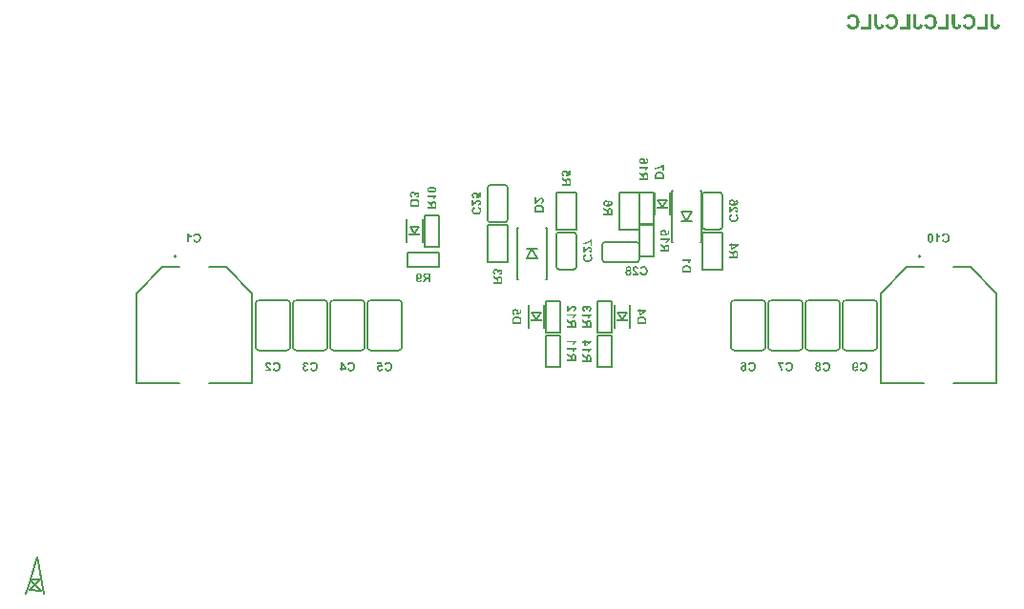
<source format=gbo>
G04*
G04 #@! TF.GenerationSoftware,Altium Limited,Altium Designer,23.3.1 (30)*
G04*
G04 Layer_Color=32896*
%FSLAX44Y44*%
%MOMM*%
G71*
G04*
G04 #@! TF.SameCoordinates,EE3F4187-3FEB-4C8D-94AF-BEFEFA225CE7*
G04*
G04*
G04 #@! TF.FilePolarity,Positive*
G04*
G01*
G75*
%ADD10C,0.2000*%
%ADD11C,0.1524*%
%ADD12C,0.1270*%
%ADD14C,0.2032*%
%ADD89R,1.0000X0.2000*%
G36*
X907386Y679817D02*
X907865Y679761D01*
X908316Y679662D01*
X908739Y679549D01*
X909134Y679408D01*
X909486Y679268D01*
X909825Y679098D01*
X910121Y678929D01*
X910389Y678760D01*
X910628Y678605D01*
X910826Y678450D01*
X910995Y678309D01*
X911136Y678196D01*
X911220Y678111D01*
X911291Y678041D01*
X911305Y678027D01*
X911601Y677674D01*
X911855Y677294D01*
X912080Y676899D01*
X912263Y676490D01*
X912433Y676067D01*
X912560Y675645D01*
X912672Y675236D01*
X912757Y674827D01*
X912827Y674460D01*
X912884Y674108D01*
X912912Y673784D01*
X912940Y673516D01*
X912954Y673290D01*
X912968Y673206D01*
Y673121D01*
Y673065D01*
Y673023D01*
Y672994D01*
Y672980D01*
X912954Y672416D01*
X912898Y671895D01*
X912813Y671401D01*
X912715Y670936D01*
X912588Y670499D01*
X912447Y670104D01*
X912292Y669738D01*
X912137Y669414D01*
X911982Y669118D01*
X911826Y668864D01*
X911685Y668652D01*
X911559Y668469D01*
X911460Y668328D01*
X911375Y668230D01*
X911319Y668159D01*
X911305Y668145D01*
X910981Y667835D01*
X910642Y667567D01*
X910290Y667327D01*
X909938Y667130D01*
X909585Y666961D01*
X909233Y666820D01*
X908880Y666693D01*
X908556Y666608D01*
X908246Y666524D01*
X907950Y666481D01*
X907696Y666439D01*
X907485Y666411D01*
X907301Y666397D01*
X907160Y666383D01*
X907048D01*
X906667Y666397D01*
X906301Y666425D01*
X905948Y666481D01*
X905624Y666538D01*
X905314Y666622D01*
X905032Y666707D01*
X904764Y666806D01*
X904538Y666904D01*
X904313Y666989D01*
X904129Y667088D01*
X903975Y667172D01*
X903833Y667257D01*
X903735Y667313D01*
X903650Y667370D01*
X903608Y667398D01*
X903594Y667412D01*
X903340Y667623D01*
X903115Y667849D01*
X902903Y668089D01*
X902706Y668356D01*
X902537Y668610D01*
X902367Y668878D01*
X902226Y669146D01*
X902100Y669400D01*
X901987Y669639D01*
X901888Y669865D01*
X901818Y670076D01*
X901747Y670245D01*
X901691Y670400D01*
X901663Y670499D01*
X901634Y670570D01*
Y670598D01*
X904186Y671387D01*
X904256Y671133D01*
X904327Y670880D01*
X904411Y670654D01*
X904496Y670457D01*
X904595Y670259D01*
X904679Y670090D01*
X904778Y669935D01*
X904863Y669794D01*
X904947Y669681D01*
X905032Y669569D01*
X905102Y669484D01*
X905159Y669414D01*
X905215Y669357D01*
X905257Y669315D01*
X905271Y669301D01*
X905285Y669287D01*
X905426Y669174D01*
X905582Y669075D01*
X905878Y668906D01*
X906174Y668793D01*
X906456Y668709D01*
X906709Y668667D01*
X906808Y668638D01*
X906907D01*
X906977Y668624D01*
X907076D01*
X907330Y668638D01*
X907583Y668667D01*
X907823Y668723D01*
X908034Y668793D01*
X908246Y668864D01*
X908429Y668948D01*
X908612Y669047D01*
X908767Y669146D01*
X908908Y669245D01*
X909035Y669343D01*
X909134Y669428D01*
X909233Y669498D01*
X909289Y669569D01*
X909345Y669625D01*
X909374Y669653D01*
X909388Y669667D01*
X909543Y669879D01*
X909670Y670118D01*
X909797Y670372D01*
X909895Y670654D01*
X909980Y670950D01*
X910050Y671232D01*
X910149Y671810D01*
X910191Y672092D01*
X910219Y672346D01*
X910234Y672571D01*
X910248Y672783D01*
X910262Y672938D01*
Y673065D01*
Y673149D01*
Y673177D01*
X910248Y673600D01*
X910219Y673995D01*
X910177Y674348D01*
X910121Y674686D01*
X910050Y674996D01*
X909980Y675264D01*
X909895Y675518D01*
X909811Y675729D01*
X909740Y675927D01*
X909656Y676096D01*
X909585Y676237D01*
X909515Y676349D01*
X909458Y676434D01*
X909416Y676504D01*
X909388Y676533D01*
X909374Y676547D01*
X909204Y676730D01*
X909007Y676885D01*
X908824Y677026D01*
X908626Y677153D01*
X908429Y677252D01*
X908232Y677336D01*
X908034Y677407D01*
X907851Y677463D01*
X907682Y677505D01*
X907527Y677533D01*
X907386Y677562D01*
X907259Y677576D01*
X907160Y677590D01*
X907019D01*
X906639Y677562D01*
X906301Y677491D01*
X906004Y677407D01*
X905737Y677294D01*
X905525Y677181D01*
X905441Y677139D01*
X905370Y677096D01*
X905314Y677054D01*
X905271Y677026D01*
X905257Y677012D01*
X905243Y676998D01*
X904989Y676758D01*
X904778Y676504D01*
X904609Y676237D01*
X904482Y675983D01*
X904383Y675757D01*
X904341Y675659D01*
X904313Y675574D01*
X904299Y675504D01*
X904285Y675447D01*
X904270Y675419D01*
Y675405D01*
X901677Y676025D01*
X901761Y676307D01*
X901860Y676575D01*
X901973Y676815D01*
X902071Y677054D01*
X902184Y677266D01*
X902297Y677463D01*
X902410Y677632D01*
X902508Y677801D01*
X902621Y677942D01*
X902706Y678069D01*
X902790Y678168D01*
X902875Y678252D01*
X902931Y678323D01*
X902974Y678365D01*
X903002Y678393D01*
X903016Y678408D01*
X903312Y678661D01*
X903608Y678873D01*
X903932Y679070D01*
X904256Y679225D01*
X904581Y679366D01*
X904905Y679479D01*
X905215Y679578D01*
X905511Y679648D01*
X905793Y679719D01*
X906061Y679761D01*
X906301Y679789D01*
X906498Y679803D01*
X906667Y679817D01*
X906780Y679831D01*
X906892D01*
X907386Y679817D01*
D02*
G37*
G36*
X873060D02*
X873539Y679761D01*
X873990Y679662D01*
X874413Y679549D01*
X874808Y679408D01*
X875160Y679268D01*
X875499Y679098D01*
X875795Y678929D01*
X876062Y678760D01*
X876302Y678605D01*
X876499Y678450D01*
X876669Y678309D01*
X876809Y678196D01*
X876894Y678111D01*
X876965Y678041D01*
X876979Y678027D01*
X877275Y677674D01*
X877529Y677294D01*
X877754Y676899D01*
X877937Y676490D01*
X878107Y676067D01*
X878233Y675645D01*
X878346Y675236D01*
X878431Y674827D01*
X878501Y674460D01*
X878558Y674108D01*
X878586Y673784D01*
X878614Y673516D01*
X878628Y673290D01*
X878642Y673206D01*
Y673121D01*
Y673065D01*
Y673023D01*
Y672994D01*
Y672980D01*
X878628Y672416D01*
X878572Y671895D01*
X878487Y671401D01*
X878388Y670936D01*
X878261Y670499D01*
X878121Y670104D01*
X877965Y669738D01*
X877810Y669414D01*
X877655Y669118D01*
X877500Y668864D01*
X877359Y668652D01*
X877233Y668469D01*
X877134Y668328D01*
X877049Y668230D01*
X876993Y668159D01*
X876979Y668145D01*
X876655Y667835D01*
X876316Y667567D01*
X875964Y667327D01*
X875611Y667130D01*
X875259Y666961D01*
X874906Y666820D01*
X874554Y666693D01*
X874230Y666608D01*
X873920Y666524D01*
X873624Y666481D01*
X873370Y666439D01*
X873158Y666411D01*
X872975Y666397D01*
X872834Y666383D01*
X872721D01*
X872341Y666397D01*
X871974Y666425D01*
X871622Y666481D01*
X871298Y666538D01*
X870987Y666622D01*
X870705Y666707D01*
X870438Y666806D01*
X870212Y666904D01*
X869987Y666989D01*
X869803Y667088D01*
X869648Y667172D01*
X869507Y667257D01*
X869409Y667313D01*
X869324Y667370D01*
X869282Y667398D01*
X869268Y667412D01*
X869014Y667623D01*
X868788Y667849D01*
X868577Y668089D01*
X868380Y668356D01*
X868210Y668610D01*
X868041Y668878D01*
X867900Y669146D01*
X867773Y669400D01*
X867661Y669639D01*
X867562Y669865D01*
X867491Y670076D01*
X867421Y670245D01*
X867365Y670400D01*
X867336Y670499D01*
X867308Y670570D01*
Y670598D01*
X869860Y671387D01*
X869930Y671133D01*
X870001Y670880D01*
X870085Y670654D01*
X870170Y670457D01*
X870268Y670259D01*
X870353Y670090D01*
X870452Y669935D01*
X870536Y669794D01*
X870621Y669681D01*
X870705Y669569D01*
X870776Y669484D01*
X870832Y669414D01*
X870889Y669357D01*
X870931Y669315D01*
X870945Y669301D01*
X870959Y669287D01*
X871100Y669174D01*
X871255Y669075D01*
X871551Y668906D01*
X871847Y668793D01*
X872129Y668709D01*
X872383Y668667D01*
X872482Y668638D01*
X872580D01*
X872651Y668624D01*
X872750D01*
X873003Y668638D01*
X873257Y668667D01*
X873497Y668723D01*
X873708Y668793D01*
X873920Y668864D01*
X874103Y668948D01*
X874286Y669047D01*
X874441Y669146D01*
X874582Y669245D01*
X874709Y669343D01*
X874808Y669428D01*
X874906Y669498D01*
X874963Y669569D01*
X875019Y669625D01*
X875047Y669653D01*
X875061Y669667D01*
X875217Y669879D01*
X875343Y670118D01*
X875470Y670372D01*
X875569Y670654D01*
X875654Y670950D01*
X875724Y671232D01*
X875823Y671810D01*
X875865Y672092D01*
X875893Y672346D01*
X875907Y672571D01*
X875921Y672783D01*
X875936Y672938D01*
Y673065D01*
Y673149D01*
Y673177D01*
X875921Y673600D01*
X875893Y673995D01*
X875851Y674348D01*
X875795Y674686D01*
X875724Y674996D01*
X875654Y675264D01*
X875569Y675518D01*
X875484Y675729D01*
X875414Y675927D01*
X875329Y676096D01*
X875259Y676237D01*
X875188Y676349D01*
X875132Y676434D01*
X875090Y676504D01*
X875061Y676533D01*
X875047Y676547D01*
X874878Y676730D01*
X874681Y676885D01*
X874498Y677026D01*
X874300Y677153D01*
X874103Y677252D01*
X873906Y677336D01*
X873708Y677407D01*
X873525Y677463D01*
X873356Y677505D01*
X873201Y677533D01*
X873060Y677562D01*
X872933Y677576D01*
X872834Y677590D01*
X872693D01*
X872313Y677562D01*
X871974Y677491D01*
X871678Y677407D01*
X871410Y677294D01*
X871199Y677181D01*
X871114Y677139D01*
X871044Y677096D01*
X870987Y677054D01*
X870945Y677026D01*
X870931Y677012D01*
X870917Y676998D01*
X870663Y676758D01*
X870452Y676504D01*
X870283Y676237D01*
X870156Y675983D01*
X870057Y675757D01*
X870015Y675659D01*
X869987Y675574D01*
X869973Y675504D01*
X869958Y675447D01*
X869944Y675419D01*
Y675405D01*
X867350Y676025D01*
X867435Y676307D01*
X867534Y676575D01*
X867646Y676815D01*
X867745Y677054D01*
X867858Y677266D01*
X867971Y677463D01*
X868083Y677632D01*
X868182Y677801D01*
X868295Y677942D01*
X868380Y678069D01*
X868464Y678168D01*
X868549Y678252D01*
X868605Y678323D01*
X868647Y678365D01*
X868676Y678393D01*
X868690Y678408D01*
X868986Y678661D01*
X869282Y678873D01*
X869606Y679070D01*
X869930Y679225D01*
X870254Y679366D01*
X870579Y679479D01*
X870889Y679578D01*
X871185Y679648D01*
X871467Y679719D01*
X871735Y679761D01*
X871974Y679789D01*
X872172Y679803D01*
X872341Y679817D01*
X872454Y679831D01*
X872566D01*
X873060Y679817D01*
D02*
G37*
G36*
X838734D02*
X839213Y679761D01*
X839664Y679662D01*
X840087Y679549D01*
X840482Y679408D01*
X840834Y679268D01*
X841172Y679098D01*
X841468Y678929D01*
X841736Y678760D01*
X841976Y678605D01*
X842173Y678450D01*
X842342Y678309D01*
X842483Y678196D01*
X842568Y678111D01*
X842638Y678041D01*
X842653Y678027D01*
X842949Y677674D01*
X843202Y677294D01*
X843428Y676899D01*
X843611Y676490D01*
X843780Y676067D01*
X843907Y675645D01*
X844020Y675236D01*
X844105Y674827D01*
X844175Y674460D01*
X844231Y674108D01*
X844260Y673784D01*
X844288Y673516D01*
X844302Y673290D01*
X844316Y673206D01*
Y673121D01*
Y673065D01*
Y673023D01*
Y672994D01*
Y672980D01*
X844302Y672416D01*
X844246Y671895D01*
X844161Y671401D01*
X844062Y670936D01*
X843935Y670499D01*
X843794Y670104D01*
X843639Y669738D01*
X843484Y669414D01*
X843329Y669118D01*
X843174Y668864D01*
X843033Y668652D01*
X842906Y668469D01*
X842808Y668328D01*
X842723Y668230D01*
X842667Y668159D01*
X842653Y668145D01*
X842328Y667835D01*
X841990Y667567D01*
X841637Y667327D01*
X841285Y667130D01*
X840933Y666961D01*
X840580Y666820D01*
X840228Y666693D01*
X839904Y666608D01*
X839594Y666524D01*
X839297Y666481D01*
X839044Y666439D01*
X838832Y666411D01*
X838649Y666397D01*
X838508Y666383D01*
X838395D01*
X838015Y666397D01*
X837648Y666425D01*
X837296Y666481D01*
X836971Y666538D01*
X836661Y666622D01*
X836379Y666707D01*
X836112Y666806D01*
X835886Y666904D01*
X835660Y666989D01*
X835477Y667088D01*
X835322Y667172D01*
X835181Y667257D01*
X835082Y667313D01*
X834998Y667370D01*
X834956Y667398D01*
X834941Y667412D01*
X834688Y667623D01*
X834462Y667849D01*
X834251Y668089D01*
X834053Y668356D01*
X833884Y668610D01*
X833715Y668878D01*
X833574Y669146D01*
X833447Y669400D01*
X833334Y669639D01*
X833236Y669865D01*
X833165Y670076D01*
X833095Y670245D01*
X833038Y670400D01*
X833010Y670499D01*
X832982Y670570D01*
Y670598D01*
X835534Y671387D01*
X835604Y671133D01*
X835675Y670880D01*
X835759Y670654D01*
X835844Y670457D01*
X835942Y670259D01*
X836027Y670090D01*
X836126Y669935D01*
X836210Y669794D01*
X836295Y669681D01*
X836379Y669569D01*
X836450Y669484D01*
X836506Y669414D01*
X836563Y669357D01*
X836605Y669315D01*
X836619Y669301D01*
X836633Y669287D01*
X836774Y669174D01*
X836929Y669075D01*
X837225Y668906D01*
X837521Y668793D01*
X837803Y668709D01*
X838057Y668667D01*
X838156Y668638D01*
X838254D01*
X838325Y668624D01*
X838423D01*
X838677Y668638D01*
X838931Y668667D01*
X839171Y668723D01*
X839382Y668793D01*
X839594Y668864D01*
X839777Y668948D01*
X839960Y669047D01*
X840115Y669146D01*
X840256Y669245D01*
X840383Y669343D01*
X840482Y669428D01*
X840580Y669498D01*
X840637Y669569D01*
X840693Y669625D01*
X840721Y669653D01*
X840735Y669667D01*
X840890Y669879D01*
X841017Y670118D01*
X841144Y670372D01*
X841243Y670654D01*
X841327Y670950D01*
X841398Y671232D01*
X841497Y671810D01*
X841539Y672092D01*
X841567Y672346D01*
X841581Y672571D01*
X841595Y672783D01*
X841609Y672938D01*
Y673065D01*
Y673149D01*
Y673177D01*
X841595Y673600D01*
X841567Y673995D01*
X841525Y674348D01*
X841468Y674686D01*
X841398Y674996D01*
X841327Y675264D01*
X841243Y675518D01*
X841158Y675729D01*
X841088Y675927D01*
X841003Y676096D01*
X840933Y676237D01*
X840862Y676349D01*
X840806Y676434D01*
X840763Y676504D01*
X840735Y676533D01*
X840721Y676547D01*
X840552Y676730D01*
X840355Y676885D01*
X840171Y677026D01*
X839974Y677153D01*
X839777Y677252D01*
X839579Y677336D01*
X839382Y677407D01*
X839199Y677463D01*
X839030Y677505D01*
X838875Y677533D01*
X838734Y677562D01*
X838607Y677576D01*
X838508Y677590D01*
X838367D01*
X837986Y677562D01*
X837648Y677491D01*
X837352Y677407D01*
X837084Y677294D01*
X836873Y677181D01*
X836788Y677139D01*
X836718Y677096D01*
X836661Y677054D01*
X836619Y677026D01*
X836605Y677012D01*
X836591Y676998D01*
X836337Y676758D01*
X836126Y676504D01*
X835956Y676237D01*
X835830Y675983D01*
X835731Y675757D01*
X835689Y675659D01*
X835660Y675574D01*
X835646Y675504D01*
X835632Y675447D01*
X835618Y675419D01*
Y675405D01*
X833024Y676025D01*
X833109Y676307D01*
X833207Y676575D01*
X833320Y676815D01*
X833419Y677054D01*
X833532Y677266D01*
X833644Y677463D01*
X833757Y677632D01*
X833856Y677801D01*
X833969Y677942D01*
X834053Y678069D01*
X834138Y678168D01*
X834222Y678252D01*
X834279Y678323D01*
X834321Y678365D01*
X834349Y678393D01*
X834363Y678408D01*
X834660Y678661D01*
X834956Y678873D01*
X835280Y679070D01*
X835604Y679225D01*
X835928Y679366D01*
X836253Y679479D01*
X836563Y679578D01*
X836859Y679648D01*
X837141Y679719D01*
X837408Y679761D01*
X837648Y679789D01*
X837845Y679803D01*
X838015Y679817D01*
X838127Y679831D01*
X838240D01*
X838734Y679817D01*
D02*
G37*
G36*
X804407D02*
X804887Y679761D01*
X805338Y679662D01*
X805761Y679549D01*
X806155Y679408D01*
X806508Y679268D01*
X806846Y679098D01*
X807142Y678929D01*
X807410Y678760D01*
X807650Y678605D01*
X807847Y678450D01*
X808016Y678309D01*
X808157Y678196D01*
X808242Y678111D01*
X808312Y678041D01*
X808326Y678027D01*
X808622Y677674D01*
X808876Y677294D01*
X809102Y676899D01*
X809285Y676490D01*
X809454Y676067D01*
X809581Y675645D01*
X809694Y675236D01*
X809778Y674827D01*
X809849Y674460D01*
X809905Y674108D01*
X809933Y673784D01*
X809962Y673516D01*
X809976Y673290D01*
X809990Y673206D01*
Y673121D01*
Y673065D01*
Y673023D01*
Y672994D01*
Y672980D01*
X809976Y672416D01*
X809919Y671895D01*
X809835Y671401D01*
X809736Y670936D01*
X809609Y670499D01*
X809468Y670104D01*
X809313Y669738D01*
X809158Y669414D01*
X809003Y669118D01*
X808848Y668864D01*
X808707Y668652D01*
X808580Y668469D01*
X808481Y668328D01*
X808397Y668230D01*
X808340Y668159D01*
X808326Y668145D01*
X808002Y667835D01*
X807664Y667567D01*
X807311Y667327D01*
X806959Y667130D01*
X806607Y666961D01*
X806254Y666820D01*
X805902Y666693D01*
X805577Y666608D01*
X805267Y666524D01*
X804971Y666481D01*
X804717Y666439D01*
X804506Y666411D01*
X804323Y666397D01*
X804182Y666383D01*
X804069D01*
X803688Y666397D01*
X803322Y666425D01*
X802970Y666481D01*
X802645Y666538D01*
X802335Y666622D01*
X802053Y666707D01*
X801785Y666806D01*
X801560Y666904D01*
X801334Y666989D01*
X801151Y667088D01*
X800996Y667172D01*
X800855Y667257D01*
X800756Y667313D01*
X800672Y667370D01*
X800629Y667398D01*
X800615Y667412D01*
X800361Y667623D01*
X800136Y667849D01*
X799924Y668089D01*
X799727Y668356D01*
X799558Y668610D01*
X799389Y668878D01*
X799248Y669146D01*
X799121Y669400D01*
X799008Y669639D01*
X798910Y669865D01*
X798839Y670076D01*
X798769Y670245D01*
X798712Y670400D01*
X798684Y670499D01*
X798656Y670570D01*
Y670598D01*
X801207Y671387D01*
X801278Y671133D01*
X801348Y670880D01*
X801433Y670654D01*
X801517Y670457D01*
X801616Y670259D01*
X801701Y670090D01*
X801799Y669935D01*
X801884Y669794D01*
X801969Y669681D01*
X802053Y669569D01*
X802124Y669484D01*
X802180Y669414D01*
X802236Y669357D01*
X802279Y669315D01*
X802293Y669301D01*
X802307Y669287D01*
X802448Y669174D01*
X802603Y669075D01*
X802899Y668906D01*
X803195Y668793D01*
X803477Y668709D01*
X803731Y668667D01*
X803829Y668638D01*
X803928D01*
X803998Y668624D01*
X804097D01*
X804351Y668638D01*
X804605Y668667D01*
X804844Y668723D01*
X805056Y668793D01*
X805267Y668864D01*
X805451Y668948D01*
X805634Y669047D01*
X805789Y669146D01*
X805930Y669245D01*
X806057Y669343D01*
X806155Y669428D01*
X806254Y669498D01*
X806311Y669569D01*
X806367Y669625D01*
X806395Y669653D01*
X806409Y669667D01*
X806564Y669879D01*
X806691Y670118D01*
X806818Y670372D01*
X806917Y670654D01*
X807001Y670950D01*
X807072Y671232D01*
X807170Y671810D01*
X807213Y672092D01*
X807241Y672346D01*
X807255Y672571D01*
X807269Y672783D01*
X807283Y672938D01*
Y673065D01*
Y673149D01*
Y673177D01*
X807269Y673600D01*
X807241Y673995D01*
X807199Y674348D01*
X807142Y674686D01*
X807072Y674996D01*
X807001Y675264D01*
X806917Y675518D01*
X806832Y675729D01*
X806762Y675927D01*
X806677Y676096D01*
X806607Y676237D01*
X806536Y676349D01*
X806480Y676434D01*
X806437Y676504D01*
X806409Y676533D01*
X806395Y676547D01*
X806226Y676730D01*
X806029Y676885D01*
X805845Y677026D01*
X805648Y677153D01*
X805451Y677252D01*
X805253Y677336D01*
X805056Y677407D01*
X804873Y677463D01*
X804703Y677505D01*
X804548Y677533D01*
X804407Y677562D01*
X804280Y677576D01*
X804182Y677590D01*
X804041D01*
X803660Y677562D01*
X803322Y677491D01*
X803026Y677407D01*
X802758Y677294D01*
X802547Y677181D01*
X802462Y677139D01*
X802392Y677096D01*
X802335Y677054D01*
X802293Y677026D01*
X802279Y677012D01*
X802265Y676998D01*
X802011Y676758D01*
X801799Y676504D01*
X801630Y676237D01*
X801503Y675983D01*
X801405Y675757D01*
X801362Y675659D01*
X801334Y675574D01*
X801320Y675504D01*
X801306Y675447D01*
X801292Y675419D01*
Y675405D01*
X798698Y676025D01*
X798783Y676307D01*
X798881Y676575D01*
X798994Y676815D01*
X799093Y677054D01*
X799206Y677266D01*
X799318Y677463D01*
X799431Y677632D01*
X799530Y677801D01*
X799643Y677942D01*
X799727Y678069D01*
X799812Y678168D01*
X799896Y678252D01*
X799953Y678323D01*
X799995Y678365D01*
X800023Y678393D01*
X800037Y678408D01*
X800333Y678661D01*
X800629Y678873D01*
X800954Y679070D01*
X801278Y679225D01*
X801602Y679366D01*
X801926Y679479D01*
X802236Y679578D01*
X802533Y679648D01*
X802814Y679719D01*
X803082Y679761D01*
X803322Y679789D01*
X803519Y679803D01*
X803688Y679817D01*
X803801Y679831D01*
X803914D01*
X804407Y679817D01*
D02*
G37*
G36*
X923527Y666608D02*
X914378D01*
Y668808D01*
X920905D01*
Y679507D01*
X923527D01*
Y666608D01*
D02*
G37*
G36*
X889201D02*
X880052D01*
Y668808D01*
X886579D01*
Y679507D01*
X889201D01*
Y666608D01*
D02*
G37*
G36*
X854875D02*
X845726D01*
Y668808D01*
X852253D01*
Y679507D01*
X854875D01*
Y666608D01*
D02*
G37*
G36*
X820548D02*
X811400D01*
Y668808D01*
X817926D01*
Y679507D01*
X820548D01*
Y666608D01*
D02*
G37*
G36*
X929011Y671190D02*
Y670908D01*
X929025Y670654D01*
X929039Y670415D01*
X929067Y670203D01*
X929095Y670006D01*
X929124Y669837D01*
X929166Y669681D01*
X929194Y669555D01*
X929222Y669442D01*
X929265Y669343D01*
X929293Y669273D01*
X929321Y669202D01*
X929349Y669160D01*
X929363Y669132D01*
X929377Y669103D01*
X929532Y668934D01*
X929730Y668822D01*
X929927Y668737D01*
X930138Y668667D01*
X930322Y668638D01*
X930477Y668624D01*
X930533Y668610D01*
X930618D01*
X930773Y668624D01*
X930928Y668638D01*
X931182Y668723D01*
X931407Y668836D01*
X931590Y668962D01*
X931731Y669089D01*
X931830Y669188D01*
X931901Y669273D01*
X931915Y669287D01*
Y669301D01*
X931971Y669400D01*
X932013Y669498D01*
X932084Y669752D01*
X932140Y670006D01*
X932183Y670274D01*
X932211Y670513D01*
X932225Y670612D01*
Y670711D01*
X932239Y670781D01*
Y670852D01*
Y670880D01*
Y670894D01*
X934720Y670612D01*
X934706Y670231D01*
X934678Y669879D01*
X934621Y669540D01*
X934551Y669230D01*
X934480Y668948D01*
X934396Y668695D01*
X934297Y668455D01*
X934198Y668244D01*
X934100Y668060D01*
X934001Y667891D01*
X933916Y667750D01*
X933846Y667637D01*
X933775Y667553D01*
X933719Y667496D01*
X933691Y667454D01*
X933677Y667440D01*
X933465Y667257D01*
X933254Y667088D01*
X933014Y666947D01*
X932775Y666820D01*
X932521Y666721D01*
X932281Y666637D01*
X932042Y666566D01*
X931802Y666510D01*
X931576Y666453D01*
X931379Y666425D01*
X931196Y666397D01*
X931027Y666383D01*
X930900D01*
X930801Y666369D01*
X930716D01*
X930420Y666383D01*
X930124Y666397D01*
X929857Y666425D01*
X929603Y666481D01*
X929377Y666524D01*
X929152Y666580D01*
X928954Y666651D01*
X928771Y666707D01*
X928616Y666777D01*
X928475Y666834D01*
X928348Y666890D01*
X928250Y666947D01*
X928165Y666989D01*
X928109Y667017D01*
X928080Y667031D01*
X928066Y667045D01*
X927883Y667186D01*
X927714Y667327D01*
X927432Y667623D01*
X927192Y667934D01*
X926995Y668215D01*
X926854Y668483D01*
X926797Y668596D01*
X926755Y668695D01*
X926727Y668765D01*
X926699Y668822D01*
X926685Y668864D01*
Y668878D01*
X926628Y669047D01*
X926586Y669230D01*
X926516Y669639D01*
X926459Y670048D01*
X926431Y670443D01*
X926417Y670626D01*
X926403Y670809D01*
Y670964D01*
X926389Y671091D01*
Y671204D01*
Y671289D01*
Y671345D01*
Y671359D01*
Y679620D01*
X929011D01*
Y671190D01*
D02*
G37*
G36*
X894685D02*
Y670908D01*
X894699Y670654D01*
X894713Y670415D01*
X894741Y670203D01*
X894769Y670006D01*
X894797Y669837D01*
X894840Y669681D01*
X894868Y669555D01*
X894896Y669442D01*
X894938Y669343D01*
X894967Y669273D01*
X894995Y669202D01*
X895023Y669160D01*
X895037Y669132D01*
X895051Y669103D01*
X895206Y668934D01*
X895404Y668822D01*
X895601Y668737D01*
X895812Y668667D01*
X895996Y668638D01*
X896151Y668624D01*
X896207Y668610D01*
X896292D01*
X896447Y668624D01*
X896602Y668638D01*
X896855Y668723D01*
X897081Y668836D01*
X897264Y668962D01*
X897405Y669089D01*
X897504Y669188D01*
X897574Y669273D01*
X897589Y669287D01*
Y669301D01*
X897645Y669400D01*
X897687Y669498D01*
X897758Y669752D01*
X897814Y670006D01*
X897856Y670274D01*
X897885Y670513D01*
X897899Y670612D01*
Y670711D01*
X897913Y670781D01*
Y670852D01*
Y670880D01*
Y670894D01*
X900394Y670612D01*
X900380Y670231D01*
X900351Y669879D01*
X900295Y669540D01*
X900225Y669230D01*
X900154Y668948D01*
X900070Y668695D01*
X899971Y668455D01*
X899872Y668244D01*
X899774Y668060D01*
X899675Y667891D01*
X899590Y667750D01*
X899520Y667637D01*
X899449Y667553D01*
X899393Y667496D01*
X899365Y667454D01*
X899351Y667440D01*
X899139Y667257D01*
X898928Y667088D01*
X898688Y666947D01*
X898448Y666820D01*
X898195Y666721D01*
X897955Y666637D01*
X897715Y666566D01*
X897476Y666510D01*
X897250Y666453D01*
X897053Y666425D01*
X896870Y666397D01*
X896700Y666383D01*
X896573D01*
X896475Y666369D01*
X896390D01*
X896094Y666383D01*
X895798Y666397D01*
X895530Y666425D01*
X895277Y666481D01*
X895051Y666524D01*
X894826Y666580D01*
X894628Y666651D01*
X894445Y666707D01*
X894290Y666777D01*
X894149Y666834D01*
X894022Y666890D01*
X893923Y666947D01*
X893839Y666989D01*
X893782Y667017D01*
X893754Y667031D01*
X893740Y667045D01*
X893557Y667186D01*
X893388Y667327D01*
X893106Y667623D01*
X892866Y667934D01*
X892669Y668215D01*
X892528Y668483D01*
X892471Y668596D01*
X892429Y668695D01*
X892401Y668765D01*
X892373Y668822D01*
X892358Y668864D01*
Y668878D01*
X892302Y669047D01*
X892260Y669230D01*
X892189Y669639D01*
X892133Y670048D01*
X892105Y670443D01*
X892091Y670626D01*
X892077Y670809D01*
Y670964D01*
X892063Y671091D01*
Y671204D01*
Y671289D01*
Y671345D01*
Y671359D01*
Y679620D01*
X894685D01*
Y671190D01*
D02*
G37*
G36*
X860358D02*
Y670908D01*
X860372Y670654D01*
X860387Y670415D01*
X860415Y670203D01*
X860443Y670006D01*
X860471Y669837D01*
X860513Y669681D01*
X860542Y669555D01*
X860570Y669442D01*
X860612Y669343D01*
X860640Y669273D01*
X860668Y669202D01*
X860697Y669160D01*
X860711Y669132D01*
X860725Y669103D01*
X860880Y668934D01*
X861077Y668822D01*
X861275Y668737D01*
X861486Y668667D01*
X861669Y668638D01*
X861824Y668624D01*
X861881Y668610D01*
X861965D01*
X862121Y668624D01*
X862275Y668638D01*
X862529Y668723D01*
X862755Y668836D01*
X862938Y668962D01*
X863079Y669089D01*
X863178Y669188D01*
X863248Y669273D01*
X863262Y669287D01*
Y669301D01*
X863319Y669400D01*
X863361Y669498D01*
X863431Y669752D01*
X863488Y670006D01*
X863530Y670274D01*
X863558Y670513D01*
X863572Y670612D01*
Y670711D01*
X863587Y670781D01*
Y670852D01*
Y670880D01*
Y670894D01*
X866068Y670612D01*
X866053Y670231D01*
X866025Y669879D01*
X865969Y669540D01*
X865899Y669230D01*
X865828Y668948D01*
X865743Y668695D01*
X865645Y668455D01*
X865546Y668244D01*
X865447Y668060D01*
X865349Y667891D01*
X865264Y667750D01*
X865194Y667637D01*
X865123Y667553D01*
X865067Y667496D01*
X865039Y667454D01*
X865024Y667440D01*
X864813Y667257D01*
X864602Y667088D01*
X864362Y666947D01*
X864122Y666820D01*
X863868Y666721D01*
X863629Y666637D01*
X863389Y666566D01*
X863150Y666510D01*
X862924Y666453D01*
X862727Y666425D01*
X862543Y666397D01*
X862374Y666383D01*
X862247D01*
X862149Y666369D01*
X862064D01*
X861768Y666383D01*
X861472Y666397D01*
X861204Y666425D01*
X860950Y666481D01*
X860725Y666524D01*
X860499Y666580D01*
X860302Y666651D01*
X860119Y666707D01*
X859964Y666777D01*
X859823Y666834D01*
X859696Y666890D01*
X859597Y666947D01*
X859512Y666989D01*
X859456Y667017D01*
X859428Y667031D01*
X859414Y667045D01*
X859231Y667186D01*
X859061Y667327D01*
X858780Y667623D01*
X858540Y667934D01*
X858343Y668215D01*
X858202Y668483D01*
X858145Y668596D01*
X858103Y668695D01*
X858075Y668765D01*
X858046Y668822D01*
X858032Y668864D01*
Y668878D01*
X857976Y669047D01*
X857934Y669230D01*
X857863Y669639D01*
X857807Y670048D01*
X857779Y670443D01*
X857765Y670626D01*
X857750Y670809D01*
Y670964D01*
X857736Y671091D01*
Y671204D01*
Y671289D01*
Y671345D01*
Y671359D01*
Y679620D01*
X860358D01*
Y671190D01*
D02*
G37*
G36*
X826032D02*
Y670908D01*
X826046Y670654D01*
X826060Y670415D01*
X826088Y670203D01*
X826117Y670006D01*
X826145Y669837D01*
X826187Y669681D01*
X826215Y669555D01*
X826244Y669442D01*
X826286Y669343D01*
X826314Y669273D01*
X826342Y669202D01*
X826370Y669160D01*
X826385Y669132D01*
X826399Y669103D01*
X826554Y668934D01*
X826751Y668822D01*
X826948Y668737D01*
X827160Y668667D01*
X827343Y668638D01*
X827498Y668624D01*
X827555Y668610D01*
X827639D01*
X827794Y668624D01*
X827949Y668638D01*
X828203Y668723D01*
X828429Y668836D01*
X828612Y668962D01*
X828753Y669089D01*
X828852Y669188D01*
X828922Y669273D01*
X828936Y669287D01*
Y669301D01*
X828992Y669400D01*
X829035Y669498D01*
X829105Y669752D01*
X829162Y670006D01*
X829204Y670274D01*
X829232Y670513D01*
X829246Y670612D01*
Y670711D01*
X829260Y670781D01*
Y670852D01*
Y670880D01*
Y670894D01*
X831741Y670612D01*
X831727Y670231D01*
X831699Y669879D01*
X831643Y669540D01*
X831572Y669230D01*
X831502Y668948D01*
X831417Y668695D01*
X831319Y668455D01*
X831220Y668244D01*
X831121Y668060D01*
X831022Y667891D01*
X830938Y667750D01*
X830867Y667637D01*
X830797Y667553D01*
X830741Y667496D01*
X830712Y667454D01*
X830698Y667440D01*
X830487Y667257D01*
X830275Y667088D01*
X830036Y666947D01*
X829796Y666820D01*
X829542Y666721D01*
X829303Y666637D01*
X829063Y666566D01*
X828823Y666510D01*
X828598Y666453D01*
X828400Y666425D01*
X828217Y666397D01*
X828048Y666383D01*
X827921D01*
X827822Y666369D01*
X827738D01*
X827442Y666383D01*
X827146Y666397D01*
X826878Y666425D01*
X826624Y666481D01*
X826399Y666524D01*
X826173Y666580D01*
X825976Y666651D01*
X825792Y666707D01*
X825637Y666777D01*
X825497Y666834D01*
X825370Y666890D01*
X825271Y666947D01*
X825186Y666989D01*
X825130Y667017D01*
X825102Y667031D01*
X825088Y667045D01*
X824904Y667186D01*
X824735Y667327D01*
X824453Y667623D01*
X824214Y667934D01*
X824016Y668215D01*
X823875Y668483D01*
X823819Y668596D01*
X823777Y668695D01*
X823748Y668765D01*
X823720Y668822D01*
X823706Y668864D01*
Y668878D01*
X823650Y669047D01*
X823607Y669230D01*
X823537Y669639D01*
X823481Y670048D01*
X823452Y670443D01*
X823438Y670626D01*
X823424Y670809D01*
Y670964D01*
X823410Y671091D01*
Y671204D01*
Y671289D01*
Y671345D01*
Y671359D01*
Y679620D01*
X826032D01*
Y671190D01*
D02*
G37*
G36*
X780595Y370950D02*
X780894Y370914D01*
X781177Y370853D01*
X781441Y370782D01*
X781688Y370694D01*
X781908Y370606D01*
X782120Y370500D01*
X782305Y370395D01*
X782472Y370289D01*
X782622Y370192D01*
X782745Y370095D01*
X782851Y370007D01*
X782939Y369936D01*
X782992Y369883D01*
X783036Y369839D01*
X783045Y369830D01*
X783230Y369610D01*
X783389Y369372D01*
X783530Y369125D01*
X783644Y368870D01*
X783750Y368605D01*
X783829Y368341D01*
X783900Y368085D01*
X783953Y367830D01*
X783997Y367601D01*
X784032Y367380D01*
X784050Y367178D01*
X784067Y367010D01*
X784076Y366869D01*
X784085Y366816D01*
Y366763D01*
Y366728D01*
Y366702D01*
Y366684D01*
Y366675D01*
X784076Y366323D01*
X784041Y365996D01*
X783988Y365688D01*
X783926Y365397D01*
X783847Y365124D01*
X783759Y364877D01*
X783662Y364648D01*
X783565Y364445D01*
X783468Y364260D01*
X783371Y364101D01*
X783283Y363969D01*
X783204Y363855D01*
X783142Y363767D01*
X783089Y363705D01*
X783054Y363661D01*
X783045Y363652D01*
X782842Y363458D01*
X782631Y363291D01*
X782410Y363141D01*
X782190Y363017D01*
X781970Y362912D01*
X781749Y362823D01*
X781529Y362744D01*
X781326Y362691D01*
X781132Y362638D01*
X780947Y362612D01*
X780789Y362585D01*
X780657Y362568D01*
X780542Y362559D01*
X780454Y362550D01*
X780383D01*
X780145Y362559D01*
X779916Y362577D01*
X779696Y362612D01*
X779493Y362647D01*
X779299Y362700D01*
X779123Y362753D01*
X778955Y362815D01*
X778814Y362876D01*
X778673Y362929D01*
X778559Y362991D01*
X778462Y363044D01*
X778374Y363097D01*
X778312Y363132D01*
X778259Y363167D01*
X778233Y363185D01*
X778224Y363194D01*
X778065Y363326D01*
X777924Y363467D01*
X777792Y363617D01*
X777669Y363784D01*
X777563Y363943D01*
X777457Y364110D01*
X777369Y364278D01*
X777290Y364436D01*
X777219Y364586D01*
X777157Y364727D01*
X777113Y364859D01*
X777069Y364965D01*
X777034Y365062D01*
X777016Y365124D01*
X776999Y365168D01*
Y365186D01*
X778594Y365679D01*
X778638Y365521D01*
X778682Y365362D01*
X778735Y365221D01*
X778788Y365097D01*
X778850Y364974D01*
X778903Y364868D01*
X778964Y364771D01*
X779017Y364683D01*
X779070Y364613D01*
X779123Y364542D01*
X779167Y364489D01*
X779202Y364445D01*
X779238Y364410D01*
X779264Y364384D01*
X779273Y364375D01*
X779282Y364366D01*
X779370Y364295D01*
X779467Y364234D01*
X779652Y364128D01*
X779837Y364057D01*
X780013Y364005D01*
X780172Y363978D01*
X780233Y363960D01*
X780295D01*
X780339Y363952D01*
X780401D01*
X780560Y363960D01*
X780718Y363978D01*
X780868Y364013D01*
X781000Y364057D01*
X781132Y364101D01*
X781247Y364154D01*
X781362Y364216D01*
X781459Y364278D01*
X781547Y364339D01*
X781626Y364401D01*
X781688Y364454D01*
X781749Y364498D01*
X781785Y364542D01*
X781820Y364577D01*
X781838Y364595D01*
X781846Y364604D01*
X781943Y364736D01*
X782023Y364886D01*
X782102Y365045D01*
X782164Y365221D01*
X782216Y365406D01*
X782261Y365582D01*
X782322Y365943D01*
X782349Y366120D01*
X782366Y366278D01*
X782375Y366419D01*
X782384Y366552D01*
X782393Y366649D01*
Y366728D01*
Y366781D01*
Y366799D01*
X782384Y367063D01*
X782366Y367310D01*
X782340Y367530D01*
X782305Y367742D01*
X782261Y367935D01*
X782216Y368103D01*
X782164Y368262D01*
X782111Y368394D01*
X782067Y368517D01*
X782014Y368623D01*
X781970Y368711D01*
X781926Y368782D01*
X781890Y368834D01*
X781864Y368879D01*
X781846Y368896D01*
X781838Y368905D01*
X781732Y369020D01*
X781608Y369117D01*
X781494Y369205D01*
X781370Y369284D01*
X781247Y369346D01*
X781124Y369399D01*
X781000Y369443D01*
X780886Y369478D01*
X780780Y369504D01*
X780683Y369522D01*
X780595Y369540D01*
X780516Y369548D01*
X780454Y369557D01*
X780366D01*
X780128Y369540D01*
X779916Y369496D01*
X779731Y369443D01*
X779564Y369372D01*
X779431Y369302D01*
X779379Y369275D01*
X779334Y369249D01*
X779299Y369222D01*
X779273Y369205D01*
X779264Y369196D01*
X779255Y369187D01*
X779097Y369037D01*
X778964Y368879D01*
X778858Y368711D01*
X778779Y368552D01*
X778717Y368411D01*
X778691Y368350D01*
X778673Y368297D01*
X778665Y368253D01*
X778656Y368218D01*
X778647Y368200D01*
Y368191D01*
X777025Y368579D01*
X777078Y368755D01*
X777140Y368923D01*
X777210Y369072D01*
X777272Y369222D01*
X777343Y369355D01*
X777413Y369478D01*
X777484Y369584D01*
X777545Y369689D01*
X777616Y369777D01*
X777669Y369857D01*
X777721Y369919D01*
X777774Y369971D01*
X777810Y370015D01*
X777836Y370042D01*
X777854Y370060D01*
X777862Y370068D01*
X778048Y370227D01*
X778233Y370359D01*
X778435Y370483D01*
X778638Y370580D01*
X778841Y370668D01*
X779044Y370738D01*
X779238Y370800D01*
X779423Y370844D01*
X779599Y370888D01*
X779766Y370914D01*
X779916Y370932D01*
X780040Y370941D01*
X780145Y370950D01*
X780216Y370959D01*
X780286D01*
X780595Y370950D01*
D02*
G37*
G36*
X773526Y370844D02*
X773729Y370826D01*
X773914Y370800D01*
X774090Y370756D01*
X774249Y370712D01*
X774399Y370668D01*
X774540Y370606D01*
X774654Y370553D01*
X774769Y370500D01*
X774857Y370447D01*
X774936Y370395D01*
X775007Y370350D01*
X775051Y370306D01*
X775095Y370280D01*
X775113Y370262D01*
X775121Y370253D01*
X775236Y370139D01*
X775333Y370015D01*
X775412Y369892D01*
X775492Y369769D01*
X775553Y369645D01*
X775597Y369522D01*
X775641Y369399D01*
X775677Y369284D01*
X775703Y369178D01*
X775721Y369072D01*
X775738Y368984D01*
X775747Y368905D01*
Y368843D01*
X775756Y368799D01*
Y368764D01*
Y368755D01*
X775747Y368561D01*
X775712Y368376D01*
X775668Y368209D01*
X775615Y368059D01*
X775571Y367935D01*
X775527Y367847D01*
X775509Y367812D01*
X775492Y367786D01*
X775483Y367777D01*
Y367768D01*
X775368Y367609D01*
X775227Y367477D01*
X775086Y367354D01*
X774945Y367257D01*
X774813Y367178D01*
X774707Y367116D01*
X774663Y367098D01*
X774637Y367080D01*
X774619Y367072D01*
X774610D01*
X774857Y366948D01*
X775060Y366816D01*
X775236Y366666D01*
X775386Y366534D01*
X775492Y366411D01*
X775571Y366305D01*
X775597Y366270D01*
X775615Y366243D01*
X775633Y366226D01*
Y366217D01*
X775738Y366005D01*
X775818Y365794D01*
X775879Y365591D01*
X775915Y365406D01*
X775941Y365247D01*
X775950Y365177D01*
Y365124D01*
X775959Y365071D01*
Y365036D01*
Y365018D01*
Y365009D01*
X775950Y364789D01*
X775923Y364586D01*
X775879Y364392D01*
X775826Y364207D01*
X775756Y364040D01*
X775686Y363890D01*
X775606Y363749D01*
X775527Y363617D01*
X775447Y363502D01*
X775368Y363405D01*
X775298Y363317D01*
X775227Y363246D01*
X775174Y363194D01*
X775130Y363158D01*
X775104Y363132D01*
X775095Y363123D01*
X774954Y363017D01*
X774804Y362929D01*
X774645Y362850D01*
X774496Y362788D01*
X774337Y362727D01*
X774187Y362682D01*
X773887Y362612D01*
X773755Y362594D01*
X773632Y362577D01*
X773526Y362559D01*
X773429Y362550D01*
X773350Y362541D01*
X773244D01*
X773024Y362550D01*
X772821Y362568D01*
X772627Y362603D01*
X772442Y362656D01*
X772275Y362709D01*
X772116Y362762D01*
X771975Y362832D01*
X771843Y362894D01*
X771728Y362956D01*
X771622Y363026D01*
X771534Y363079D01*
X771464Y363141D01*
X771402Y363185D01*
X771367Y363220D01*
X771340Y363238D01*
X771331Y363246D01*
X771208Y363387D01*
X771094Y363529D01*
X770997Y363678D01*
X770917Y363828D01*
X770847Y363978D01*
X770785Y364137D01*
X770741Y364278D01*
X770697Y364428D01*
X770670Y364560D01*
X770644Y364683D01*
X770626Y364789D01*
X770618Y364886D01*
Y364965D01*
X770609Y365018D01*
Y365062D01*
Y365071D01*
X770626Y365318D01*
X770662Y365547D01*
X770723Y365759D01*
X770785Y365935D01*
X770820Y366014D01*
X770847Y366076D01*
X770882Y366137D01*
X770908Y366190D01*
X770926Y366226D01*
X770944Y366252D01*
X770961Y366270D01*
Y366278D01*
X771102Y366464D01*
X771270Y366622D01*
X771446Y366754D01*
X771605Y366869D01*
X771755Y366957D01*
X771825Y366992D01*
X771878Y367019D01*
X771931Y367045D01*
X771966Y367063D01*
X771984Y367072D01*
X771992D01*
X771807Y367169D01*
X771640Y367274D01*
X771499Y367389D01*
X771384Y367504D01*
X771296Y367601D01*
X771226Y367680D01*
X771190Y367733D01*
X771173Y367742D01*
Y367750D01*
X771076Y367918D01*
X770997Y368094D01*
X770944Y368262D01*
X770908Y368420D01*
X770891Y368552D01*
X770882Y368614D01*
X770873Y368658D01*
Y368702D01*
Y368729D01*
Y368746D01*
Y368755D01*
X770882Y368923D01*
X770900Y369081D01*
X770935Y369231D01*
X770970Y369372D01*
X771023Y369504D01*
X771076Y369628D01*
X771138Y369742D01*
X771190Y369848D01*
X771252Y369936D01*
X771314Y370015D01*
X771367Y370086D01*
X771420Y370148D01*
X771455Y370192D01*
X771490Y370227D01*
X771508Y370245D01*
X771517Y370253D01*
X771640Y370359D01*
X771781Y370447D01*
X771922Y370536D01*
X772072Y370597D01*
X772222Y370659D01*
X772372Y370703D01*
X772654Y370782D01*
X772795Y370800D01*
X772918Y370818D01*
X773024Y370835D01*
X773121Y370844D01*
X773200Y370853D01*
X773315D01*
X773526Y370844D01*
D02*
G37*
G36*
X359087Y370945D02*
X359387Y370910D01*
X359669Y370848D01*
X359933Y370778D01*
X360180Y370690D01*
X360400Y370602D01*
X360612Y370496D01*
X360797Y370390D01*
X360964Y370284D01*
X361114Y370187D01*
X361238Y370090D01*
X361343Y370002D01*
X361432Y369932D01*
X361484Y369879D01*
X361528Y369835D01*
X361537Y369826D01*
X361722Y369606D01*
X361881Y369368D01*
X362022Y369121D01*
X362137Y368865D01*
X362242Y368601D01*
X362322Y368336D01*
X362392Y368081D01*
X362445Y367825D01*
X362489Y367596D01*
X362524Y367376D01*
X362542Y367173D01*
X362560Y367006D01*
X362569Y366865D01*
X362577Y366812D01*
Y366759D01*
Y366724D01*
Y366697D01*
Y366679D01*
Y366671D01*
X362569Y366318D01*
X362533Y365992D01*
X362480Y365684D01*
X362419Y365393D01*
X362339Y365119D01*
X362251Y364873D01*
X362154Y364644D01*
X362057Y364441D01*
X361960Y364256D01*
X361863Y364097D01*
X361775Y363965D01*
X361696Y363850D01*
X361634Y363762D01*
X361581Y363700D01*
X361546Y363656D01*
X361537Y363647D01*
X361334Y363454D01*
X361123Y363286D01*
X360903Y363136D01*
X360682Y363013D01*
X360462Y362907D01*
X360242Y362819D01*
X360021Y362740D01*
X359819Y362687D01*
X359625Y362634D01*
X359440Y362607D01*
X359281Y362581D01*
X359149Y362563D01*
X359034Y362555D01*
X358946Y362546D01*
X358876D01*
X358638Y362555D01*
X358408Y362572D01*
X358188Y362607D01*
X357985Y362643D01*
X357791Y362696D01*
X357615Y362748D01*
X357448Y362810D01*
X357307Y362872D01*
X357166Y362925D01*
X357051Y362986D01*
X356954Y363039D01*
X356866Y363092D01*
X356804Y363128D01*
X356751Y363163D01*
X356725Y363180D01*
X356716Y363189D01*
X356558Y363321D01*
X356416Y363462D01*
X356284Y363612D01*
X356161Y363780D01*
X356055Y363938D01*
X355949Y364106D01*
X355861Y364273D01*
X355782Y364432D01*
X355711Y364582D01*
X355650Y364723D01*
X355606Y364855D01*
X355561Y364961D01*
X355526Y365058D01*
X355509Y365119D01*
X355491Y365163D01*
Y365181D01*
X357086Y365675D01*
X357130Y365516D01*
X357174Y365357D01*
X357227Y365216D01*
X357280Y365093D01*
X357342Y364970D01*
X357395Y364864D01*
X357457Y364767D01*
X357509Y364679D01*
X357562Y364608D01*
X357615Y364538D01*
X357659Y364485D01*
X357694Y364441D01*
X357730Y364406D01*
X357756Y364379D01*
X357765Y364370D01*
X357774Y364361D01*
X357862Y364291D01*
X357959Y364229D01*
X358144Y364123D01*
X358329Y364053D01*
X358505Y364000D01*
X358664Y363974D01*
X358726Y363956D01*
X358787D01*
X358831Y363947D01*
X358893D01*
X359052Y363956D01*
X359210Y363974D01*
X359360Y364009D01*
X359492Y364053D01*
X359625Y364097D01*
X359739Y364150D01*
X359854Y364212D01*
X359951Y364273D01*
X360039Y364335D01*
X360118Y364397D01*
X360180Y364450D01*
X360242Y364494D01*
X360277Y364538D01*
X360312Y364573D01*
X360330Y364591D01*
X360339Y364599D01*
X360435Y364732D01*
X360515Y364882D01*
X360594Y365040D01*
X360656Y365216D01*
X360709Y365401D01*
X360753Y365578D01*
X360815Y365939D01*
X360841Y366115D01*
X360859Y366274D01*
X360867Y366415D01*
X360876Y366547D01*
X360885Y366644D01*
Y366724D01*
Y366776D01*
Y366794D01*
X360876Y367058D01*
X360859Y367305D01*
X360832Y367526D01*
X360797Y367737D01*
X360753Y367931D01*
X360709Y368098D01*
X360656Y368257D01*
X360603Y368389D01*
X360559Y368513D01*
X360506Y368619D01*
X360462Y368707D01*
X360418Y368777D01*
X360383Y368830D01*
X360356Y368874D01*
X360339Y368892D01*
X360330Y368901D01*
X360224Y369015D01*
X360101Y369112D01*
X359986Y369200D01*
X359863Y369280D01*
X359739Y369341D01*
X359616Y369394D01*
X359492Y369438D01*
X359378Y369473D01*
X359272Y369500D01*
X359175Y369518D01*
X359087Y369535D01*
X359008Y369544D01*
X358946Y369553D01*
X358858D01*
X358620Y369535D01*
X358408Y369491D01*
X358223Y369438D01*
X358056Y369368D01*
X357924Y369297D01*
X357871Y369271D01*
X357827Y369244D01*
X357791Y369218D01*
X357765Y369200D01*
X357756Y369191D01*
X357747Y369183D01*
X357589Y369033D01*
X357457Y368874D01*
X357351Y368707D01*
X357271Y368548D01*
X357210Y368407D01*
X357183Y368345D01*
X357166Y368292D01*
X357157Y368248D01*
X357148Y368213D01*
X357139Y368195D01*
Y368187D01*
X355517Y368574D01*
X355570Y368751D01*
X355632Y368918D01*
X355703Y369068D01*
X355764Y369218D01*
X355835Y369350D01*
X355905Y369473D01*
X355976Y369579D01*
X356037Y369685D01*
X356108Y369773D01*
X356161Y369852D01*
X356214Y369914D01*
X356267Y369967D01*
X356302Y370011D01*
X356328Y370037D01*
X356346Y370055D01*
X356355Y370064D01*
X356540Y370223D01*
X356725Y370355D01*
X356928Y370478D01*
X357130Y370575D01*
X357333Y370663D01*
X357536Y370734D01*
X357730Y370796D01*
X357915Y370840D01*
X358091Y370884D01*
X358259Y370910D01*
X358408Y370928D01*
X358532Y370937D01*
X358638Y370945D01*
X358708Y370954D01*
X358778D01*
X359087Y370945D01*
D02*
G37*
G36*
X354698Y365684D02*
Y364326D01*
X351375D01*
Y362687D01*
X349868D01*
Y364326D01*
X348854D01*
Y365692D01*
X349868D01*
Y370848D01*
X351181D01*
X354698Y365684D01*
D02*
G37*
G36*
X879292Y485006D02*
X879353Y484874D01*
X879503Y484628D01*
X879662Y484407D01*
X879829Y484213D01*
X879909Y484125D01*
X879979Y484055D01*
X880041Y483984D01*
X880102Y483931D01*
X880146Y483887D01*
X880182Y483861D01*
X880208Y483843D01*
X880217Y483834D01*
X880481Y483640D01*
X880728Y483482D01*
X880948Y483350D01*
X881142Y483253D01*
X881230Y483209D01*
X881310Y483173D01*
X881372Y483147D01*
X881433Y483120D01*
X881477Y483103D01*
X881513Y483094D01*
X881530Y483085D01*
X881539D01*
Y481666D01*
X881328Y481745D01*
X881125Y481825D01*
X880922Y481913D01*
X880737Y482010D01*
X880561Y482107D01*
X880393Y482204D01*
X880243Y482301D01*
X880102Y482398D01*
X879970Y482486D01*
X879864Y482574D01*
X879759Y482653D01*
X879679Y482715D01*
X879618Y482768D01*
X879565Y482812D01*
X879538Y482838D01*
X879529Y482847D01*
Y476986D01*
X877969D01*
Y485148D01*
X879239D01*
X879292Y485006D01*
D02*
G37*
G36*
X886616Y485244D02*
X886915Y485209D01*
X887197Y485148D01*
X887462Y485077D01*
X887709Y484989D01*
X887929Y484901D01*
X888140Y484795D01*
X888326Y484689D01*
X888493Y484584D01*
X888643Y484487D01*
X888766Y484390D01*
X888872Y484301D01*
X888960Y484231D01*
X889013Y484178D01*
X889057Y484134D01*
X889066Y484125D01*
X889251Y483905D01*
X889410Y483667D01*
X889551Y483420D01*
X889665Y483164D01*
X889771Y482900D01*
X889850Y482636D01*
X889921Y482380D01*
X889974Y482124D01*
X890018Y481895D01*
X890053Y481675D01*
X890071Y481472D01*
X890088Y481305D01*
X890097Y481164D01*
X890106Y481111D01*
Y481058D01*
Y481023D01*
Y480996D01*
Y480979D01*
Y480970D01*
X890097Y480617D01*
X890062Y480291D01*
X890009Y479983D01*
X889947Y479692D01*
X889868Y479419D01*
X889780Y479172D01*
X889683Y478943D01*
X889586Y478740D01*
X889489Y478555D01*
X889392Y478396D01*
X889304Y478264D01*
X889225Y478149D01*
X889163Y478061D01*
X889110Y478000D01*
X889075Y477956D01*
X889066Y477947D01*
X888863Y477753D01*
X888652Y477585D01*
X888431Y477435D01*
X888211Y477312D01*
X887991Y477206D01*
X887770Y477118D01*
X887550Y477039D01*
X887347Y476986D01*
X887153Y476933D01*
X886968Y476907D01*
X886810Y476880D01*
X886677Y476863D01*
X886563Y476854D01*
X886475Y476845D01*
X886404D01*
X886166Y476854D01*
X885937Y476871D01*
X885717Y476907D01*
X885514Y476942D01*
X885320Y476995D01*
X885144Y477048D01*
X884976Y477109D01*
X884835Y477171D01*
X884694Y477224D01*
X884580Y477286D01*
X884483Y477338D01*
X884395Y477391D01*
X884333Y477427D01*
X884280Y477462D01*
X884254Y477480D01*
X884245Y477488D01*
X884086Y477621D01*
X883945Y477762D01*
X883813Y477911D01*
X883690Y478079D01*
X883584Y478237D01*
X883478Y478405D01*
X883390Y478573D01*
X883311Y478731D01*
X883240Y478881D01*
X883178Y479022D01*
X883134Y479154D01*
X883090Y479260D01*
X883055Y479357D01*
X883037Y479419D01*
X883020Y479463D01*
Y479480D01*
X884615Y479974D01*
X884659Y479815D01*
X884703Y479657D01*
X884756Y479516D01*
X884809Y479392D01*
X884871Y479269D01*
X884923Y479163D01*
X884985Y479066D01*
X885038Y478978D01*
X885091Y478907D01*
X885144Y478837D01*
X885188Y478784D01*
X885223Y478740D01*
X885258Y478705D01*
X885285Y478678D01*
X885294Y478669D01*
X885303Y478661D01*
X885391Y478590D01*
X885488Y478528D01*
X885673Y478423D01*
X885858Y478352D01*
X886034Y478299D01*
X886193Y478273D01*
X886254Y478255D01*
X886316D01*
X886360Y478246D01*
X886422D01*
X886581Y478255D01*
X886739Y478273D01*
X886889Y478308D01*
X887021Y478352D01*
X887153Y478396D01*
X887268Y478449D01*
X887383Y478511D01*
X887479Y478573D01*
X887568Y478634D01*
X887647Y478696D01*
X887709Y478749D01*
X887770Y478793D01*
X887806Y478837D01*
X887841Y478872D01*
X887859Y478890D01*
X887867Y478899D01*
X887964Y479031D01*
X888044Y479181D01*
X888123Y479339D01*
X888185Y479516D01*
X888238Y479701D01*
X888282Y479877D01*
X888343Y480238D01*
X888370Y480415D01*
X888387Y480573D01*
X888396Y480714D01*
X888405Y480846D01*
X888414Y480943D01*
Y481023D01*
Y481076D01*
Y481093D01*
X888405Y481358D01*
X888387Y481604D01*
X888361Y481825D01*
X888326Y482036D01*
X888282Y482230D01*
X888238Y482398D01*
X888185Y482556D01*
X888132Y482688D01*
X888088Y482812D01*
X888035Y482918D01*
X887991Y483006D01*
X887947Y483076D01*
X887911Y483129D01*
X887885Y483173D01*
X887867Y483191D01*
X887859Y483200D01*
X887753Y483314D01*
X887629Y483411D01*
X887515Y483499D01*
X887391Y483579D01*
X887268Y483640D01*
X887145Y483693D01*
X887021Y483737D01*
X886907Y483773D01*
X886801Y483799D01*
X886704Y483817D01*
X886616Y483834D01*
X886536Y483843D01*
X886475Y483852D01*
X886387D01*
X886149Y483834D01*
X885937Y483790D01*
X885752Y483737D01*
X885584Y483667D01*
X885452Y483596D01*
X885399Y483570D01*
X885355Y483544D01*
X885320Y483517D01*
X885294Y483499D01*
X885285Y483491D01*
X885276Y483482D01*
X885117Y483332D01*
X884985Y483173D01*
X884879Y483006D01*
X884800Y482847D01*
X884738Y482706D01*
X884712Y482644D01*
X884694Y482592D01*
X884686Y482547D01*
X884677Y482512D01*
X884668Y482495D01*
Y482486D01*
X883046Y482874D01*
X883099Y483050D01*
X883161Y483217D01*
X883231Y483367D01*
X883293Y483517D01*
X883363Y483649D01*
X883434Y483773D01*
X883504Y483878D01*
X883566Y483984D01*
X883637Y484072D01*
X883690Y484152D01*
X883743Y484213D01*
X883795Y484266D01*
X883831Y484310D01*
X883857Y484337D01*
X883875Y484354D01*
X883884Y484363D01*
X884069Y484522D01*
X884254Y484654D01*
X884456Y484777D01*
X884659Y484874D01*
X884862Y484963D01*
X885064Y485033D01*
X885258Y485095D01*
X885443Y485139D01*
X885620Y485183D01*
X885787Y485209D01*
X885937Y485227D01*
X886060Y485236D01*
X886166Y485244D01*
X886237Y485253D01*
X886307D01*
X886616Y485244D01*
D02*
G37*
G36*
X873219Y485139D02*
X873421Y485112D01*
X873615Y485068D01*
X873792Y485015D01*
X873959Y484954D01*
X874109Y484883D01*
X874250Y484804D01*
X874373Y484733D01*
X874479Y484654D01*
X874576Y484575D01*
X874655Y484504D01*
X874726Y484442D01*
X874779Y484390D01*
X874814Y484346D01*
X874840Y484319D01*
X874849Y484310D01*
X874990Y484108D01*
X875114Y483878D01*
X875219Y483632D01*
X875308Y483367D01*
X875387Y483094D01*
X875449Y482821D01*
X875502Y482547D01*
X875546Y482274D01*
X875572Y482019D01*
X875599Y481781D01*
X875616Y481569D01*
X875634Y481375D01*
Y481296D01*
Y481225D01*
X875643Y481164D01*
Y481102D01*
Y481067D01*
Y481031D01*
Y481014D01*
Y481005D01*
X875634Y480582D01*
X875607Y480194D01*
X875572Y479833D01*
X875528Y479507D01*
X875475Y479207D01*
X875413Y478943D01*
X875352Y478705D01*
X875281Y478493D01*
X875211Y478317D01*
X875149Y478158D01*
X875087Y478026D01*
X875034Y477920D01*
X874990Y477841D01*
X874946Y477788D01*
X874929Y477753D01*
X874920Y477744D01*
X874779Y477585D01*
X874629Y477444D01*
X874470Y477321D01*
X874312Y477215D01*
X874153Y477136D01*
X873994Y477057D01*
X873845Y476995D01*
X873695Y476951D01*
X873554Y476916D01*
X873421Y476880D01*
X873307Y476863D01*
X873201Y476854D01*
X873122Y476845D01*
X873060Y476836D01*
X873007D01*
X872796Y476845D01*
X872593Y476871D01*
X872399Y476916D01*
X872223Y476968D01*
X872055Y477030D01*
X871906Y477101D01*
X871765Y477171D01*
X871641Y477250D01*
X871535Y477330D01*
X871438Y477400D01*
X871350Y477471D01*
X871289Y477532D01*
X871236Y477585D01*
X871192Y477629D01*
X871174Y477656D01*
X871165Y477665D01*
X871024Y477867D01*
X870901Y478097D01*
X870795Y478352D01*
X870698Y478608D01*
X870628Y478881D01*
X870557Y479163D01*
X870504Y479436D01*
X870460Y479710D01*
X870434Y479965D01*
X870407Y480203D01*
X870389Y480423D01*
X870372Y480608D01*
Y480697D01*
Y480767D01*
X870363Y480829D01*
Y480891D01*
Y480926D01*
Y480961D01*
Y480979D01*
Y480988D01*
X870372Y481402D01*
X870398Y481790D01*
X870434Y482151D01*
X870487Y482477D01*
X870548Y482777D01*
X870610Y483050D01*
X870689Y483297D01*
X870760Y483508D01*
X870830Y483702D01*
X870901Y483861D01*
X870971Y484002D01*
X871033Y484108D01*
X871086Y484196D01*
X871121Y484257D01*
X871148Y484293D01*
X871156Y484301D01*
X871289Y484451D01*
X871430Y484584D01*
X871579Y484698D01*
X871729Y484795D01*
X871879Y484874D01*
X872038Y484945D01*
X872188Y484998D01*
X872329Y485042D01*
X872470Y485077D01*
X872602Y485103D01*
X872716Y485121D01*
X872813Y485139D01*
X872893D01*
X872954Y485148D01*
X873007D01*
X873219Y485139D01*
D02*
G37*
G36*
X215082Y485006D02*
X215143Y484874D01*
X215293Y484628D01*
X215452Y484407D01*
X215619Y484213D01*
X215699Y484125D01*
X215769Y484055D01*
X215831Y483984D01*
X215892Y483931D01*
X215936Y483887D01*
X215972Y483861D01*
X215998Y483843D01*
X216007Y483834D01*
X216271Y483640D01*
X216518Y483482D01*
X216738Y483350D01*
X216932Y483253D01*
X217020Y483209D01*
X217100Y483173D01*
X217162Y483147D01*
X217223Y483120D01*
X217267Y483103D01*
X217303Y483094D01*
X217320Y483085D01*
X217329D01*
Y481666D01*
X217118Y481745D01*
X216915Y481825D01*
X216712Y481913D01*
X216527Y482010D01*
X216351Y482107D01*
X216183Y482204D01*
X216033Y482301D01*
X215892Y482398D01*
X215760Y482486D01*
X215654Y482574D01*
X215549Y482653D01*
X215469Y482715D01*
X215408Y482768D01*
X215355Y482812D01*
X215328Y482838D01*
X215319Y482847D01*
Y476986D01*
X213759D01*
Y485148D01*
X215029D01*
X215082Y485006D01*
D02*
G37*
G36*
X222406Y485244D02*
X222705Y485209D01*
X222987Y485148D01*
X223252Y485077D01*
X223499Y484989D01*
X223719Y484901D01*
X223930Y484795D01*
X224116Y484689D01*
X224283Y484584D01*
X224433Y484487D01*
X224556Y484390D01*
X224662Y484301D01*
X224750Y484231D01*
X224803Y484178D01*
X224847Y484134D01*
X224856Y484125D01*
X225041Y483905D01*
X225200Y483667D01*
X225341Y483420D01*
X225455Y483164D01*
X225561Y482900D01*
X225640Y482636D01*
X225711Y482380D01*
X225764Y482124D01*
X225808Y481895D01*
X225843Y481675D01*
X225861Y481472D01*
X225878Y481305D01*
X225887Y481164D01*
X225896Y481111D01*
Y481058D01*
Y481023D01*
Y480996D01*
Y480979D01*
Y480970D01*
X225887Y480617D01*
X225852Y480291D01*
X225799Y479983D01*
X225737Y479692D01*
X225658Y479419D01*
X225570Y479172D01*
X225473Y478943D01*
X225376Y478740D01*
X225279Y478555D01*
X225182Y478396D01*
X225094Y478264D01*
X225015Y478149D01*
X224953Y478061D01*
X224900Y478000D01*
X224865Y477956D01*
X224856Y477947D01*
X224653Y477753D01*
X224442Y477585D01*
X224221Y477435D01*
X224001Y477312D01*
X223781Y477206D01*
X223560Y477118D01*
X223340Y477039D01*
X223137Y476986D01*
X222943Y476933D01*
X222758Y476907D01*
X222600Y476880D01*
X222467Y476863D01*
X222353Y476854D01*
X222265Y476845D01*
X222194D01*
X221956Y476854D01*
X221727Y476871D01*
X221507Y476907D01*
X221304Y476942D01*
X221110Y476995D01*
X220934Y477048D01*
X220766Y477109D01*
X220625Y477171D01*
X220484Y477224D01*
X220370Y477286D01*
X220273Y477338D01*
X220185Y477391D01*
X220123Y477427D01*
X220070Y477462D01*
X220044Y477480D01*
X220035Y477488D01*
X219876Y477621D01*
X219735Y477762D01*
X219603Y477911D01*
X219480Y478079D01*
X219374Y478237D01*
X219268Y478405D01*
X219180Y478573D01*
X219101Y478731D01*
X219030Y478881D01*
X218968Y479022D01*
X218924Y479154D01*
X218880Y479260D01*
X218845Y479357D01*
X218827Y479419D01*
X218810Y479463D01*
Y479480D01*
X220405Y479974D01*
X220449Y479815D01*
X220493Y479657D01*
X220546Y479516D01*
X220599Y479392D01*
X220661Y479269D01*
X220714Y479163D01*
X220775Y479066D01*
X220828Y478978D01*
X220881Y478907D01*
X220934Y478837D01*
X220978Y478784D01*
X221013Y478740D01*
X221048Y478705D01*
X221075Y478678D01*
X221084Y478669D01*
X221092Y478661D01*
X221181Y478590D01*
X221278Y478528D01*
X221463Y478423D01*
X221648Y478352D01*
X221824Y478299D01*
X221983Y478273D01*
X222044Y478255D01*
X222106D01*
X222150Y478246D01*
X222212D01*
X222370Y478255D01*
X222529Y478273D01*
X222679Y478308D01*
X222811Y478352D01*
X222943Y478396D01*
X223058Y478449D01*
X223173Y478511D01*
X223270Y478573D01*
X223358Y478634D01*
X223437Y478696D01*
X223499Y478749D01*
X223560Y478793D01*
X223596Y478837D01*
X223631Y478872D01*
X223648Y478890D01*
X223657Y478899D01*
X223754Y479031D01*
X223834Y479181D01*
X223913Y479339D01*
X223975Y479516D01*
X224028Y479701D01*
X224072Y479877D01*
X224133Y480238D01*
X224160Y480415D01*
X224177Y480573D01*
X224186Y480714D01*
X224195Y480846D01*
X224204Y480943D01*
Y481023D01*
Y481076D01*
Y481093D01*
X224195Y481358D01*
X224177Y481604D01*
X224151Y481825D01*
X224116Y482036D01*
X224072Y482230D01*
X224028Y482398D01*
X223975Y482556D01*
X223922Y482688D01*
X223878Y482812D01*
X223825Y482918D01*
X223781Y483006D01*
X223737Y483076D01*
X223701Y483129D01*
X223675Y483173D01*
X223657Y483191D01*
X223648Y483200D01*
X223543Y483314D01*
X223419Y483411D01*
X223305Y483499D01*
X223181Y483579D01*
X223058Y483640D01*
X222935Y483693D01*
X222811Y483737D01*
X222697Y483773D01*
X222591Y483799D01*
X222494Y483817D01*
X222406Y483834D01*
X222326Y483843D01*
X222265Y483852D01*
X222177D01*
X221939Y483834D01*
X221727Y483790D01*
X221542Y483737D01*
X221374Y483667D01*
X221242Y483596D01*
X221189Y483570D01*
X221145Y483544D01*
X221110Y483517D01*
X221084Y483499D01*
X221075Y483491D01*
X221066Y483482D01*
X220907Y483332D01*
X220775Y483173D01*
X220669Y483006D01*
X220590Y482847D01*
X220528Y482706D01*
X220502Y482644D01*
X220484Y482592D01*
X220476Y482547D01*
X220467Y482512D01*
X220458Y482495D01*
Y482486D01*
X218836Y482874D01*
X218889Y483050D01*
X218951Y483217D01*
X219021Y483367D01*
X219083Y483517D01*
X219153Y483649D01*
X219224Y483773D01*
X219294Y483878D01*
X219356Y483984D01*
X219427Y484072D01*
X219480Y484152D01*
X219533Y484213D01*
X219585Y484266D01*
X219621Y484310D01*
X219647Y484337D01*
X219665Y484354D01*
X219674Y484363D01*
X219859Y484522D01*
X220044Y484654D01*
X220246Y484777D01*
X220449Y484874D01*
X220652Y484963D01*
X220854Y485033D01*
X221048Y485095D01*
X221234Y485139D01*
X221410Y485183D01*
X221577Y485209D01*
X221727Y485227D01*
X221850Y485236D01*
X221956Y485244D01*
X222027Y485253D01*
X222097D01*
X222406Y485244D01*
D02*
G37*
G36*
X697278Y475435D02*
X702434D01*
Y474121D01*
X697269Y470605D01*
X695911D01*
Y473927D01*
X694272D01*
Y475435D01*
X695911D01*
Y476448D01*
X697278D01*
Y475435D01*
D02*
G37*
G36*
X695850Y469336D02*
X696026Y469230D01*
X696176Y469124D01*
X696326Y469027D01*
X696458Y468939D01*
X696581Y468860D01*
X696687Y468780D01*
X696784Y468710D01*
X696872Y468648D01*
X696943Y468595D01*
X697004Y468542D01*
X697057Y468498D01*
X697101Y468463D01*
X697128Y468437D01*
X697154Y468419D01*
X697172Y468401D01*
X697304Y468269D01*
X697436Y468119D01*
X697551Y467969D01*
X697648Y467828D01*
X697736Y467705D01*
X697797Y467608D01*
X697824Y467573D01*
X697833Y467546D01*
X697850Y467529D01*
Y467520D01*
X697886Y467714D01*
X697930Y467899D01*
X697983Y468066D01*
X698036Y468225D01*
X698097Y468375D01*
X698159Y468507D01*
X698221Y468622D01*
X698291Y468727D01*
X698353Y468824D01*
X698415Y468904D01*
X698467Y468974D01*
X698512Y469036D01*
X698556Y469080D01*
X698582Y469106D01*
X698600Y469124D01*
X698608Y469133D01*
X698723Y469230D01*
X698846Y469309D01*
X698970Y469380D01*
X699102Y469441D01*
X699225Y469494D01*
X699349Y469538D01*
X699596Y469600D01*
X699701Y469626D01*
X699807Y469644D01*
X699895Y469653D01*
X699975Y469662D01*
X700036Y469670D01*
X700080D01*
X700116D01*
X700124D01*
X700389Y469653D01*
X700627Y469618D01*
X700847Y469556D01*
X701032Y469494D01*
X701112Y469459D01*
X701191Y469424D01*
X701253Y469397D01*
X701305Y469362D01*
X701349Y469344D01*
X701376Y469327D01*
X701394Y469309D01*
X701402D01*
X701596Y469168D01*
X701764Y469009D01*
X701896Y468860D01*
X702010Y468710D01*
X702090Y468569D01*
X702116Y468516D01*
X702143Y468463D01*
X702160Y468419D01*
X702178Y468392D01*
X702187Y468375D01*
Y468366D01*
X702222Y468251D01*
X702257Y468119D01*
X702293Y467969D01*
X702310Y467820D01*
X702354Y467511D01*
X702381Y467194D01*
X702390Y467053D01*
X702398Y466912D01*
Y466788D01*
X702407Y466683D01*
Y463016D01*
X694272D01*
Y464655D01*
X697665D01*
Y465184D01*
X697648Y465352D01*
X697639Y465493D01*
X697621Y465607D01*
X697604Y465695D01*
X697586Y465757D01*
X697577Y465801D01*
X697568Y465810D01*
X697533Y465907D01*
X697480Y465995D01*
X697427Y466083D01*
X697366Y466154D01*
X697313Y466216D01*
X697278Y466268D01*
X697242Y466295D01*
X697234Y466304D01*
X697181Y466357D01*
X697110Y466409D01*
X697031Y466471D01*
X696943Y466542D01*
X696749Y466683D01*
X696546Y466832D01*
X696352Y466965D01*
X696273Y467026D01*
X696193Y467070D01*
X696132Y467114D01*
X696088Y467150D01*
X696052Y467167D01*
X696044Y467176D01*
X694272Y468366D01*
Y470331D01*
X695850Y469336D01*
D02*
G37*
G36*
X487532Y453613D02*
X487664Y453604D01*
X487911Y453560D01*
X488122Y453490D01*
X488308Y453410D01*
X488387Y453375D01*
X488457Y453331D01*
X488519Y453296D01*
X488572Y453269D01*
X488607Y453234D01*
X488634Y453216D01*
X488651Y453208D01*
X488660Y453199D01*
X488757Y453120D01*
X488845Y453031D01*
X488986Y452855D01*
X489110Y452670D01*
X489198Y452485D01*
X489259Y452335D01*
X489286Y452265D01*
X489304Y452203D01*
X489321Y452159D01*
X489330Y452123D01*
X489339Y452097D01*
Y452088D01*
X489462Y452291D01*
X489594Y452476D01*
X489735Y452635D01*
X489877Y452767D01*
X490018Y452882D01*
X490159Y452979D01*
X490300Y453049D01*
X490432Y453111D01*
X490555Y453164D01*
X490678Y453199D01*
X490784Y453225D01*
X490872Y453243D01*
X490943Y453252D01*
X491005Y453260D01*
X491040D01*
X491049D01*
X491190Y453252D01*
X491322Y453234D01*
X491454Y453208D01*
X491578Y453172D01*
X491807Y453075D01*
X492001Y452970D01*
X492089Y452917D01*
X492168Y452864D01*
X492239Y452811D01*
X492291Y452767D01*
X492336Y452732D01*
X492371Y452705D01*
X492388Y452688D01*
X492397Y452679D01*
X492529Y452547D01*
X492644Y452406D01*
X492741Y452256D01*
X492829Y452097D01*
X492900Y451947D01*
X492961Y451797D01*
X493005Y451648D01*
X493050Y451498D01*
X493076Y451366D01*
X493102Y451242D01*
X493111Y451128D01*
X493129Y451031D01*
Y450951D01*
X493138Y450890D01*
Y450837D01*
X493129Y450590D01*
X493102Y450361D01*
X493058Y450149D01*
X493014Y449973D01*
X492988Y449894D01*
X492961Y449823D01*
X492944Y449761D01*
X492926Y449709D01*
X492908Y449664D01*
X492891Y449638D01*
X492882Y449620D01*
Y449612D01*
X492776Y449418D01*
X492662Y449250D01*
X492547Y449109D01*
X492433Y448995D01*
X492336Y448898D01*
X492247Y448827D01*
X492195Y448792D01*
X492186Y448774D01*
X492177D01*
X492001Y448669D01*
X491807Y448580D01*
X491613Y448501D01*
X491419Y448439D01*
X491251Y448386D01*
X491181Y448369D01*
X491119Y448351D01*
X491066Y448342D01*
X491031Y448334D01*
X491005Y448325D01*
X490996D01*
X490758Y449761D01*
X490943Y449797D01*
X491110Y449841D01*
X491243Y449894D01*
X491357Y449955D01*
X491445Y450017D01*
X491507Y450061D01*
X491551Y450096D01*
X491560Y450105D01*
X491657Y450220D01*
X491727Y450334D01*
X491772Y450449D01*
X491807Y450555D01*
X491824Y450652D01*
X491842Y450722D01*
Y450793D01*
X491833Y450942D01*
X491807Y451075D01*
X491763Y451180D01*
X491719Y451277D01*
X491674Y451357D01*
X491630Y451410D01*
X491604Y451445D01*
X491595Y451454D01*
X491498Y451533D01*
X491393Y451595D01*
X491278Y451639D01*
X491181Y451674D01*
X491084Y451692D01*
X491013Y451701D01*
X490961D01*
X490952D01*
X490943D01*
X490767Y451683D01*
X490617Y451648D01*
X490485Y451595D01*
X490370Y451533D01*
X490282Y451463D01*
X490220Y451410D01*
X490185Y451374D01*
X490167Y451357D01*
X490079Y451216D01*
X490009Y451066D01*
X489956Y450907D01*
X489929Y450749D01*
X489912Y450608D01*
Y450546D01*
X489903Y450493D01*
Y450387D01*
X488634Y450220D01*
X488678Y450370D01*
X488704Y450511D01*
X488731Y450625D01*
X488740Y450731D01*
X488748Y450819D01*
X488757Y450881D01*
Y450934D01*
X488740Y451101D01*
X488704Y451251D01*
X488643Y451383D01*
X488581Y451498D01*
X488519Y451586D01*
X488457Y451656D01*
X488422Y451692D01*
X488405Y451709D01*
X488264Y451815D01*
X488114Y451894D01*
X487955Y451947D01*
X487805Y451991D01*
X487673Y452009D01*
X487620Y452018D01*
X487567D01*
X487523Y452027D01*
X487497D01*
X487479D01*
X487470D01*
X487250Y452009D01*
X487056Y451974D01*
X486889Y451921D01*
X486748Y451859D01*
X486633Y451797D01*
X486554Y451744D01*
X486501Y451709D01*
X486483Y451692D01*
X486360Y451559D01*
X486272Y451418D01*
X486210Y451286D01*
X486166Y451154D01*
X486139Y451039D01*
X486131Y450951D01*
X486122Y450916D01*
Y450872D01*
X486131Y450713D01*
X486166Y450564D01*
X486219Y450431D01*
X486272Y450317D01*
X486325Y450229D01*
X486377Y450158D01*
X486413Y450123D01*
X486422Y450105D01*
X486545Y449999D01*
X486695Y449911D01*
X486836Y449841D01*
X486986Y449797D01*
X487109Y449753D01*
X487215Y449735D01*
X487259Y449726D01*
X487285Y449717D01*
X487303D01*
X487312D01*
X487127Y448210D01*
X486941Y448237D01*
X486756Y448281D01*
X486589Y448334D01*
X486430Y448386D01*
X486281Y448457D01*
X486148Y448527D01*
X486025Y448598D01*
X485910Y448669D01*
X485804Y448748D01*
X485716Y448810D01*
X485637Y448880D01*
X485575Y448933D01*
X485522Y448977D01*
X485487Y449012D01*
X485470Y449039D01*
X485461Y449048D01*
X485346Y449188D01*
X485249Y449338D01*
X485170Y449488D01*
X485091Y449647D01*
X485029Y449797D01*
X484985Y449947D01*
X484941Y450096D01*
X484906Y450237D01*
X484879Y450370D01*
X484861Y450493D01*
X484844Y450608D01*
X484835Y450696D01*
Y450775D01*
X484826Y450828D01*
Y450881D01*
X484835Y451092D01*
X484861Y451304D01*
X484897Y451498D01*
X484941Y451683D01*
X485003Y451850D01*
X485064Y452018D01*
X485135Y452168D01*
X485205Y452300D01*
X485267Y452423D01*
X485337Y452529D01*
X485399Y452617D01*
X485461Y452696D01*
X485505Y452758D01*
X485540Y452802D01*
X485566Y452829D01*
X485575Y452837D01*
X485725Y452979D01*
X485875Y453093D01*
X486025Y453199D01*
X486184Y453287D01*
X486333Y453366D01*
X486483Y453428D01*
X486633Y453481D01*
X486774Y453525D01*
X486906Y453560D01*
X487021Y453578D01*
X487127Y453595D01*
X487224Y453613D01*
X487294D01*
X487356Y453622D01*
X487391D01*
X487400D01*
X487532Y453613D01*
D02*
G37*
G36*
X486554Y446730D02*
X486730Y446624D01*
X486880Y446518D01*
X487030Y446421D01*
X487162Y446333D01*
X487285Y446254D01*
X487391Y446174D01*
X487488Y446104D01*
X487576Y446042D01*
X487647Y445989D01*
X487708Y445936D01*
X487761Y445892D01*
X487805Y445857D01*
X487832Y445830D01*
X487858Y445813D01*
X487876Y445795D01*
X488008Y445663D01*
X488140Y445513D01*
X488255Y445363D01*
X488352Y445222D01*
X488440Y445099D01*
X488502Y445002D01*
X488528Y444967D01*
X488537Y444940D01*
X488554Y444923D01*
Y444914D01*
X488590Y445108D01*
X488634Y445293D01*
X488687Y445460D01*
X488740Y445619D01*
X488801Y445769D01*
X488863Y445901D01*
X488925Y446016D01*
X488995Y446121D01*
X489057Y446218D01*
X489118Y446298D01*
X489171Y446368D01*
X489216Y446430D01*
X489259Y446474D01*
X489286Y446500D01*
X489304Y446518D01*
X489312Y446527D01*
X489427Y446624D01*
X489550Y446703D01*
X489674Y446774D01*
X489806Y446835D01*
X489929Y446888D01*
X490053Y446932D01*
X490300Y446994D01*
X490405Y447020D01*
X490511Y447038D01*
X490599Y447047D01*
X490678Y447056D01*
X490740Y447064D01*
X490784D01*
X490820D01*
X490828D01*
X491093Y447047D01*
X491331Y447011D01*
X491551Y446950D01*
X491736Y446888D01*
X491815Y446853D01*
X491895Y446818D01*
X491956Y446791D01*
X492009Y446756D01*
X492053Y446738D01*
X492080Y446721D01*
X492098Y446703D01*
X492106D01*
X492300Y446562D01*
X492468Y446403D01*
X492600Y446254D01*
X492715Y446104D01*
X492794Y445963D01*
X492820Y445910D01*
X492847Y445857D01*
X492864Y445813D01*
X492882Y445786D01*
X492891Y445769D01*
Y445760D01*
X492926Y445645D01*
X492961Y445513D01*
X492997Y445363D01*
X493014Y445214D01*
X493058Y444905D01*
X493085Y444588D01*
X493093Y444447D01*
X493102Y444306D01*
Y444182D01*
X493111Y444076D01*
Y440410D01*
X484976D01*
Y442049D01*
X488369D01*
Y442578D01*
X488352Y442746D01*
X488343Y442887D01*
X488325Y443001D01*
X488308Y443089D01*
X488290Y443151D01*
X488281Y443195D01*
X488272Y443204D01*
X488237Y443301D01*
X488184Y443389D01*
X488131Y443477D01*
X488070Y443548D01*
X488017Y443609D01*
X487981Y443662D01*
X487946Y443689D01*
X487938Y443698D01*
X487885Y443750D01*
X487814Y443803D01*
X487735Y443865D01*
X487647Y443936D01*
X487453Y444076D01*
X487250Y444226D01*
X487056Y444359D01*
X486977Y444420D01*
X486897Y444464D01*
X486836Y444508D01*
X486792Y444544D01*
X486756Y444561D01*
X486748Y444570D01*
X484976Y445760D01*
Y447725D01*
X486554Y446730D01*
D02*
G37*
G36*
X527862Y516813D02*
X528029Y516795D01*
X528188Y516760D01*
X528347Y516716D01*
X528488Y516663D01*
X528620Y516601D01*
X528743Y516540D01*
X528849Y516478D01*
X528955Y516408D01*
X529043Y516346D01*
X529122Y516284D01*
X529184Y516231D01*
X529228Y516187D01*
X529272Y516152D01*
X529290Y516134D01*
X529299Y516126D01*
X529413Y515993D01*
X529510Y515844D01*
X529598Y515694D01*
X529678Y515544D01*
X529739Y515385D01*
X529792Y515227D01*
X529836Y515077D01*
X529871Y514927D01*
X529898Y514786D01*
X529916Y514654D01*
X529933Y514539D01*
X529942Y514442D01*
X529951Y514354D01*
Y514239D01*
X529942Y514037D01*
X529924Y513843D01*
X529898Y513658D01*
X529863Y513490D01*
X529819Y513323D01*
X529775Y513173D01*
X529722Y513041D01*
X529669Y512909D01*
X529616Y512794D01*
X529563Y512697D01*
X529519Y512609D01*
X529475Y512538D01*
X529440Y512486D01*
X529413Y512441D01*
X529396Y512415D01*
X529387Y512406D01*
X529272Y512274D01*
X529149Y512159D01*
X529008Y512054D01*
X528858Y511965D01*
X528708Y511886D01*
X528549Y511816D01*
X528400Y511754D01*
X528250Y511701D01*
X528109Y511657D01*
X527976Y511622D01*
X527853Y511595D01*
X527747Y511578D01*
X527659Y511560D01*
X527589Y511551D01*
X527553Y511542D01*
X527536D01*
X527386Y513094D01*
X527509Y513102D01*
X527624Y513120D01*
X527827Y513164D01*
X527994Y513217D01*
X528126Y513270D01*
X528232Y513332D01*
X528303Y513376D01*
X528338Y513411D01*
X528355Y513420D01*
X528452Y513534D01*
X528532Y513666D01*
X528585Y513799D01*
X528620Y513922D01*
X528638Y514037D01*
X528655Y514125D01*
Y514204D01*
X528646Y514380D01*
X528611Y514530D01*
X528567Y514663D01*
X528514Y514777D01*
X528461Y514865D01*
X528417Y514927D01*
X528382Y514971D01*
X528373Y514980D01*
X528259Y515077D01*
X528126Y515147D01*
X527994Y515191D01*
X527871Y515227D01*
X527747Y515244D01*
X527659Y515262D01*
X527624D01*
X527598D01*
X527580D01*
X527571D01*
X527395Y515244D01*
X527219Y515209D01*
X527060Y515156D01*
X526919Y515103D01*
X526796Y515042D01*
X526698Y514989D01*
X526663Y514962D01*
X526637Y514953D01*
X526628Y514936D01*
X526619D01*
X526549Y514883D01*
X526461Y514812D01*
X526364Y514724D01*
X526267Y514636D01*
X526046Y514425D01*
X525826Y514195D01*
X525720Y514090D01*
X525614Y513984D01*
X525526Y513896D01*
X525447Y513807D01*
X525385Y513737D01*
X525332Y513684D01*
X525297Y513649D01*
X525288Y513640D01*
X525068Y513402D01*
X524856Y513191D01*
X524654Y512988D01*
X524469Y512812D01*
X524301Y512653D01*
X524134Y512512D01*
X523993Y512380D01*
X523861Y512274D01*
X523737Y512177D01*
X523640Y512098D01*
X523543Y512027D01*
X523473Y511974D01*
X523420Y511939D01*
X523376Y511904D01*
X523349Y511895D01*
X523340Y511886D01*
X523067Y511736D01*
X522794Y511622D01*
X522530Y511525D01*
X522292Y511454D01*
X522186Y511428D01*
X522089Y511410D01*
X522001Y511393D01*
X521930Y511375D01*
X521869Y511366D01*
X521824D01*
X521798Y511357D01*
X521789D01*
Y516822D01*
X523235D01*
Y513719D01*
X523385Y513825D01*
X523455Y513878D01*
X523526Y513922D01*
X523578Y513966D01*
X523623Y514001D01*
X523649Y514028D01*
X523658Y514037D01*
X523702Y514081D01*
X523764Y514134D01*
X523825Y514195D01*
X523896Y514266D01*
X524046Y514416D01*
X524195Y514574D01*
X524336Y514724D01*
X524398Y514795D01*
X524451Y514856D01*
X524495Y514900D01*
X524530Y514936D01*
X524548Y514962D01*
X524557Y514971D01*
X524680Y515103D01*
X524795Y515227D01*
X524909Y515341D01*
X525006Y515447D01*
X525103Y515535D01*
X525183Y515623D01*
X525262Y515694D01*
X525332Y515764D01*
X525447Y515861D01*
X525526Y515941D01*
X525579Y515976D01*
X525597Y515993D01*
X525799Y516143D01*
X525993Y516275D01*
X526170Y516381D01*
X526320Y516469D01*
X526452Y516531D01*
X526505Y516557D01*
X526549Y516584D01*
X526584Y516601D01*
X526619Y516610D01*
X526628Y516619D01*
X526637D01*
X526822Y516690D01*
X527007Y516734D01*
X527183Y516769D01*
X527351Y516795D01*
X527483Y516813D01*
X527545D01*
X527589Y516822D01*
X527633D01*
X527659D01*
X527677D01*
X527686D01*
X527862Y516813D01*
D02*
G37*
G36*
X526187Y510502D02*
X526372Y510485D01*
X526558Y510467D01*
X526725Y510449D01*
X526884Y510423D01*
X527034Y510397D01*
X527166Y510379D01*
X527280Y510353D01*
X527386Y510326D01*
X527483Y510300D01*
X527553Y510282D01*
X527615Y510264D01*
X527659Y510247D01*
X527686Y510238D01*
X527695D01*
X527976Y510132D01*
X528232Y510009D01*
X528461Y509877D01*
X528558Y509815D01*
X528646Y509753D01*
X528735Y509692D01*
X528805Y509639D01*
X528867Y509586D01*
X528920Y509551D01*
X528964Y509515D01*
X528990Y509489D01*
X529008Y509471D01*
X529017Y509462D01*
X529202Y509260D01*
X529360Y509057D01*
X529492Y508854D01*
X529590Y508660D01*
X529669Y508493D01*
X529704Y508422D01*
X529722Y508361D01*
X529739Y508308D01*
X529757Y508273D01*
X529766Y508246D01*
Y508237D01*
X529792Y508131D01*
X529819Y508017D01*
X529854Y507770D01*
X529889Y507514D01*
X529907Y507268D01*
X529916Y507153D01*
Y506950D01*
X529924Y506862D01*
Y503698D01*
X521789D01*
Y506950D01*
X521798Y507109D01*
X521807Y507259D01*
X521816Y507391D01*
X521824Y507523D01*
X521842Y507647D01*
X521860Y507752D01*
X521877Y507849D01*
X521886Y507938D01*
X521904Y508017D01*
X521922Y508087D01*
X521930Y508140D01*
X521939Y508184D01*
X521948Y508211D01*
X521957Y508228D01*
Y508237D01*
X522054Y508493D01*
X522159Y508722D01*
X522265Y508916D01*
X522371Y509083D01*
X522415Y509154D01*
X522459Y509216D01*
X522503Y509260D01*
X522538Y509304D01*
X522565Y509339D01*
X522591Y509365D01*
X522600Y509374D01*
X522609Y509383D01*
X522829Y509586D01*
X523067Y509762D01*
X523305Y509912D01*
X523534Y510035D01*
X523640Y510088D01*
X523737Y510132D01*
X523825Y510167D01*
X523896Y510203D01*
X523957Y510220D01*
X524010Y510238D01*
X524037Y510256D01*
X524046D01*
X524328Y510344D01*
X524618Y510405D01*
X524909Y510449D01*
X525183Y510476D01*
X525306Y510494D01*
X525420Y510502D01*
X525518D01*
X525606Y510511D01*
X525676D01*
X525729D01*
X525764D01*
X525773D01*
X525985D01*
X526187Y510502D01*
D02*
G37*
G36*
X660778Y460639D02*
X660637Y460586D01*
X660504Y460524D01*
X660258Y460374D01*
X660037Y460215D01*
X659843Y460048D01*
X659755Y459969D01*
X659685Y459898D01*
X659614Y459837D01*
X659561Y459775D01*
X659517Y459731D01*
X659491Y459696D01*
X659473Y459669D01*
X659464Y459660D01*
X659270Y459396D01*
X659112Y459149D01*
X658980Y458929D01*
X658883Y458735D01*
X658839Y458647D01*
X658803Y458567D01*
X658777Y458506D01*
X658750Y458444D01*
X658733Y458400D01*
X658724Y458365D01*
X658715Y458347D01*
Y458338D01*
X657296D01*
X657375Y458550D01*
X657455Y458752D01*
X657543Y458955D01*
X657640Y459140D01*
X657737Y459316D01*
X657834Y459484D01*
X657931Y459634D01*
X658028Y459775D01*
X658116Y459907D01*
X658204Y460013D01*
X658283Y460118D01*
X658345Y460198D01*
X658398Y460260D01*
X658442Y460312D01*
X658468Y460339D01*
X658477Y460348D01*
X652616D01*
Y461908D01*
X660778D01*
Y460639D01*
D02*
G37*
G36*
X657014Y456866D02*
X657199Y456849D01*
X657384Y456831D01*
X657552Y456813D01*
X657710Y456787D01*
X657860Y456760D01*
X657992Y456743D01*
X658107Y456716D01*
X658213Y456690D01*
X658310Y456664D01*
X658380Y456646D01*
X658442Y456628D01*
X658486Y456611D01*
X658512Y456602D01*
X658521D01*
X658803Y456496D01*
X659059Y456373D01*
X659288Y456241D01*
X659385Y456179D01*
X659473Y456117D01*
X659561Y456055D01*
X659632Y456003D01*
X659694Y455950D01*
X659746Y455914D01*
X659790Y455879D01*
X659817Y455853D01*
X659835Y455835D01*
X659843Y455826D01*
X660028Y455624D01*
X660187Y455421D01*
X660319Y455218D01*
X660416Y455024D01*
X660496Y454857D01*
X660531Y454786D01*
X660548Y454725D01*
X660566Y454672D01*
X660584Y454636D01*
X660592Y454610D01*
Y454601D01*
X660619Y454495D01*
X660645Y454381D01*
X660681Y454134D01*
X660716Y453878D01*
X660733Y453632D01*
X660742Y453517D01*
Y453314D01*
X660751Y453226D01*
Y450062D01*
X652616D01*
Y453314D01*
X652625Y453473D01*
X652634Y453623D01*
X652643Y453755D01*
X652651Y453887D01*
X652669Y454011D01*
X652686Y454116D01*
X652704Y454213D01*
X652713Y454301D01*
X652731Y454381D01*
X652748Y454451D01*
X652757Y454504D01*
X652766Y454548D01*
X652775Y454575D01*
X652784Y454592D01*
Y454601D01*
X652880Y454857D01*
X652986Y455086D01*
X653092Y455280D01*
X653198Y455447D01*
X653242Y455518D01*
X653286Y455579D01*
X653330Y455624D01*
X653365Y455668D01*
X653392Y455703D01*
X653418Y455729D01*
X653427Y455738D01*
X653436Y455747D01*
X653656Y455950D01*
X653894Y456126D01*
X654132Y456276D01*
X654361Y456399D01*
X654467Y456452D01*
X654564Y456496D01*
X654652Y456531D01*
X654723Y456567D01*
X654784Y456584D01*
X654837Y456602D01*
X654864Y456619D01*
X654872D01*
X655154Y456708D01*
X655445Y456769D01*
X655736Y456813D01*
X656009Y456840D01*
X656133Y456857D01*
X656247Y456866D01*
X656344D01*
X656432Y456875D01*
X656503D01*
X656556D01*
X656591D01*
X656600D01*
X656811D01*
X657014Y456866D01*
D02*
G37*
G36*
X697084Y515167D02*
X697295Y515149D01*
X697480Y515114D01*
X697665Y515070D01*
X697833Y515017D01*
X697991Y514955D01*
X698141Y514893D01*
X698265Y514832D01*
X698388Y514761D01*
X698485Y514700D01*
X698573Y514638D01*
X698652Y514585D01*
X698705Y514541D01*
X698749Y514506D01*
X698776Y514488D01*
X698785Y514479D01*
X698917Y514347D01*
X699032Y514206D01*
X699128Y514065D01*
X699217Y513924D01*
X699287Y513783D01*
X699349Y513642D01*
X699402Y513510D01*
X699437Y513377D01*
X699472Y513263D01*
X699499Y513148D01*
X699507Y513051D01*
X699525Y512972D01*
Y512902D01*
X699534Y512849D01*
Y512805D01*
X699525Y512646D01*
X699507Y512496D01*
X699472Y512346D01*
X699428Y512214D01*
X699375Y512082D01*
X699314Y511967D01*
X699252Y511853D01*
X699190Y511756D01*
X699120Y511659D01*
X699058Y511580D01*
X698996Y511518D01*
X698943Y511456D01*
X698899Y511412D01*
X698864Y511377D01*
X698846Y511359D01*
X698838Y511350D01*
X699093Y511368D01*
X699322Y511394D01*
X699534Y511430D01*
X699719Y511456D01*
X699895Y511491D01*
X700045Y511527D01*
X700177Y511571D01*
X700292Y511606D01*
X700389Y511641D01*
X700477Y511668D01*
X700547Y511703D01*
X700600Y511729D01*
X700636Y511747D01*
X700671Y511765D01*
X700680Y511782D01*
X700688D01*
X700768Y511853D01*
X700838Y511914D01*
X700900Y511985D01*
X700953Y512056D01*
X701032Y512197D01*
X701085Y512329D01*
X701112Y512443D01*
X701129Y512540D01*
X701138Y512575D01*
Y512620D01*
X701129Y512752D01*
X701103Y512866D01*
X701068Y512972D01*
X701023Y513060D01*
X700979Y513131D01*
X700944Y513175D01*
X700918Y513210D01*
X700909Y513219D01*
X700821Y513298D01*
X700706Y513369D01*
X700600Y513422D01*
X700486Y513457D01*
X700389Y513483D01*
X700310Y513510D01*
X700248Y513519D01*
X700239D01*
X700230D01*
X700389Y515026D01*
X700574Y514991D01*
X700741Y514946D01*
X700900Y514893D01*
X701050Y514832D01*
X701182Y514770D01*
X701305Y514708D01*
X701420Y514638D01*
X701517Y514576D01*
X701614Y514515D01*
X701684Y514453D01*
X701755Y514400D01*
X701808Y514347D01*
X701852Y514312D01*
X701878Y514277D01*
X701896Y514259D01*
X701905Y514250D01*
X702002Y514136D01*
X702081Y514012D01*
X702152Y513880D01*
X702213Y513756D01*
X702266Y513624D01*
X702301Y513501D01*
X702372Y513254D01*
X702390Y513148D01*
X702407Y513043D01*
X702416Y512946D01*
X702425Y512875D01*
X702434Y512805D01*
Y512716D01*
X702425Y512478D01*
X702390Y512241D01*
X702346Y512029D01*
X702275Y511826D01*
X702204Y511632D01*
X702116Y511456D01*
X702028Y511289D01*
X701940Y511148D01*
X701843Y511015D01*
X701755Y510901D01*
X701667Y510795D01*
X701596Y510716D01*
X701526Y510654D01*
X701482Y510601D01*
X701447Y510575D01*
X701438Y510566D01*
X701235Y510425D01*
X701015Y510293D01*
X700777Y510187D01*
X700521Y510090D01*
X700257Y510011D01*
X699983Y509949D01*
X699719Y509896D01*
X699454Y509852D01*
X699208Y509817D01*
X698970Y509790D01*
X698758Y509773D01*
X698573Y509755D01*
X698494D01*
X698423D01*
X698362Y509746D01*
X698309D01*
X698265D01*
X698238D01*
X698221D01*
X698212D01*
X697815Y509755D01*
X697454Y509781D01*
X697110Y509817D01*
X696802Y509870D01*
X696519Y509931D01*
X696264Y509993D01*
X696035Y510064D01*
X695823Y510143D01*
X695647Y510213D01*
X695497Y510284D01*
X695365Y510346D01*
X695259Y510407D01*
X695180Y510460D01*
X695118Y510495D01*
X695083Y510522D01*
X695074Y510531D01*
X694907Y510681D01*
X694757Y510848D01*
X694633Y511015D01*
X694528Y511183D01*
X694431Y511350D01*
X694351Y511518D01*
X694290Y511685D01*
X694246Y511844D01*
X694202Y511994D01*
X694175Y512126D01*
X694149Y512249D01*
X694140Y512355D01*
X694131Y512443D01*
X694122Y512505D01*
Y512558D01*
X694131Y512769D01*
X694157Y512972D01*
X694193Y513157D01*
X694237Y513334D01*
X694298Y513501D01*
X694360Y513660D01*
X694431Y513801D01*
X694501Y513924D01*
X694563Y514039D01*
X694633Y514144D01*
X694695Y514232D01*
X694757Y514303D01*
X694801Y514365D01*
X694836Y514400D01*
X694863Y514426D01*
X694871Y514435D01*
X695021Y514567D01*
X695171Y514682D01*
X695339Y514779D01*
X695497Y514867D01*
X695665Y514938D01*
X695832Y514999D01*
X696000Y515043D01*
X696149Y515087D01*
X696299Y515114D01*
X696440Y515140D01*
X696564Y515149D01*
X696669Y515167D01*
X696749D01*
X696819Y515176D01*
X696854D01*
X696872D01*
X697084Y515167D01*
D02*
G37*
G36*
X700345Y508680D02*
X700512Y508662D01*
X700671Y508627D01*
X700829Y508583D01*
X700971Y508530D01*
X701103Y508468D01*
X701226Y508407D01*
X701332Y508345D01*
X701438Y508274D01*
X701526Y508213D01*
X701605Y508151D01*
X701667Y508098D01*
X701711Y508054D01*
X701755Y508019D01*
X701773Y508001D01*
X701781Y507992D01*
X701896Y507860D01*
X701993Y507710D01*
X702081Y507560D01*
X702160Y507411D01*
X702222Y507252D01*
X702275Y507093D01*
X702319Y506944D01*
X702354Y506794D01*
X702381Y506653D01*
X702398Y506520D01*
X702416Y506406D01*
X702425Y506309D01*
X702434Y506221D01*
Y506106D01*
X702425Y505903D01*
X702407Y505709D01*
X702381Y505524D01*
X702346Y505357D01*
X702301Y505190D01*
X702257Y505040D01*
X702204Y504907D01*
X702152Y504775D01*
X702099Y504661D01*
X702046Y504564D01*
X702002Y504476D01*
X701958Y504405D01*
X701922Y504352D01*
X701896Y504308D01*
X701878Y504282D01*
X701870Y504273D01*
X701755Y504141D01*
X701631Y504026D01*
X701490Y503920D01*
X701341Y503832D01*
X701191Y503753D01*
X701032Y503682D01*
X700882Y503621D01*
X700732Y503568D01*
X700592Y503524D01*
X700459Y503489D01*
X700336Y503462D01*
X700230Y503444D01*
X700142Y503427D01*
X700071Y503418D01*
X700036Y503409D01*
X700019D01*
X699869Y504960D01*
X699992Y504969D01*
X700107Y504987D01*
X700310Y505031D01*
X700477Y505084D01*
X700609Y505137D01*
X700715Y505198D01*
X700785Y505242D01*
X700821Y505278D01*
X700838Y505286D01*
X700935Y505401D01*
X701015Y505533D01*
X701068Y505666D01*
X701103Y505789D01*
X701120Y505903D01*
X701138Y505992D01*
Y506071D01*
X701129Y506247D01*
X701094Y506397D01*
X701050Y506529D01*
X700997Y506644D01*
X700944Y506732D01*
X700900Y506794D01*
X700865Y506838D01*
X700856Y506847D01*
X700741Y506944D01*
X700609Y507014D01*
X700477Y507058D01*
X700353Y507093D01*
X700230Y507111D01*
X700142Y507129D01*
X700107D01*
X700080D01*
X700063D01*
X700054D01*
X699878Y507111D01*
X699701Y507076D01*
X699543Y507023D01*
X699402Y506970D01*
X699278Y506908D01*
X699181Y506855D01*
X699146Y506829D01*
X699120Y506820D01*
X699111Y506802D01*
X699102D01*
X699032Y506750D01*
X698943Y506679D01*
X698846Y506591D01*
X698749Y506503D01*
X698529Y506291D01*
X698309Y506062D01*
X698203Y505956D01*
X698097Y505851D01*
X698009Y505762D01*
X697930Y505674D01*
X697868Y505604D01*
X697815Y505551D01*
X697780Y505516D01*
X697771Y505507D01*
X697551Y505269D01*
X697339Y505057D01*
X697137Y504855D01*
X696951Y504678D01*
X696784Y504520D01*
X696617Y504379D01*
X696476Y504246D01*
X696343Y504141D01*
X696220Y504044D01*
X696123Y503964D01*
X696026Y503894D01*
X695956Y503841D01*
X695903Y503806D01*
X695859Y503770D01*
X695832Y503762D01*
X695823Y503753D01*
X695550Y503603D01*
X695277Y503489D01*
X695012Y503391D01*
X694774Y503321D01*
X694669Y503294D01*
X694572Y503277D01*
X694483Y503259D01*
X694413Y503242D01*
X694351Y503233D01*
X694307D01*
X694281Y503224D01*
X694272D01*
Y508689D01*
X695717D01*
Y505586D01*
X695867Y505692D01*
X695938Y505745D01*
X696008Y505789D01*
X696061Y505833D01*
X696105Y505868D01*
X696132Y505895D01*
X696141Y505903D01*
X696185Y505947D01*
X696246Y506000D01*
X696308Y506062D01*
X696378Y506133D01*
X696528Y506282D01*
X696678Y506441D01*
X696819Y506591D01*
X696881Y506661D01*
X696934Y506723D01*
X696978Y506767D01*
X697013Y506802D01*
X697031Y506829D01*
X697040Y506838D01*
X697163Y506970D01*
X697278Y507093D01*
X697392Y507208D01*
X697489Y507314D01*
X697586Y507402D01*
X697665Y507490D01*
X697745Y507560D01*
X697815Y507631D01*
X697930Y507728D01*
X698009Y507807D01*
X698062Y507842D01*
X698080Y507860D01*
X698282Y508010D01*
X698476Y508142D01*
X698652Y508248D01*
X698802Y508336D01*
X698934Y508398D01*
X698987Y508424D01*
X699032Y508451D01*
X699067Y508468D01*
X699102Y508477D01*
X699111Y508486D01*
X699120D01*
X699305Y508556D01*
X699490Y508601D01*
X699666Y508636D01*
X699834Y508662D01*
X699966Y508680D01*
X700027D01*
X700071Y508689D01*
X700116D01*
X700142D01*
X700160D01*
X700168D01*
X700345Y508680D01*
D02*
G37*
G36*
X697260Y500765D02*
X697101Y500721D01*
X696943Y500677D01*
X696802Y500624D01*
X696678Y500571D01*
X696555Y500509D01*
X696449Y500457D01*
X696352Y500395D01*
X696264Y500342D01*
X696193Y500289D01*
X696123Y500236D01*
X696070Y500192D01*
X696026Y500157D01*
X695991Y500122D01*
X695964Y500095D01*
X695956Y500086D01*
X695947Y500078D01*
X695876Y499989D01*
X695814Y499892D01*
X695709Y499707D01*
X695638Y499522D01*
X695585Y499346D01*
X695559Y499187D01*
X695541Y499126D01*
Y499064D01*
X695532Y499020D01*
Y498958D01*
X695541Y498800D01*
X695559Y498641D01*
X695594Y498491D01*
X695638Y498359D01*
X695682Y498227D01*
X695735Y498112D01*
X695797Y497998D01*
X695859Y497901D01*
X695920Y497812D01*
X695982Y497733D01*
X696035Y497671D01*
X696079Y497610D01*
X696123Y497574D01*
X696158Y497539D01*
X696176Y497522D01*
X696185Y497513D01*
X696317Y497416D01*
X696467Y497336D01*
X696625Y497257D01*
X696802Y497195D01*
X696987Y497142D01*
X697163Y497098D01*
X697524Y497037D01*
X697701Y497010D01*
X697859Y496993D01*
X698000Y496984D01*
X698132Y496975D01*
X698229Y496966D01*
X698309D01*
X698362D01*
X698379D01*
X698644Y496975D01*
X698890Y496993D01*
X699111Y497019D01*
X699322Y497054D01*
X699516Y497098D01*
X699684Y497142D01*
X699842Y497195D01*
X699975Y497248D01*
X700098Y497292D01*
X700204Y497345D01*
X700292Y497389D01*
X700362Y497433D01*
X700415Y497469D01*
X700459Y497495D01*
X700477Y497513D01*
X700486Y497522D01*
X700600Y497627D01*
X700697Y497751D01*
X700785Y497865D01*
X700865Y497989D01*
X700926Y498112D01*
X700979Y498235D01*
X701023Y498359D01*
X701059Y498473D01*
X701085Y498579D01*
X701103Y498676D01*
X701120Y498764D01*
X701129Y498844D01*
X701138Y498905D01*
Y498993D01*
X701120Y499231D01*
X701076Y499443D01*
X701023Y499628D01*
X700953Y499795D01*
X700882Y499928D01*
X700856Y499981D01*
X700829Y500025D01*
X700803Y500060D01*
X700785Y500086D01*
X700777Y500095D01*
X700768Y500104D01*
X700618Y500263D01*
X700459Y500395D01*
X700292Y500501D01*
X700133Y500580D01*
X699992Y500642D01*
X699930Y500668D01*
X699878Y500686D01*
X699834Y500695D01*
X699798Y500703D01*
X699781Y500712D01*
X699772D01*
X700160Y502334D01*
X700336Y502281D01*
X700503Y502219D01*
X700653Y502149D01*
X700803Y502087D01*
X700935Y502016D01*
X701059Y501946D01*
X701164Y501875D01*
X701270Y501814D01*
X701358Y501743D01*
X701438Y501690D01*
X701499Y501638D01*
X701552Y501585D01*
X701596Y501549D01*
X701623Y501523D01*
X701640Y501505D01*
X701649Y501497D01*
X701808Y501311D01*
X701940Y501126D01*
X702063Y500924D01*
X702160Y500721D01*
X702249Y500518D01*
X702319Y500316D01*
X702381Y500122D01*
X702425Y499936D01*
X702469Y499760D01*
X702495Y499593D01*
X702513Y499443D01*
X702522Y499319D01*
X702531Y499214D01*
X702539Y499143D01*
Y499073D01*
X702531Y498764D01*
X702495Y498465D01*
X702434Y498182D01*
X702363Y497918D01*
X702275Y497671D01*
X702187Y497451D01*
X702081Y497239D01*
X701975Y497054D01*
X701870Y496887D01*
X701773Y496737D01*
X701676Y496614D01*
X701588Y496508D01*
X701517Y496420D01*
X701464Y496367D01*
X701420Y496323D01*
X701411Y496314D01*
X701191Y496129D01*
X700953Y495970D01*
X700706Y495829D01*
X700451Y495715D01*
X700186Y495609D01*
X699922Y495530D01*
X699666Y495459D01*
X699410Y495406D01*
X699181Y495362D01*
X698961Y495327D01*
X698758Y495309D01*
X698591Y495292D01*
X698450Y495283D01*
X698397Y495274D01*
X698344D01*
X698309D01*
X698282D01*
X698265D01*
X698256D01*
X697903Y495283D01*
X697577Y495318D01*
X697269Y495371D01*
X696978Y495433D01*
X696705Y495512D01*
X696458Y495600D01*
X696229Y495697D01*
X696026Y495794D01*
X695841Y495891D01*
X695682Y495988D01*
X695550Y496076D01*
X695435Y496155D01*
X695347Y496217D01*
X695286Y496270D01*
X695241Y496305D01*
X695233Y496314D01*
X695039Y496517D01*
X694871Y496728D01*
X694722Y496949D01*
X694598Y497169D01*
X694492Y497389D01*
X694404Y497610D01*
X694325Y497830D01*
X694272Y498033D01*
X694219Y498227D01*
X694193Y498412D01*
X694166Y498570D01*
X694149Y498703D01*
X694140Y498817D01*
X694131Y498905D01*
Y498976D01*
X694140Y499214D01*
X694157Y499443D01*
X694193Y499663D01*
X694228Y499866D01*
X694281Y500060D01*
X694334Y500236D01*
X694395Y500404D01*
X694457Y500545D01*
X694510Y500686D01*
X694572Y500800D01*
X694625Y500897D01*
X694678Y500985D01*
X694713Y501047D01*
X694748Y501100D01*
X694766Y501126D01*
X694774Y501135D01*
X694907Y501294D01*
X695048Y501435D01*
X695198Y501567D01*
X695365Y501690D01*
X695524Y501796D01*
X695691Y501902D01*
X695859Y501990D01*
X696017Y502069D01*
X696167Y502140D01*
X696308Y502202D01*
X696440Y502246D01*
X696546Y502290D01*
X696643Y502325D01*
X696705Y502343D01*
X696749Y502360D01*
X696766D01*
X697260Y500765D01*
D02*
G37*
G36*
X469124Y521578D02*
X469335Y521552D01*
X469529Y521517D01*
X469723Y521473D01*
X469891Y521420D01*
X470058Y521358D01*
X470208Y521288D01*
X470340Y521226D01*
X470463Y521155D01*
X470569Y521085D01*
X470657Y521023D01*
X470728Y520970D01*
X470790Y520926D01*
X470834Y520891D01*
X470860Y520864D01*
X470869Y520856D01*
X471001Y520715D01*
X471116Y520574D01*
X471222Y520424D01*
X471310Y520274D01*
X471380Y520124D01*
X471442Y519983D01*
X471495Y519842D01*
X471530Y519701D01*
X471565Y519578D01*
X471583Y519463D01*
X471600Y519357D01*
X471618Y519269D01*
Y519190D01*
X471627Y519137D01*
Y519093D01*
X471618Y518890D01*
X471583Y518696D01*
X471548Y518520D01*
X471495Y518353D01*
X471451Y518220D01*
X471424Y518167D01*
X471407Y518115D01*
X471389Y518079D01*
X471371Y518053D01*
X471362Y518035D01*
Y518027D01*
X472746Y518273D01*
Y521226D01*
X474209D01*
Y517101D01*
X469970Y516299D01*
X469794Y517559D01*
X469899Y517656D01*
X469988Y517762D01*
X470067Y517868D01*
X470137Y517974D01*
X470190Y518070D01*
X470243Y518176D01*
X470314Y518361D01*
X470349Y518529D01*
X470367Y518591D01*
X470375Y518652D01*
X470384Y518705D01*
Y518864D01*
X470367Y518961D01*
X470322Y519128D01*
X470261Y519278D01*
X470199Y519401D01*
X470129Y519507D01*
X470067Y519578D01*
X470023Y519622D01*
X470014Y519639D01*
X470005D01*
X469847Y519754D01*
X469670Y519842D01*
X469485Y519904D01*
X469300Y519939D01*
X469133Y519966D01*
X469062Y519974D01*
X469000D01*
X468948Y519983D01*
X468912D01*
X468886D01*
X468877D01*
X468736D01*
X468595Y519966D01*
X468472Y519948D01*
X468348Y519930D01*
X468242Y519904D01*
X468145Y519877D01*
X468057Y519842D01*
X467978Y519816D01*
X467907Y519780D01*
X467846Y519745D01*
X467793Y519719D01*
X467749Y519692D01*
X467722Y519675D01*
X467696Y519657D01*
X467687Y519639D01*
X467678D01*
X467608Y519578D01*
X467546Y519507D01*
X467449Y519366D01*
X467379Y519234D01*
X467335Y519102D01*
X467299Y518987D01*
X467291Y518890D01*
X467282Y518855D01*
Y518811D01*
X467299Y518652D01*
X467335Y518511D01*
X467379Y518379D01*
X467440Y518273D01*
X467493Y518176D01*
X467546Y518115D01*
X467581Y518070D01*
X467590Y518053D01*
X467714Y517947D01*
X467855Y517859D01*
X467987Y517789D01*
X468128Y517736D01*
X468242Y517700D01*
X468339Y517683D01*
X468375Y517674D01*
X468401Y517665D01*
X468419D01*
X468428D01*
X468260Y516114D01*
X468075Y516149D01*
X467899Y516184D01*
X467731Y516237D01*
X467573Y516299D01*
X467432Y516370D01*
X467299Y516440D01*
X467176Y516511D01*
X467061Y516581D01*
X466964Y516651D01*
X466876Y516722D01*
X466806Y516784D01*
X466744Y516837D01*
X466691Y516889D01*
X466656Y516925D01*
X466638Y516942D01*
X466629Y516951D01*
X466524Y517092D01*
X466436Y517233D01*
X466356Y517383D01*
X466286Y517542D01*
X466224Y517691D01*
X466180Y517850D01*
X466110Y518141D01*
X466083Y518273D01*
X466065Y518397D01*
X466048Y518511D01*
X466039Y518608D01*
X466030Y518688D01*
Y518793D01*
X466039Y519049D01*
X466074Y519296D01*
X466127Y519525D01*
X466198Y519736D01*
X466277Y519930D01*
X466374Y520107D01*
X466471Y520274D01*
X466568Y520424D01*
X466665Y520556D01*
X466762Y520671D01*
X466859Y520768D01*
X466938Y520847D01*
X467009Y520917D01*
X467061Y520961D01*
X467097Y520988D01*
X467105Y520997D01*
X467255Y521102D01*
X467414Y521191D01*
X467564Y521270D01*
X467722Y521340D01*
X467872Y521393D01*
X468022Y521446D01*
X468163Y521482D01*
X468304Y521517D01*
X468428Y521534D01*
X468542Y521552D01*
X468648Y521570D01*
X468736Y521578D01*
X468806Y521587D01*
X468859D01*
X468895D01*
X468904D01*
X469124Y521578D01*
D02*
G37*
G36*
X472253Y515030D02*
X472420Y515012D01*
X472579Y514977D01*
X472738Y514933D01*
X472878Y514880D01*
X473011Y514818D01*
X473134Y514757D01*
X473240Y514695D01*
X473346Y514624D01*
X473434Y514563D01*
X473513Y514501D01*
X473575Y514448D01*
X473619Y514404D01*
X473663Y514369D01*
X473681Y514351D01*
X473689Y514342D01*
X473804Y514210D01*
X473901Y514060D01*
X473989Y513910D01*
X474068Y513761D01*
X474130Y513602D01*
X474183Y513443D01*
X474227Y513293D01*
X474262Y513144D01*
X474289Y513003D01*
X474306Y512870D01*
X474324Y512756D01*
X474333Y512659D01*
X474342Y512571D01*
Y512456D01*
X474333Y512253D01*
X474315Y512060D01*
X474289Y511874D01*
X474254Y511707D01*
X474209Y511539D01*
X474165Y511390D01*
X474112Y511258D01*
X474060Y511125D01*
X474007Y511011D01*
X473954Y510914D01*
X473910Y510826D01*
X473866Y510755D01*
X473830Y510702D01*
X473804Y510658D01*
X473786Y510632D01*
X473778Y510623D01*
X473663Y510491D01*
X473540Y510376D01*
X473399Y510270D01*
X473249Y510182D01*
X473099Y510103D01*
X472940Y510032D01*
X472790Y509971D01*
X472640Y509918D01*
X472500Y509874D01*
X472367Y509838D01*
X472244Y509812D01*
X472138Y509794D01*
X472050Y509777D01*
X471979Y509768D01*
X471944Y509759D01*
X471927D01*
X471777Y511310D01*
X471900Y511319D01*
X472015Y511337D01*
X472217Y511381D01*
X472385Y511434D01*
X472517Y511487D01*
X472623Y511548D01*
X472693Y511592D01*
X472729Y511628D01*
X472746Y511637D01*
X472843Y511751D01*
X472923Y511883D01*
X472976Y512015D01*
X473011Y512139D01*
X473028Y512253D01*
X473046Y512342D01*
Y512421D01*
X473037Y512597D01*
X473002Y512747D01*
X472958Y512879D01*
X472905Y512994D01*
X472852Y513082D01*
X472808Y513144D01*
X472773Y513188D01*
X472764Y513196D01*
X472649Y513293D01*
X472517Y513364D01*
X472385Y513408D01*
X472262Y513443D01*
X472138Y513461D01*
X472050Y513479D01*
X472015D01*
X471988D01*
X471971D01*
X471962D01*
X471786Y513461D01*
X471609Y513426D01*
X471451Y513373D01*
X471310Y513320D01*
X471186Y513258D01*
X471089Y513205D01*
X471054Y513179D01*
X471028Y513170D01*
X471019Y513152D01*
X471010D01*
X470939Y513100D01*
X470851Y513029D01*
X470754Y512941D01*
X470657Y512853D01*
X470437Y512641D01*
X470217Y512412D01*
X470111Y512306D01*
X470005Y512201D01*
X469917Y512112D01*
X469838Y512024D01*
X469776Y511954D01*
X469723Y511901D01*
X469688Y511866D01*
X469679Y511857D01*
X469459Y511619D01*
X469247Y511407D01*
X469044Y511205D01*
X468859Y511028D01*
X468692Y510870D01*
X468525Y510729D01*
X468383Y510596D01*
X468251Y510491D01*
X468128Y510394D01*
X468031Y510314D01*
X467934Y510244D01*
X467864Y510191D01*
X467811Y510156D01*
X467766Y510121D01*
X467740Y510112D01*
X467731Y510103D01*
X467458Y509953D01*
X467185Y509838D01*
X466920Y509742D01*
X466682Y509671D01*
X466577Y509645D01*
X466480Y509627D01*
X466391Y509609D01*
X466321Y509592D01*
X466259Y509583D01*
X466215D01*
X466189Y509574D01*
X466180D01*
Y515039D01*
X467626D01*
Y511936D01*
X467775Y512042D01*
X467846Y512095D01*
X467916Y512139D01*
X467969Y512183D01*
X468013Y512218D01*
X468040Y512245D01*
X468049Y512253D01*
X468093Y512298D01*
X468154Y512350D01*
X468216Y512412D01*
X468287Y512483D01*
X468436Y512632D01*
X468586Y512791D01*
X468727Y512941D01*
X468789Y513011D01*
X468842Y513073D01*
X468886Y513117D01*
X468921Y513152D01*
X468939Y513179D01*
X468948Y513188D01*
X469071Y513320D01*
X469185Y513443D01*
X469300Y513558D01*
X469397Y513664D01*
X469494Y513752D01*
X469573Y513840D01*
X469653Y513910D01*
X469723Y513981D01*
X469838Y514078D01*
X469917Y514157D01*
X469970Y514193D01*
X469988Y514210D01*
X470190Y514360D01*
X470384Y514492D01*
X470560Y514598D01*
X470710Y514686D01*
X470843Y514748D01*
X470895Y514774D01*
X470939Y514801D01*
X470975Y514818D01*
X471010Y514827D01*
X471019Y514836D01*
X471028D01*
X471213Y514906D01*
X471398Y514950D01*
X471574Y514986D01*
X471741Y515012D01*
X471874Y515030D01*
X471935D01*
X471979Y515039D01*
X472024D01*
X472050D01*
X472068D01*
X472076D01*
X472253Y515030D01*
D02*
G37*
G36*
X469168Y507115D02*
X469009Y507071D01*
X468851Y507027D01*
X468710Y506974D01*
X468586Y506921D01*
X468463Y506859D01*
X468357Y506806D01*
X468260Y506745D01*
X468172Y506692D01*
X468101Y506639D01*
X468031Y506586D01*
X467978Y506542D01*
X467934Y506507D01*
X467899Y506472D01*
X467872Y506445D01*
X467864Y506436D01*
X467855Y506427D01*
X467784Y506339D01*
X467722Y506242D01*
X467617Y506057D01*
X467546Y505872D01*
X467493Y505696D01*
X467467Y505537D01*
X467449Y505476D01*
Y505414D01*
X467440Y505370D01*
Y505308D01*
X467449Y505149D01*
X467467Y504991D01*
X467502Y504841D01*
X467546Y504709D01*
X467590Y504577D01*
X467643Y504462D01*
X467705Y504347D01*
X467766Y504250D01*
X467828Y504162D01*
X467890Y504083D01*
X467943Y504021D01*
X467987Y503960D01*
X468031Y503924D01*
X468066Y503889D01*
X468084Y503871D01*
X468093Y503863D01*
X468225Y503766D01*
X468375Y503686D01*
X468533Y503607D01*
X468710Y503545D01*
X468895Y503493D01*
X469071Y503448D01*
X469432Y503387D01*
X469609Y503360D01*
X469767Y503343D01*
X469908Y503334D01*
X470041Y503325D01*
X470137Y503316D01*
X470217D01*
X470270D01*
X470287D01*
X470552Y503325D01*
X470798Y503343D01*
X471019Y503369D01*
X471230Y503404D01*
X471424Y503448D01*
X471592Y503493D01*
X471750Y503545D01*
X471883Y503598D01*
X472006Y503642D01*
X472112Y503695D01*
X472200Y503739D01*
X472270Y503783D01*
X472323Y503819D01*
X472367Y503845D01*
X472385Y503863D01*
X472394Y503871D01*
X472508Y503977D01*
X472605Y504101D01*
X472693Y504215D01*
X472773Y504339D01*
X472834Y504462D01*
X472887Y504585D01*
X472931Y504709D01*
X472967Y504823D01*
X472993Y504929D01*
X473011Y505026D01*
X473028Y505114D01*
X473037Y505194D01*
X473046Y505255D01*
Y505343D01*
X473028Y505581D01*
X472984Y505793D01*
X472931Y505978D01*
X472861Y506146D01*
X472790Y506278D01*
X472764Y506331D01*
X472738Y506375D01*
X472711Y506410D01*
X472693Y506436D01*
X472685Y506445D01*
X472676Y506454D01*
X472526Y506613D01*
X472367Y506745D01*
X472200Y506851D01*
X472041Y506930D01*
X471900Y506992D01*
X471838Y507018D01*
X471786Y507036D01*
X471741Y507044D01*
X471706Y507053D01*
X471689Y507062D01*
X471680D01*
X472068Y508684D01*
X472244Y508631D01*
X472411Y508569D01*
X472561Y508499D01*
X472711Y508437D01*
X472843Y508367D01*
X472967Y508296D01*
X473072Y508226D01*
X473178Y508164D01*
X473266Y508093D01*
X473346Y508040D01*
X473407Y507988D01*
X473460Y507935D01*
X473504Y507899D01*
X473531Y507873D01*
X473548Y507855D01*
X473557Y507846D01*
X473716Y507661D01*
X473848Y507476D01*
X473971Y507274D01*
X474068Y507071D01*
X474156Y506868D01*
X474227Y506665D01*
X474289Y506472D01*
X474333Y506287D01*
X474377Y506110D01*
X474403Y505943D01*
X474421Y505793D01*
X474430Y505670D01*
X474439Y505564D01*
X474447Y505493D01*
Y505423D01*
X474439Y505114D01*
X474403Y504815D01*
X474342Y504533D01*
X474271Y504268D01*
X474183Y504021D01*
X474095Y503801D01*
X473989Y503590D01*
X473883Y503404D01*
X473778Y503237D01*
X473681Y503087D01*
X473584Y502964D01*
X473495Y502858D01*
X473425Y502770D01*
X473372Y502717D01*
X473328Y502673D01*
X473319Y502664D01*
X473099Y502479D01*
X472861Y502320D01*
X472614Y502179D01*
X472359Y502065D01*
X472094Y501959D01*
X471830Y501880D01*
X471574Y501809D01*
X471319Y501756D01*
X471089Y501712D01*
X470869Y501677D01*
X470666Y501659D01*
X470499Y501642D01*
X470358Y501633D01*
X470305Y501624D01*
X470252D01*
X470217D01*
X470190D01*
X470173D01*
X470164D01*
X469811Y501633D01*
X469485Y501668D01*
X469177Y501721D01*
X468886Y501783D01*
X468613Y501862D01*
X468366Y501950D01*
X468137Y502047D01*
X467934Y502144D01*
X467749Y502241D01*
X467590Y502338D01*
X467458Y502426D01*
X467343Y502505D01*
X467255Y502567D01*
X467194Y502620D01*
X467150Y502655D01*
X467141Y502664D01*
X466947Y502867D01*
X466779Y503078D01*
X466629Y503299D01*
X466506Y503519D01*
X466400Y503739D01*
X466312Y503960D01*
X466233Y504180D01*
X466180Y504383D01*
X466127Y504577D01*
X466101Y504762D01*
X466074Y504920D01*
X466057Y505053D01*
X466048Y505167D01*
X466039Y505255D01*
Y505326D01*
X466048Y505564D01*
X466065Y505793D01*
X466101Y506013D01*
X466136Y506216D01*
X466189Y506410D01*
X466242Y506586D01*
X466303Y506754D01*
X466365Y506895D01*
X466418Y507036D01*
X466480Y507150D01*
X466533Y507247D01*
X466586Y507335D01*
X466621Y507397D01*
X466656Y507450D01*
X466674Y507476D01*
X466682Y507485D01*
X466815Y507644D01*
X466956Y507785D01*
X467105Y507917D01*
X467273Y508040D01*
X467432Y508146D01*
X467599Y508252D01*
X467766Y508340D01*
X467925Y508419D01*
X468075Y508490D01*
X468216Y508552D01*
X468348Y508596D01*
X468454Y508640D01*
X468551Y508675D01*
X468613Y508693D01*
X468657Y508710D01*
X468674D01*
X469168Y507115D01*
D02*
G37*
G36*
X617328Y551960D02*
X617539Y551942D01*
X617724Y551907D01*
X617909Y551863D01*
X618077Y551810D01*
X618235Y551748D01*
X618385Y551687D01*
X618509Y551625D01*
X618632Y551554D01*
X618729Y551493D01*
X618817Y551431D01*
X618896Y551378D01*
X618949Y551334D01*
X618993Y551299D01*
X619020Y551281D01*
X619029Y551272D01*
X619161Y551140D01*
X619276Y550999D01*
X619372Y550858D01*
X619461Y550717D01*
X619531Y550576D01*
X619593Y550435D01*
X619646Y550303D01*
X619681Y550171D01*
X619716Y550056D01*
X619743Y549941D01*
X619751Y549845D01*
X619769Y549765D01*
Y549695D01*
X619778Y549642D01*
Y549598D01*
X619769Y549439D01*
X619751Y549289D01*
X619716Y549140D01*
X619672Y549007D01*
X619619Y548875D01*
X619557Y548760D01*
X619496Y548646D01*
X619434Y548549D01*
X619364Y548452D01*
X619302Y548373D01*
X619240Y548311D01*
X619187Y548249D01*
X619143Y548205D01*
X619108Y548170D01*
X619090Y548152D01*
X619082Y548144D01*
X619337Y548161D01*
X619566Y548188D01*
X619778Y548223D01*
X619963Y548249D01*
X620139Y548284D01*
X620289Y548320D01*
X620421Y548364D01*
X620536Y548399D01*
X620633Y548434D01*
X620721Y548461D01*
X620791Y548496D01*
X620844Y548522D01*
X620880Y548540D01*
X620915Y548558D01*
X620924Y548575D01*
X620933D01*
X621012Y548646D01*
X621082Y548708D01*
X621144Y548778D01*
X621197Y548849D01*
X621276Y548990D01*
X621329Y549122D01*
X621356Y549236D01*
X621373Y549333D01*
X621382Y549369D01*
Y549413D01*
X621373Y549545D01*
X621347Y549660D01*
X621311Y549765D01*
X621267Y549853D01*
X621223Y549924D01*
X621188Y549968D01*
X621162Y550003D01*
X621153Y550012D01*
X621065Y550091D01*
X620950Y550162D01*
X620844Y550215D01*
X620730Y550250D01*
X620633Y550276D01*
X620554Y550303D01*
X620492Y550312D01*
X620483D01*
X620474D01*
X620633Y551819D01*
X620818Y551784D01*
X620985Y551740D01*
X621144Y551687D01*
X621294Y551625D01*
X621426Y551563D01*
X621549Y551502D01*
X621664Y551431D01*
X621761Y551369D01*
X621858Y551308D01*
X621928Y551246D01*
X621999Y551193D01*
X622052Y551140D01*
X622096Y551105D01*
X622122Y551070D01*
X622140Y551052D01*
X622149Y551043D01*
X622246Y550929D01*
X622325Y550805D01*
X622396Y550673D01*
X622457Y550550D01*
X622510Y550418D01*
X622545Y550294D01*
X622616Y550047D01*
X622634Y549941D01*
X622651Y549836D01*
X622660Y549739D01*
X622669Y549668D01*
X622678Y549598D01*
Y549510D01*
X622669Y549272D01*
X622634Y549034D01*
X622589Y548822D01*
X622519Y548619D01*
X622448Y548425D01*
X622360Y548249D01*
X622272Y548082D01*
X622184Y547941D01*
X622087Y547809D01*
X621999Y547694D01*
X621911Y547588D01*
X621840Y547509D01*
X621770Y547447D01*
X621726Y547394D01*
X621690Y547368D01*
X621682Y547359D01*
X621479Y547218D01*
X621259Y547086D01*
X621021Y546980D01*
X620765Y546883D01*
X620501Y546804D01*
X620227Y546742D01*
X619963Y546689D01*
X619698Y546645D01*
X619452Y546610D01*
X619214Y546584D01*
X619002Y546566D01*
X618817Y546548D01*
X618738D01*
X618667D01*
X618606Y546539D01*
X618553D01*
X618509D01*
X618482D01*
X618465D01*
X618456D01*
X618059Y546548D01*
X617698Y546575D01*
X617354Y546610D01*
X617046Y546663D01*
X616763Y546725D01*
X616508Y546786D01*
X616279Y546857D01*
X616067Y546936D01*
X615891Y547006D01*
X615741Y547077D01*
X615609Y547139D01*
X615503Y547200D01*
X615424Y547253D01*
X615362Y547289D01*
X615327Y547315D01*
X615318Y547324D01*
X615151Y547474D01*
X615001Y547641D01*
X614877Y547809D01*
X614772Y547976D01*
X614675Y548144D01*
X614595Y548311D01*
X614534Y548478D01*
X614490Y548637D01*
X614445Y548787D01*
X614419Y548919D01*
X614393Y549043D01*
X614384Y549148D01*
X614375Y549236D01*
X614366Y549298D01*
Y549351D01*
X614375Y549562D01*
X614401Y549765D01*
X614437Y549950D01*
X614481Y550127D01*
X614543Y550294D01*
X614604Y550453D01*
X614675Y550594D01*
X614745Y550717D01*
X614807Y550832D01*
X614877Y550938D01*
X614939Y551026D01*
X615001Y551096D01*
X615045Y551158D01*
X615080Y551193D01*
X615107Y551219D01*
X615115Y551228D01*
X615265Y551361D01*
X615415Y551475D01*
X615583Y551572D01*
X615741Y551660D01*
X615909Y551731D01*
X616076Y551792D01*
X616244Y551837D01*
X616393Y551881D01*
X616543Y551907D01*
X616684Y551933D01*
X616808Y551942D01*
X616913Y551960D01*
X616993D01*
X617063Y551969D01*
X617099D01*
X617116D01*
X617328Y551960D01*
D02*
G37*
G36*
X622678Y542935D02*
X622537Y542882D01*
X622404Y542820D01*
X622158Y542670D01*
X621937Y542511D01*
X621743Y542344D01*
X621655Y542265D01*
X621585Y542194D01*
X621514Y542132D01*
X621461Y542071D01*
X621417Y542027D01*
X621391Y541992D01*
X621373Y541965D01*
X621364Y541956D01*
X621170Y541692D01*
X621012Y541445D01*
X620880Y541225D01*
X620783Y541031D01*
X620739Y540943D01*
X620703Y540863D01*
X620677Y540802D01*
X620650Y540740D01*
X620633Y540696D01*
X620624Y540661D01*
X620615Y540643D01*
Y540634D01*
X619196D01*
X619276Y540846D01*
X619355Y541048D01*
X619443Y541251D01*
X619540Y541436D01*
X619637Y541613D01*
X619734Y541780D01*
X619831Y541930D01*
X619928Y542071D01*
X620016Y542203D01*
X620104Y542309D01*
X620183Y542415D01*
X620245Y542494D01*
X620298Y542556D01*
X620342Y542608D01*
X620368Y542635D01*
X620377Y542644D01*
X614516D01*
Y544204D01*
X622678D01*
Y542935D01*
D02*
G37*
G36*
X616094Y538677D02*
X616270Y538572D01*
X616420Y538466D01*
X616570Y538369D01*
X616702Y538281D01*
X616825Y538201D01*
X616931Y538122D01*
X617028Y538052D01*
X617116Y537990D01*
X617187Y537937D01*
X617248Y537884D01*
X617301Y537840D01*
X617345Y537805D01*
X617372Y537779D01*
X617398Y537761D01*
X617416Y537743D01*
X617548Y537611D01*
X617680Y537461D01*
X617795Y537311D01*
X617892Y537170D01*
X617980Y537047D01*
X618041Y536950D01*
X618068Y536915D01*
X618077Y536888D01*
X618094Y536871D01*
Y536862D01*
X618130Y537056D01*
X618174Y537241D01*
X618227Y537408D01*
X618279Y537567D01*
X618341Y537717D01*
X618403Y537849D01*
X618465Y537964D01*
X618535Y538069D01*
X618597Y538166D01*
X618658Y538246D01*
X618711Y538316D01*
X618755Y538378D01*
X618800Y538422D01*
X618826Y538448D01*
X618844Y538466D01*
X618852Y538475D01*
X618967Y538572D01*
X619090Y538651D01*
X619214Y538722D01*
X619346Y538783D01*
X619469Y538836D01*
X619593Y538880D01*
X619840Y538942D01*
X619945Y538968D01*
X620051Y538986D01*
X620139Y538995D01*
X620219Y539004D01*
X620280Y539012D01*
X620324D01*
X620360D01*
X620368D01*
X620633Y538995D01*
X620871Y538960D01*
X621091Y538898D01*
X621276Y538836D01*
X621356Y538801D01*
X621435Y538766D01*
X621497Y538739D01*
X621549Y538704D01*
X621594Y538686D01*
X621620Y538669D01*
X621638Y538651D01*
X621646D01*
X621840Y538510D01*
X622008Y538351D01*
X622140Y538201D01*
X622254Y538052D01*
X622334Y537911D01*
X622360Y537858D01*
X622387Y537805D01*
X622404Y537761D01*
X622422Y537734D01*
X622431Y537717D01*
Y537708D01*
X622466Y537593D01*
X622501Y537461D01*
X622537Y537311D01*
X622554Y537161D01*
X622598Y536853D01*
X622625Y536536D01*
X622634Y536395D01*
X622642Y536254D01*
Y536130D01*
X622651Y536025D01*
Y532358D01*
X614516D01*
Y533997D01*
X617909D01*
Y534526D01*
X617892Y534694D01*
X617883Y534835D01*
X617865Y534949D01*
X617848Y535037D01*
X617830Y535099D01*
X617821Y535143D01*
X617812Y535152D01*
X617777Y535249D01*
X617724Y535337D01*
X617671Y535425D01*
X617610Y535496D01*
X617557Y535557D01*
X617522Y535610D01*
X617486Y535637D01*
X617477Y535645D01*
X617425Y535698D01*
X617354Y535751D01*
X617275Y535813D01*
X617187Y535883D01*
X616993Y536025D01*
X616790Y536174D01*
X616596Y536307D01*
X616517Y536368D01*
X616437Y536412D01*
X616376Y536456D01*
X616332Y536492D01*
X616296Y536509D01*
X616288Y536518D01*
X614516Y537708D01*
Y539673D01*
X616094Y538677D01*
D02*
G37*
G36*
X636256Y488268D02*
X636467Y488241D01*
X636661Y488206D01*
X636855Y488162D01*
X637023Y488109D01*
X637190Y488047D01*
X637340Y487977D01*
X637472Y487915D01*
X637595Y487845D01*
X637701Y487774D01*
X637789Y487712D01*
X637860Y487659D01*
X637922Y487615D01*
X637966Y487580D01*
X637992Y487554D01*
X638001Y487545D01*
X638133Y487404D01*
X638248Y487263D01*
X638354Y487113D01*
X638442Y486963D01*
X638512Y486813D01*
X638574Y486672D01*
X638627Y486531D01*
X638662Y486390D01*
X638697Y486267D01*
X638715Y486152D01*
X638732Y486046D01*
X638750Y485958D01*
Y485879D01*
X638759Y485826D01*
Y485782D01*
X638750Y485579D01*
X638715Y485386D01*
X638680Y485209D01*
X638627Y485042D01*
X638583Y484910D01*
X638556Y484857D01*
X638539Y484804D01*
X638521Y484768D01*
X638503Y484742D01*
X638494Y484724D01*
Y484716D01*
X639878Y484962D01*
Y487915D01*
X641341D01*
Y483790D01*
X637102Y482988D01*
X636926Y484249D01*
X637031Y484345D01*
X637120Y484451D01*
X637199Y484557D01*
X637269Y484663D01*
X637322Y484760D01*
X637375Y484865D01*
X637446Y485051D01*
X637481Y485218D01*
X637499Y485280D01*
X637507Y485341D01*
X637516Y485394D01*
Y485553D01*
X637499Y485650D01*
X637454Y485817D01*
X637393Y485967D01*
X637331Y486091D01*
X637261Y486196D01*
X637199Y486267D01*
X637155Y486311D01*
X637146Y486329D01*
X637137D01*
X636979Y486443D01*
X636802Y486531D01*
X636617Y486593D01*
X636432Y486628D01*
X636265Y486655D01*
X636194Y486664D01*
X636132D01*
X636080Y486672D01*
X636044D01*
X636018D01*
X636009D01*
X635868D01*
X635727Y486655D01*
X635604Y486637D01*
X635480Y486619D01*
X635374Y486593D01*
X635277Y486567D01*
X635189Y486531D01*
X635110Y486505D01*
X635039Y486470D01*
X634978Y486434D01*
X634925Y486408D01*
X634881Y486381D01*
X634854Y486364D01*
X634828Y486346D01*
X634819Y486329D01*
X634810D01*
X634740Y486267D01*
X634678Y486196D01*
X634581Y486055D01*
X634511Y485923D01*
X634467Y485791D01*
X634431Y485676D01*
X634423Y485579D01*
X634414Y485544D01*
Y485500D01*
X634431Y485341D01*
X634467Y485200D01*
X634511Y485068D01*
X634572Y484962D01*
X634625Y484865D01*
X634678Y484804D01*
X634713Y484760D01*
X634722Y484742D01*
X634846Y484636D01*
X634987Y484548D01*
X635119Y484478D01*
X635260Y484425D01*
X635374Y484389D01*
X635471Y484372D01*
X635507Y484363D01*
X635533Y484354D01*
X635551D01*
X635560D01*
X635392Y482803D01*
X635207Y482838D01*
X635031Y482873D01*
X634863Y482926D01*
X634705Y482988D01*
X634564Y483059D01*
X634431Y483129D01*
X634308Y483200D01*
X634193Y483270D01*
X634096Y483341D01*
X634008Y483411D01*
X633938Y483473D01*
X633876Y483526D01*
X633823Y483579D01*
X633788Y483614D01*
X633770Y483632D01*
X633761Y483640D01*
X633656Y483781D01*
X633568Y483922D01*
X633488Y484072D01*
X633418Y484231D01*
X633356Y484381D01*
X633312Y484539D01*
X633242Y484830D01*
X633215Y484962D01*
X633197Y485086D01*
X633180Y485200D01*
X633171Y485297D01*
X633162Y485377D01*
Y485482D01*
X633171Y485738D01*
X633206Y485985D01*
X633259Y486214D01*
X633330Y486426D01*
X633409Y486619D01*
X633506Y486796D01*
X633603Y486963D01*
X633700Y487113D01*
X633797Y487245D01*
X633894Y487360D01*
X633991Y487457D01*
X634070Y487536D01*
X634141Y487607D01*
X634193Y487651D01*
X634229Y487677D01*
X634238Y487686D01*
X634387Y487792D01*
X634546Y487880D01*
X634696Y487959D01*
X634854Y488030D01*
X635004Y488083D01*
X635154Y488135D01*
X635295Y488171D01*
X635436Y488206D01*
X635560Y488223D01*
X635674Y488241D01*
X635780Y488259D01*
X635868Y488268D01*
X635938Y488276D01*
X635991D01*
X636027D01*
X636035D01*
X636256Y488268D01*
D02*
G37*
G36*
X641474Y479181D02*
X641333Y479128D01*
X641200Y479066D01*
X640954Y478916D01*
X640733Y478758D01*
X640539Y478590D01*
X640451Y478511D01*
X640381Y478440D01*
X640310Y478378D01*
X640257Y478317D01*
X640213Y478273D01*
X640187Y478237D01*
X640169Y478211D01*
X640160Y478202D01*
X639966Y477938D01*
X639808Y477691D01*
X639676Y477471D01*
X639579Y477277D01*
X639535Y477189D01*
X639499Y477109D01*
X639473Y477048D01*
X639446Y476986D01*
X639429Y476942D01*
X639420Y476907D01*
X639411Y476889D01*
Y476880D01*
X637992D01*
X638072Y477092D01*
X638151Y477294D01*
X638239Y477497D01*
X638336Y477682D01*
X638433Y477859D01*
X638530Y478026D01*
X638627Y478176D01*
X638724Y478317D01*
X638812Y478449D01*
X638900Y478555D01*
X638979Y478661D01*
X639041Y478740D01*
X639094Y478802D01*
X639138Y478854D01*
X639164Y478881D01*
X639173Y478890D01*
X633312D01*
Y480450D01*
X641474D01*
Y479181D01*
D02*
G37*
G36*
X634890Y474924D02*
X635066Y474818D01*
X635216Y474712D01*
X635366Y474615D01*
X635498Y474527D01*
X635621Y474448D01*
X635727Y474368D01*
X635824Y474298D01*
X635912Y474236D01*
X635983Y474183D01*
X636044Y474130D01*
X636097Y474086D01*
X636141Y474051D01*
X636168Y474025D01*
X636194Y474007D01*
X636212Y473989D01*
X636344Y473857D01*
X636476Y473707D01*
X636591Y473557D01*
X636688Y473416D01*
X636776Y473293D01*
X636838Y473196D01*
X636864Y473161D01*
X636873Y473134D01*
X636890Y473117D01*
Y473108D01*
X636926Y473302D01*
X636970Y473487D01*
X637023Y473654D01*
X637076Y473813D01*
X637137Y473963D01*
X637199Y474095D01*
X637261Y474210D01*
X637331Y474315D01*
X637393Y474412D01*
X637454Y474492D01*
X637507Y474562D01*
X637551Y474624D01*
X637595Y474668D01*
X637622Y474694D01*
X637640Y474712D01*
X637648Y474721D01*
X637763Y474818D01*
X637886Y474897D01*
X638010Y474968D01*
X638142Y475029D01*
X638265Y475082D01*
X638389Y475126D01*
X638636Y475188D01*
X638741Y475214D01*
X638847Y475232D01*
X638935Y475241D01*
X639015Y475250D01*
X639076Y475258D01*
X639120D01*
X639156D01*
X639164D01*
X639429Y475241D01*
X639667Y475205D01*
X639887Y475144D01*
X640072Y475082D01*
X640152Y475047D01*
X640231Y475012D01*
X640293Y474985D01*
X640345Y474950D01*
X640389Y474932D01*
X640416Y474915D01*
X640434Y474897D01*
X640442D01*
X640636Y474756D01*
X640804Y474597D01*
X640936Y474448D01*
X641050Y474298D01*
X641130Y474157D01*
X641156Y474104D01*
X641183Y474051D01*
X641200Y474007D01*
X641218Y473980D01*
X641227Y473963D01*
Y473954D01*
X641262Y473839D01*
X641297Y473707D01*
X641333Y473557D01*
X641350Y473408D01*
X641394Y473099D01*
X641421Y472782D01*
X641430Y472641D01*
X641438Y472500D01*
Y472376D01*
X641447Y472271D01*
Y468604D01*
X633312D01*
Y470243D01*
X636705D01*
Y470772D01*
X636688Y470940D01*
X636679Y471081D01*
X636661Y471195D01*
X636644Y471283D01*
X636626Y471345D01*
X636617Y471389D01*
X636608Y471398D01*
X636573Y471495D01*
X636520Y471583D01*
X636467Y471671D01*
X636406Y471742D01*
X636353Y471803D01*
X636317Y471856D01*
X636282Y471883D01*
X636273Y471892D01*
X636221Y471944D01*
X636150Y471997D01*
X636071Y472059D01*
X635983Y472130D01*
X635789Y472271D01*
X635586Y472420D01*
X635392Y472553D01*
X635313Y472614D01*
X635233Y472658D01*
X635172Y472702D01*
X635128Y472738D01*
X635092Y472755D01*
X635084Y472764D01*
X633312Y473954D01*
Y475919D01*
X634890Y474924D01*
D02*
G37*
G36*
X566633Y420905D02*
X566766Y420896D01*
X567012Y420852D01*
X567224Y420782D01*
X567409Y420702D01*
X567488Y420667D01*
X567559Y420623D01*
X567621Y420588D01*
X567673Y420561D01*
X567709Y420526D01*
X567735Y420508D01*
X567753Y420499D01*
X567762Y420491D01*
X567859Y420411D01*
X567947Y420323D01*
X568088Y420147D01*
X568211Y419962D01*
X568299Y419777D01*
X568361Y419627D01*
X568387Y419556D01*
X568405Y419495D01*
X568423Y419451D01*
X568432Y419415D01*
X568440Y419389D01*
Y419380D01*
X568564Y419583D01*
X568696Y419768D01*
X568837Y419926D01*
X568978Y420059D01*
X569119Y420173D01*
X569260Y420270D01*
X569401Y420341D01*
X569533Y420402D01*
X569657Y420455D01*
X569780Y420491D01*
X569886Y420517D01*
X569974Y420535D01*
X570044Y420544D01*
X570106Y420552D01*
X570141D01*
X570150D01*
X570291Y420544D01*
X570423Y420526D01*
X570556Y420499D01*
X570679Y420464D01*
X570908Y420367D01*
X571102Y420261D01*
X571190Y420209D01*
X571269Y420156D01*
X571340Y420103D01*
X571393Y420059D01*
X571437Y420023D01*
X571472Y419997D01*
X571490Y419979D01*
X571499Y419971D01*
X571631Y419838D01*
X571745Y419697D01*
X571842Y419548D01*
X571931Y419389D01*
X572001Y419239D01*
X572063Y419089D01*
X572107Y418939D01*
X572151Y418789D01*
X572177Y418657D01*
X572204Y418534D01*
X572213Y418419D01*
X572230Y418322D01*
Y418243D01*
X572239Y418181D01*
Y418129D01*
X572230Y417882D01*
X572204Y417653D01*
X572160Y417441D01*
X572116Y417265D01*
X572089Y417185D01*
X572063Y417115D01*
X572045Y417053D01*
X572028Y417000D01*
X572010Y416956D01*
X571992Y416930D01*
X571983Y416912D01*
Y416903D01*
X571878Y416710D01*
X571763Y416542D01*
X571648Y416401D01*
X571534Y416286D01*
X571437Y416189D01*
X571349Y416119D01*
X571296Y416084D01*
X571287Y416066D01*
X571278D01*
X571102Y415960D01*
X570908Y415872D01*
X570714Y415793D01*
X570520Y415731D01*
X570353Y415678D01*
X570282Y415661D01*
X570221Y415643D01*
X570168Y415634D01*
X570132Y415625D01*
X570106Y415617D01*
X570097D01*
X569859Y417053D01*
X570044Y417089D01*
X570212Y417132D01*
X570344Y417185D01*
X570459Y417247D01*
X570547Y417309D01*
X570608Y417353D01*
X570653Y417388D01*
X570661Y417397D01*
X570758Y417511D01*
X570829Y417626D01*
X570873Y417741D01*
X570908Y417846D01*
X570926Y417943D01*
X570943Y418014D01*
Y418084D01*
X570935Y418234D01*
X570908Y418367D01*
X570864Y418472D01*
X570820Y418569D01*
X570776Y418648D01*
X570732Y418701D01*
X570705Y418737D01*
X570697Y418745D01*
X570600Y418825D01*
X570494Y418886D01*
X570379Y418931D01*
X570282Y418966D01*
X570185Y418983D01*
X570115Y418992D01*
X570062D01*
X570053D01*
X570044D01*
X569868Y418975D01*
X569718Y418939D01*
X569586Y418886D01*
X569472Y418825D01*
X569383Y418754D01*
X569322Y418701D01*
X569286Y418666D01*
X569269Y418648D01*
X569181Y418507D01*
X569110Y418358D01*
X569057Y418199D01*
X569031Y418040D01*
X569013Y417899D01*
Y417838D01*
X569004Y417785D01*
Y417679D01*
X567735Y417511D01*
X567779Y417661D01*
X567806Y417802D01*
X567832Y417917D01*
X567841Y418023D01*
X567850Y418111D01*
X567859Y418173D01*
Y418226D01*
X567841Y418393D01*
X567806Y418543D01*
X567744Y418675D01*
X567682Y418789D01*
X567621Y418878D01*
X567559Y418948D01*
X567524Y418983D01*
X567506Y419001D01*
X567365Y419107D01*
X567215Y419186D01*
X567057Y419239D01*
X566907Y419283D01*
X566774Y419301D01*
X566722Y419310D01*
X566669D01*
X566625Y419318D01*
X566598D01*
X566581D01*
X566572D01*
X566351Y419301D01*
X566157Y419266D01*
X565990Y419213D01*
X565849Y419151D01*
X565734Y419089D01*
X565655Y419036D01*
X565602Y419001D01*
X565585Y418983D01*
X565461Y418851D01*
X565373Y418710D01*
X565311Y418578D01*
X565267Y418446D01*
X565241Y418331D01*
X565232Y418243D01*
X565223Y418208D01*
Y418164D01*
X565232Y418005D01*
X565267Y417855D01*
X565320Y417723D01*
X565373Y417608D01*
X565426Y417520D01*
X565479Y417450D01*
X565514Y417415D01*
X565523Y417397D01*
X565646Y417291D01*
X565796Y417203D01*
X565937Y417132D01*
X566087Y417089D01*
X566210Y417044D01*
X566316Y417027D01*
X566360Y417018D01*
X566387Y417009D01*
X566404D01*
X566413D01*
X566228Y415502D01*
X566043Y415528D01*
X565858Y415573D01*
X565690Y415625D01*
X565532Y415678D01*
X565382Y415749D01*
X565250Y415819D01*
X565126Y415890D01*
X565012Y415960D01*
X564906Y416040D01*
X564818Y416101D01*
X564739Y416172D01*
X564677Y416225D01*
X564624Y416269D01*
X564589Y416304D01*
X564571Y416330D01*
X564562Y416339D01*
X564448Y416480D01*
X564351Y416630D01*
X564271Y416780D01*
X564192Y416939D01*
X564130Y417089D01*
X564086Y417238D01*
X564042Y417388D01*
X564007Y417529D01*
X563980Y417661D01*
X563963Y417785D01*
X563945Y417899D01*
X563936Y417988D01*
Y418067D01*
X563928Y418120D01*
Y418173D01*
X563936Y418384D01*
X563963Y418596D01*
X563998Y418789D01*
X564042Y418975D01*
X564104Y419142D01*
X564166Y419310D01*
X564236Y419459D01*
X564307Y419592D01*
X564368Y419715D01*
X564439Y419821D01*
X564501Y419909D01*
X564562Y419988D01*
X564606Y420050D01*
X564641Y420094D01*
X564668Y420120D01*
X564677Y420129D01*
X564827Y420270D01*
X564977Y420385D01*
X565126Y420491D01*
X565285Y420579D01*
X565435Y420658D01*
X565585Y420720D01*
X565734Y420773D01*
X565876Y420817D01*
X566008Y420852D01*
X566122Y420870D01*
X566228Y420887D01*
X566325Y420905D01*
X566395D01*
X566457Y420914D01*
X566492D01*
X566501D01*
X566633Y420905D01*
D02*
G37*
G36*
X572239Y411959D02*
X572098Y411906D01*
X571966Y411844D01*
X571719Y411694D01*
X571499Y411536D01*
X571305Y411368D01*
X571217Y411289D01*
X571146Y411218D01*
X571076Y411157D01*
X571023Y411095D01*
X570979Y411051D01*
X570952Y411016D01*
X570935Y410989D01*
X570926Y410980D01*
X570732Y410716D01*
X570573Y410469D01*
X570441Y410249D01*
X570344Y410055D01*
X570300Y409967D01*
X570265Y409888D01*
X570238Y409826D01*
X570212Y409764D01*
X570194Y409720D01*
X570185Y409685D01*
X570177Y409667D01*
Y409658D01*
X568758D01*
X568837Y409870D01*
X568916Y410073D01*
X569004Y410275D01*
X569101Y410461D01*
X569198Y410637D01*
X569295Y410804D01*
X569392Y410954D01*
X569489Y411095D01*
X569577Y411227D01*
X569665Y411333D01*
X569745Y411439D01*
X569806Y411518D01*
X569859Y411580D01*
X569903Y411633D01*
X569930Y411659D01*
X569939Y411668D01*
X564077D01*
Y413228D01*
X572239D01*
Y411959D01*
D02*
G37*
G36*
X565655Y407702D02*
X565831Y407596D01*
X565981Y407490D01*
X566131Y407393D01*
X566263Y407305D01*
X566387Y407226D01*
X566492Y407146D01*
X566589Y407076D01*
X566678Y407014D01*
X566748Y406961D01*
X566810Y406908D01*
X566863Y406865D01*
X566907Y406829D01*
X566933Y406803D01*
X566960Y406785D01*
X566977Y406768D01*
X567109Y406635D01*
X567242Y406485D01*
X567356Y406336D01*
X567453Y406195D01*
X567541Y406071D01*
X567603Y405974D01*
X567629Y405939D01*
X567638Y405913D01*
X567656Y405895D01*
Y405886D01*
X567691Y406080D01*
X567735Y406265D01*
X567788Y406433D01*
X567841Y406591D01*
X567903Y406741D01*
X567964Y406873D01*
X568026Y406988D01*
X568097Y407094D01*
X568158Y407191D01*
X568220Y407270D01*
X568273Y407340D01*
X568317Y407402D01*
X568361Y407446D01*
X568387Y407473D01*
X568405Y407490D01*
X568414Y407499D01*
X568528Y407596D01*
X568652Y407675D01*
X568775Y407746D01*
X568907Y407808D01*
X569031Y407860D01*
X569154Y407905D01*
X569401Y407966D01*
X569507Y407993D01*
X569613Y408010D01*
X569701Y408019D01*
X569780Y408028D01*
X569842Y408037D01*
X569886D01*
X569921D01*
X569930D01*
X570194Y408019D01*
X570432Y407984D01*
X570653Y407922D01*
X570838Y407860D01*
X570917Y407825D01*
X570996Y407790D01*
X571058Y407763D01*
X571111Y407728D01*
X571155Y407711D01*
X571181Y407693D01*
X571199Y407675D01*
X571208D01*
X571402Y407534D01*
X571569Y407376D01*
X571701Y407226D01*
X571816Y407076D01*
X571895Y406935D01*
X571922Y406882D01*
X571948Y406829D01*
X571966Y406785D01*
X571983Y406759D01*
X571992Y406741D01*
Y406732D01*
X572028Y406618D01*
X572063Y406485D01*
X572098Y406336D01*
X572116Y406186D01*
X572160Y405877D01*
X572186Y405560D01*
X572195Y405419D01*
X572204Y405278D01*
Y405155D01*
X572213Y405049D01*
Y401382D01*
X564077D01*
Y403022D01*
X567471D01*
Y403550D01*
X567453Y403718D01*
X567444Y403859D01*
X567427Y403974D01*
X567409Y404062D01*
X567391Y404123D01*
X567383Y404167D01*
X567374Y404176D01*
X567339Y404273D01*
X567286Y404361D01*
X567233Y404450D01*
X567171Y404520D01*
X567118Y404582D01*
X567083Y404635D01*
X567048Y404661D01*
X567039Y404670D01*
X566986Y404723D01*
X566916Y404776D01*
X566836Y404837D01*
X566748Y404908D01*
X566554Y405049D01*
X566351Y405199D01*
X566157Y405331D01*
X566078Y405393D01*
X565999Y405437D01*
X565937Y405481D01*
X565893Y405516D01*
X565858Y405534D01*
X565849Y405542D01*
X564077Y406732D01*
Y408698D01*
X565655Y407702D01*
D02*
G37*
G36*
X566976Y389552D02*
X572132D01*
Y388239D01*
X566967Y384722D01*
X565609D01*
Y388045D01*
X563970D01*
Y389552D01*
X565609D01*
Y390566D01*
X566976D01*
Y389552D01*
D02*
G37*
G36*
X572132Y381391D02*
X571991Y381338D01*
X571858Y381276D01*
X571612Y381126D01*
X571391Y380967D01*
X571197Y380800D01*
X571109Y380721D01*
X571039Y380650D01*
X570968Y380588D01*
X570915Y380527D01*
X570871Y380483D01*
X570845Y380448D01*
X570827Y380421D01*
X570818Y380412D01*
X570624Y380148D01*
X570466Y379901D01*
X570334Y379681D01*
X570237Y379487D01*
X570193Y379399D01*
X570157Y379319D01*
X570131Y379258D01*
X570104Y379196D01*
X570087Y379152D01*
X570078Y379117D01*
X570069Y379099D01*
Y379090D01*
X568650D01*
X568730Y379302D01*
X568809Y379504D01*
X568897Y379707D01*
X568994Y379892D01*
X569091Y380069D01*
X569188Y380236D01*
X569285Y380386D01*
X569382Y380527D01*
X569470Y380659D01*
X569558Y380765D01*
X569637Y380871D01*
X569699Y380950D01*
X569752Y381012D01*
X569796Y381064D01*
X569822Y381091D01*
X569831Y381100D01*
X563970D01*
Y382660D01*
X572132D01*
Y381391D01*
D02*
G37*
G36*
X565548Y377133D02*
X565724Y377028D01*
X565874Y376922D01*
X566024Y376825D01*
X566156Y376737D01*
X566279Y376657D01*
X566385Y376578D01*
X566482Y376508D01*
X566570Y376446D01*
X566641Y376393D01*
X566702Y376340D01*
X566755Y376296D01*
X566799Y376261D01*
X566826Y376235D01*
X566852Y376217D01*
X566870Y376199D01*
X567002Y376067D01*
X567134Y375917D01*
X567249Y375767D01*
X567346Y375626D01*
X567434Y375503D01*
X567495Y375406D01*
X567522Y375371D01*
X567531Y375344D01*
X567548Y375327D01*
Y375318D01*
X567584Y375512D01*
X567628Y375697D01*
X567681Y375864D01*
X567733Y376023D01*
X567795Y376173D01*
X567857Y376305D01*
X567919Y376420D01*
X567989Y376525D01*
X568051Y376622D01*
X568112Y376702D01*
X568165Y376772D01*
X568209Y376834D01*
X568254Y376878D01*
X568280Y376904D01*
X568298Y376922D01*
X568306Y376931D01*
X568421Y377028D01*
X568544Y377107D01*
X568668Y377178D01*
X568800Y377239D01*
X568923Y377292D01*
X569047Y377336D01*
X569294Y377398D01*
X569399Y377424D01*
X569505Y377442D01*
X569593Y377451D01*
X569673Y377460D01*
X569734Y377468D01*
X569778D01*
X569814D01*
X569822D01*
X570087Y377451D01*
X570325Y377416D01*
X570545Y377354D01*
X570730Y377292D01*
X570810Y377257D01*
X570889Y377222D01*
X570951Y377195D01*
X571003Y377160D01*
X571048Y377142D01*
X571074Y377125D01*
X571092Y377107D01*
X571100D01*
X571294Y376966D01*
X571462Y376807D01*
X571594Y376657D01*
X571708Y376508D01*
X571788Y376367D01*
X571814Y376314D01*
X571841Y376261D01*
X571858Y376217D01*
X571876Y376190D01*
X571885Y376173D01*
Y376164D01*
X571920Y376049D01*
X571955Y375917D01*
X571991Y375767D01*
X572008Y375617D01*
X572052Y375309D01*
X572079Y374992D01*
X572088Y374851D01*
X572096Y374710D01*
Y374586D01*
X572105Y374481D01*
Y370814D01*
X563970D01*
Y372453D01*
X567363D01*
Y372982D01*
X567346Y373150D01*
X567337Y373291D01*
X567319Y373405D01*
X567302Y373493D01*
X567284Y373555D01*
X567275Y373599D01*
X567266Y373608D01*
X567231Y373705D01*
X567178Y373793D01*
X567125Y373881D01*
X567064Y373952D01*
X567011Y374013D01*
X566976Y374066D01*
X566940Y374093D01*
X566931Y374101D01*
X566879Y374154D01*
X566808Y374207D01*
X566729Y374269D01*
X566641Y374339D01*
X566447Y374481D01*
X566244Y374630D01*
X566050Y374763D01*
X565971Y374824D01*
X565891Y374868D01*
X565830Y374912D01*
X565786Y374948D01*
X565750Y374965D01*
X565742Y374974D01*
X563970Y376164D01*
Y378129D01*
X565548Y377133D01*
D02*
G37*
G36*
X556581Y420982D02*
X556748Y420965D01*
X556907Y420929D01*
X557066Y420886D01*
X557206Y420833D01*
X557339Y420771D01*
X557462Y420709D01*
X557568Y420648D01*
X557674Y420577D01*
X557762Y420515D01*
X557841Y420454D01*
X557903Y420401D01*
X557947Y420357D01*
X557991Y420321D01*
X558009Y420304D01*
X558017Y420295D01*
X558132Y420163D01*
X558229Y420013D01*
X558317Y419863D01*
X558396Y419713D01*
X558458Y419555D01*
X558511Y419396D01*
X558555Y419246D01*
X558590Y419096D01*
X558617Y418955D01*
X558634Y418823D01*
X558652Y418708D01*
X558661Y418611D01*
X558670Y418523D01*
Y418409D01*
X558661Y418206D01*
X558643Y418012D01*
X558617Y417827D01*
X558582Y417660D01*
X558537Y417492D01*
X558493Y417342D01*
X558440Y417210D01*
X558388Y417078D01*
X558335Y416963D01*
X558282Y416866D01*
X558238Y416778D01*
X558194Y416708D01*
X558158Y416655D01*
X558132Y416611D01*
X558114Y416584D01*
X558106Y416576D01*
X557991Y416443D01*
X557868Y416329D01*
X557727Y416223D01*
X557577Y416135D01*
X557427Y416055D01*
X557268Y415985D01*
X557118Y415923D01*
X556968Y415870D01*
X556828Y415826D01*
X556695Y415791D01*
X556572Y415765D01*
X556466Y415747D01*
X556378Y415729D01*
X556307Y415721D01*
X556272Y415712D01*
X556255D01*
X556105Y417263D01*
X556228Y417272D01*
X556343Y417289D01*
X556545Y417333D01*
X556713Y417386D01*
X556845Y417439D01*
X556951Y417501D01*
X557021Y417545D01*
X557057Y417580D01*
X557074Y417589D01*
X557171Y417704D01*
X557251Y417836D01*
X557304Y417968D01*
X557339Y418092D01*
X557356Y418206D01*
X557374Y418294D01*
Y418373D01*
X557365Y418550D01*
X557330Y418700D01*
X557286Y418832D01*
X557233Y418946D01*
X557180Y419035D01*
X557136Y419096D01*
X557101Y419140D01*
X557092Y419149D01*
X556977Y419246D01*
X556845Y419317D01*
X556713Y419361D01*
X556590Y419396D01*
X556466Y419414D01*
X556378Y419431D01*
X556343D01*
X556316D01*
X556299D01*
X556290D01*
X556114Y419414D01*
X555937Y419378D01*
X555779Y419325D01*
X555638Y419272D01*
X555514Y419211D01*
X555417Y419158D01*
X555382Y419132D01*
X555356Y419123D01*
X555347Y419105D01*
X555338D01*
X555267Y419052D01*
X555179Y418982D01*
X555082Y418894D01*
X554985Y418805D01*
X554765Y418594D01*
X554545Y418365D01*
X554439Y418259D01*
X554333Y418153D01*
X554245Y418065D01*
X554166Y417977D01*
X554104Y417906D01*
X554051Y417854D01*
X554016Y417818D01*
X554007Y417809D01*
X553787Y417571D01*
X553575Y417360D01*
X553372Y417157D01*
X553187Y416981D01*
X553020Y416822D01*
X552853Y416681D01*
X552711Y416549D01*
X552579Y416443D01*
X552456Y416346D01*
X552359Y416267D01*
X552262Y416197D01*
X552192Y416144D01*
X552139Y416108D01*
X552094Y416073D01*
X552068Y416064D01*
X552059Y416055D01*
X551786Y415906D01*
X551513Y415791D01*
X551248Y415694D01*
X551010Y415624D01*
X550905Y415597D01*
X550808Y415580D01*
X550719Y415562D01*
X550649Y415544D01*
X550587Y415536D01*
X550543D01*
X550517Y415527D01*
X550508D01*
Y420991D01*
X551954D01*
Y417889D01*
X552103Y417994D01*
X552174Y418047D01*
X552244Y418092D01*
X552297Y418136D01*
X552341Y418171D01*
X552368Y418197D01*
X552377Y418206D01*
X552421Y418250D01*
X552482Y418303D01*
X552544Y418365D01*
X552615Y418435D01*
X552764Y418585D01*
X552914Y418744D01*
X553055Y418894D01*
X553117Y418964D01*
X553170Y419026D01*
X553214Y419070D01*
X553249Y419105D01*
X553267Y419132D01*
X553276Y419140D01*
X553399Y419272D01*
X553513Y419396D01*
X553628Y419510D01*
X553725Y419616D01*
X553822Y419704D01*
X553901Y419793D01*
X553981Y419863D01*
X554051Y419934D01*
X554166Y420031D01*
X554245Y420110D01*
X554298Y420145D01*
X554316Y420163D01*
X554518Y420313D01*
X554712Y420445D01*
X554888Y420550D01*
X555038Y420639D01*
X555171Y420700D01*
X555223Y420727D01*
X555267Y420753D01*
X555303Y420771D01*
X555338Y420780D01*
X555347Y420788D01*
X555356D01*
X555541Y420859D01*
X555726Y420903D01*
X555902Y420938D01*
X556069Y420965D01*
X556202Y420982D01*
X556263D01*
X556307Y420991D01*
X556352D01*
X556378D01*
X556396D01*
X556404D01*
X556581Y420982D01*
D02*
G37*
G36*
X558670Y412125D02*
X558529Y412072D01*
X558396Y412010D01*
X558150Y411860D01*
X557929Y411702D01*
X557735Y411534D01*
X557647Y411455D01*
X557577Y411384D01*
X557506Y411323D01*
X557453Y411261D01*
X557409Y411217D01*
X557383Y411181D01*
X557365Y411155D01*
X557356Y411146D01*
X557162Y410882D01*
X557004Y410635D01*
X556872Y410415D01*
X556775Y410221D01*
X556731Y410133D01*
X556695Y410053D01*
X556669Y409992D01*
X556642Y409930D01*
X556625Y409886D01*
X556616Y409851D01*
X556607Y409833D01*
Y409824D01*
X555188D01*
X555267Y410036D01*
X555347Y410238D01*
X555435Y410441D01*
X555532Y410626D01*
X555629Y410802D01*
X555726Y410970D01*
X555823Y411120D01*
X555920Y411261D01*
X556008Y411393D01*
X556096Y411499D01*
X556175Y411604D01*
X556237Y411684D01*
X556290Y411746D01*
X556334Y411798D01*
X556360Y411825D01*
X556369Y411834D01*
X550508D01*
Y413394D01*
X558670D01*
Y412125D01*
D02*
G37*
G36*
X552086Y407868D02*
X552262Y407762D01*
X552412Y407656D01*
X552562Y407559D01*
X552694Y407471D01*
X552817Y407392D01*
X552923Y407312D01*
X553020Y407242D01*
X553108Y407180D01*
X553179Y407127D01*
X553240Y407074D01*
X553293Y407030D01*
X553337Y406995D01*
X553364Y406968D01*
X553390Y406951D01*
X553408Y406933D01*
X553540Y406801D01*
X553672Y406651D01*
X553787Y406501D01*
X553884Y406360D01*
X553972Y406237D01*
X554034Y406140D01*
X554060Y406105D01*
X554069Y406078D01*
X554086Y406061D01*
Y406052D01*
X554122Y406246D01*
X554166Y406431D01*
X554219Y406598D01*
X554272Y406757D01*
X554333Y406907D01*
X554395Y407039D01*
X554457Y407154D01*
X554527Y407259D01*
X554589Y407356D01*
X554650Y407436D01*
X554703Y407506D01*
X554748Y407568D01*
X554791Y407612D01*
X554818Y407638D01*
X554836Y407656D01*
X554844Y407665D01*
X554959Y407762D01*
X555082Y407841D01*
X555206Y407912D01*
X555338Y407973D01*
X555461Y408026D01*
X555585Y408070D01*
X555832Y408132D01*
X555937Y408158D01*
X556043Y408176D01*
X556131Y408185D01*
X556211Y408194D01*
X556272Y408202D01*
X556316D01*
X556352D01*
X556360D01*
X556625Y408185D01*
X556863Y408149D01*
X557083Y408088D01*
X557268Y408026D01*
X557347Y407991D01*
X557427Y407956D01*
X557489Y407929D01*
X557541Y407894D01*
X557585Y407876D01*
X557612Y407859D01*
X557630Y407841D01*
X557638D01*
X557832Y407700D01*
X558000Y407541D01*
X558132Y407392D01*
X558246Y407242D01*
X558326Y407101D01*
X558352Y407048D01*
X558379Y406995D01*
X558396Y406951D01*
X558414Y406924D01*
X558423Y406907D01*
Y406898D01*
X558458Y406783D01*
X558493Y406651D01*
X558529Y406501D01*
X558546Y406352D01*
X558590Y406043D01*
X558617Y405726D01*
X558625Y405585D01*
X558634Y405444D01*
Y405320D01*
X558643Y405215D01*
Y401548D01*
X550508D01*
Y403187D01*
X553901D01*
Y403716D01*
X553884Y403884D01*
X553875Y404025D01*
X553857Y404139D01*
X553840Y404227D01*
X553822Y404289D01*
X553813Y404333D01*
X553804Y404342D01*
X553769Y404439D01*
X553716Y404527D01*
X553663Y404615D01*
X553602Y404686D01*
X553549Y404747D01*
X553513Y404800D01*
X553478Y404827D01*
X553470Y404836D01*
X553417Y404888D01*
X553346Y404941D01*
X553267Y405003D01*
X553179Y405074D01*
X552985Y405215D01*
X552782Y405364D01*
X552588Y405497D01*
X552509Y405558D01*
X552429Y405602D01*
X552368Y405646D01*
X552324Y405682D01*
X552288Y405699D01*
X552280Y405708D01*
X550508Y406898D01*
Y408863D01*
X552086Y407868D01*
D02*
G37*
G36*
X558670Y388472D02*
X558529Y388419D01*
X558396Y388358D01*
X558150Y388208D01*
X557929Y388049D01*
X557735Y387882D01*
X557647Y387802D01*
X557577Y387732D01*
X557506Y387670D01*
X557453Y387608D01*
X557409Y387564D01*
X557383Y387529D01*
X557365Y387503D01*
X557356Y387494D01*
X557162Y387229D01*
X557004Y386982D01*
X556872Y386762D01*
X556775Y386568D01*
X556731Y386480D01*
X556695Y386401D01*
X556669Y386339D01*
X556642Y386277D01*
X556625Y386233D01*
X556616Y386198D01*
X556607Y386180D01*
Y386172D01*
X555188D01*
X555267Y386383D01*
X555347Y386586D01*
X555435Y386789D01*
X555532Y386974D01*
X555629Y387150D01*
X555726Y387317D01*
X555823Y387467D01*
X555920Y387608D01*
X556008Y387741D01*
X556096Y387846D01*
X556175Y387952D01*
X556237Y388031D01*
X556290Y388093D01*
X556334Y388146D01*
X556360Y388172D01*
X556369Y388181D01*
X550508D01*
Y389741D01*
X558670D01*
Y388472D01*
D02*
G37*
G36*
Y382153D02*
X558529Y382100D01*
X558396Y382038D01*
X558150Y381888D01*
X557929Y381730D01*
X557735Y381562D01*
X557647Y381483D01*
X557577Y381412D01*
X557506Y381351D01*
X557453Y381289D01*
X557409Y381245D01*
X557383Y381209D01*
X557365Y381183D01*
X557356Y381174D01*
X557162Y380910D01*
X557004Y380663D01*
X556872Y380443D01*
X556775Y380249D01*
X556731Y380161D01*
X556695Y380081D01*
X556669Y380020D01*
X556642Y379958D01*
X556625Y379914D01*
X556616Y379879D01*
X556607Y379861D01*
Y379852D01*
X555188D01*
X555267Y380064D01*
X555347Y380266D01*
X555435Y380469D01*
X555532Y380654D01*
X555629Y380830D01*
X555726Y380998D01*
X555823Y381148D01*
X555920Y381289D01*
X556008Y381421D01*
X556096Y381527D01*
X556175Y381632D01*
X556237Y381712D01*
X556290Y381774D01*
X556334Y381826D01*
X556360Y381853D01*
X556369Y381862D01*
X550508D01*
Y383422D01*
X558670D01*
Y382153D01*
D02*
G37*
G36*
X552086Y377896D02*
X552262Y377790D01*
X552412Y377684D01*
X552562Y377587D01*
X552694Y377499D01*
X552817Y377420D01*
X552923Y377340D01*
X553020Y377270D01*
X553108Y377208D01*
X553179Y377155D01*
X553240Y377102D01*
X553293Y377058D01*
X553337Y377023D01*
X553364Y376996D01*
X553390Y376979D01*
X553408Y376961D01*
X553540Y376829D01*
X553672Y376679D01*
X553787Y376529D01*
X553884Y376388D01*
X553972Y376265D01*
X554034Y376168D01*
X554060Y376133D01*
X554069Y376106D01*
X554086Y376089D01*
Y376080D01*
X554122Y376274D01*
X554166Y376459D01*
X554219Y376626D01*
X554272Y376785D01*
X554333Y376935D01*
X554395Y377067D01*
X554457Y377182D01*
X554527Y377287D01*
X554589Y377384D01*
X554650Y377464D01*
X554703Y377534D01*
X554748Y377596D01*
X554791Y377640D01*
X554818Y377666D01*
X554836Y377684D01*
X554844Y377693D01*
X554959Y377790D01*
X555082Y377869D01*
X555206Y377940D01*
X555338Y378001D01*
X555461Y378054D01*
X555585Y378098D01*
X555832Y378160D01*
X555937Y378186D01*
X556043Y378204D01*
X556131Y378213D01*
X556211Y378222D01*
X556272Y378230D01*
X556316D01*
X556352D01*
X556360D01*
X556625Y378213D01*
X556863Y378177D01*
X557083Y378116D01*
X557268Y378054D01*
X557347Y378019D01*
X557427Y377984D01*
X557489Y377957D01*
X557541Y377922D01*
X557585Y377904D01*
X557612Y377887D01*
X557630Y377869D01*
X557638D01*
X557832Y377728D01*
X558000Y377569D01*
X558132Y377420D01*
X558246Y377270D01*
X558326Y377129D01*
X558352Y377076D01*
X558379Y377023D01*
X558396Y376979D01*
X558414Y376952D01*
X558423Y376935D01*
Y376926D01*
X558458Y376811D01*
X558493Y376679D01*
X558529Y376529D01*
X558546Y376380D01*
X558590Y376071D01*
X558617Y375754D01*
X558625Y375613D01*
X558634Y375472D01*
Y375348D01*
X558643Y375243D01*
Y371576D01*
X550508D01*
Y373215D01*
X553901D01*
Y373744D01*
X553884Y373912D01*
X553875Y374053D01*
X553857Y374167D01*
X553840Y374255D01*
X553822Y374317D01*
X553813Y374361D01*
X553804Y374370D01*
X553769Y374467D01*
X553716Y374555D01*
X553663Y374643D01*
X553602Y374714D01*
X553549Y374775D01*
X553513Y374828D01*
X553478Y374855D01*
X553470Y374864D01*
X553417Y374916D01*
X553346Y374969D01*
X553267Y375031D01*
X553179Y375102D01*
X552985Y375243D01*
X552782Y375392D01*
X552588Y375525D01*
X552509Y375586D01*
X552429Y375630D01*
X552368Y375674D01*
X552324Y375710D01*
X552288Y375727D01*
X552280Y375736D01*
X550508Y376926D01*
Y378891D01*
X552086Y377896D01*
D02*
G37*
G36*
X430972Y526401D02*
X431359Y526375D01*
X431721Y526339D01*
X432047Y526287D01*
X432347Y526225D01*
X432620Y526163D01*
X432867Y526084D01*
X433078Y526013D01*
X433272Y525943D01*
X433431Y525872D01*
X433572Y525802D01*
X433678Y525740D01*
X433766Y525687D01*
X433827Y525652D01*
X433863Y525626D01*
X433871Y525617D01*
X434021Y525485D01*
X434154Y525344D01*
X434268Y525194D01*
X434365Y525044D01*
X434444Y524894D01*
X434515Y524735D01*
X434568Y524586D01*
X434612Y524445D01*
X434647Y524304D01*
X434674Y524171D01*
X434691Y524057D01*
X434709Y523960D01*
Y523881D01*
X434718Y523819D01*
Y523766D01*
X434709Y523554D01*
X434682Y523352D01*
X434638Y523158D01*
X434585Y522981D01*
X434524Y522814D01*
X434453Y522664D01*
X434374Y522523D01*
X434303Y522400D01*
X434224Y522294D01*
X434145Y522197D01*
X434074Y522118D01*
X434012Y522047D01*
X433960Y521994D01*
X433915Y521959D01*
X433889Y521933D01*
X433880Y521924D01*
X433678Y521783D01*
X433448Y521659D01*
X433202Y521554D01*
X432937Y521465D01*
X432664Y521386D01*
X432391Y521325D01*
X432118Y521272D01*
X431844Y521227D01*
X431589Y521201D01*
X431351Y521175D01*
X431139Y521157D01*
X430945Y521139D01*
X430866D01*
X430796D01*
X430734Y521131D01*
X430672D01*
X430637D01*
X430602D01*
X430584D01*
X430575D01*
X430152Y521139D01*
X429764Y521166D01*
X429403Y521201D01*
X429077Y521245D01*
X428777Y521298D01*
X428513Y521360D01*
X428275Y521421D01*
X428063Y521492D01*
X427887Y521562D01*
X427728Y521624D01*
X427596Y521686D01*
X427490Y521739D01*
X427411Y521783D01*
X427358Y521827D01*
X427323Y521844D01*
X427314Y521853D01*
X427155Y521994D01*
X427014Y522144D01*
X426891Y522303D01*
X426785Y522462D01*
X426706Y522620D01*
X426627Y522779D01*
X426565Y522929D01*
X426521Y523078D01*
X426485Y523219D01*
X426450Y523352D01*
X426433Y523466D01*
X426424Y523572D01*
X426415Y523651D01*
X426406Y523713D01*
Y523766D01*
X426415Y523977D01*
X426441Y524180D01*
X426485Y524374D01*
X426538Y524550D01*
X426600Y524718D01*
X426671Y524868D01*
X426741Y525009D01*
X426820Y525132D01*
X426900Y525238D01*
X426970Y525335D01*
X427041Y525423D01*
X427103Y525485D01*
X427155Y525537D01*
X427199Y525582D01*
X427226Y525599D01*
X427235Y525608D01*
X427437Y525749D01*
X427667Y525872D01*
X427922Y525978D01*
X428178Y526075D01*
X428451Y526146D01*
X428733Y526216D01*
X429006Y526269D01*
X429280Y526313D01*
X429535Y526339D01*
X429773Y526366D01*
X429993Y526384D01*
X430178Y526401D01*
X430267D01*
X430337D01*
X430399Y526410D01*
X430461D01*
X430496D01*
X430531D01*
X430549D01*
X430558D01*
X430972Y526401D01*
D02*
G37*
G36*
X434718Y517535D02*
X434577Y517482D01*
X434444Y517420D01*
X434198Y517270D01*
X433977Y517112D01*
X433783Y516944D01*
X433695Y516865D01*
X433625Y516794D01*
X433554Y516732D01*
X433501Y516671D01*
X433457Y516627D01*
X433431Y516591D01*
X433413Y516565D01*
X433404Y516556D01*
X433210Y516292D01*
X433052Y516045D01*
X432920Y515825D01*
X432823Y515631D01*
X432779Y515543D01*
X432743Y515463D01*
X432717Y515402D01*
X432690Y515340D01*
X432673Y515296D01*
X432664Y515261D01*
X432655Y515243D01*
Y515234D01*
X431236D01*
X431315Y515446D01*
X431395Y515648D01*
X431483Y515851D01*
X431580Y516036D01*
X431677Y516213D01*
X431774Y516380D01*
X431871Y516530D01*
X431968Y516671D01*
X432056Y516803D01*
X432144Y516909D01*
X432223Y517015D01*
X432285Y517094D01*
X432338Y517156D01*
X432382Y517208D01*
X432408Y517235D01*
X432417Y517244D01*
X426556D01*
Y518804D01*
X434718D01*
Y517535D01*
D02*
G37*
G36*
X428134Y513278D02*
X428310Y513172D01*
X428460Y513066D01*
X428610Y512969D01*
X428742Y512881D01*
X428865Y512802D01*
X428971Y512722D01*
X429068Y512652D01*
X429156Y512590D01*
X429227Y512537D01*
X429288Y512484D01*
X429341Y512440D01*
X429385Y512405D01*
X429412Y512379D01*
X429438Y512361D01*
X429456Y512343D01*
X429588Y512211D01*
X429720Y512061D01*
X429835Y511911D01*
X429932Y511770D01*
X430020Y511647D01*
X430081Y511550D01*
X430108Y511515D01*
X430117Y511488D01*
X430134Y511471D01*
Y511462D01*
X430170Y511656D01*
X430214Y511841D01*
X430267Y512008D01*
X430320Y512167D01*
X430381Y512317D01*
X430443Y512449D01*
X430505Y512564D01*
X430575Y512669D01*
X430637Y512766D01*
X430699Y512846D01*
X430751Y512916D01*
X430796Y512978D01*
X430840Y513022D01*
X430866Y513048D01*
X430884Y513066D01*
X430892Y513075D01*
X431007Y513172D01*
X431130Y513251D01*
X431254Y513322D01*
X431386Y513383D01*
X431509Y513436D01*
X431633Y513480D01*
X431880Y513542D01*
X431985Y513568D01*
X432091Y513586D01*
X432179Y513595D01*
X432258Y513604D01*
X432320Y513612D01*
X432364D01*
X432400D01*
X432408D01*
X432673Y513595D01*
X432911Y513559D01*
X433131Y513498D01*
X433316Y513436D01*
X433396Y513401D01*
X433475Y513366D01*
X433536Y513339D01*
X433589Y513304D01*
X433633Y513286D01*
X433660Y513269D01*
X433678Y513251D01*
X433686D01*
X433880Y513110D01*
X434048Y512951D01*
X434180Y512802D01*
X434295Y512652D01*
X434374Y512511D01*
X434400Y512458D01*
X434427Y512405D01*
X434444Y512361D01*
X434462Y512334D01*
X434471Y512317D01*
Y512308D01*
X434506Y512193D01*
X434541Y512061D01*
X434577Y511911D01*
X434594Y511762D01*
X434638Y511453D01*
X434665Y511136D01*
X434674Y510995D01*
X434682Y510854D01*
Y510730D01*
X434691Y510625D01*
Y506958D01*
X426556D01*
Y508597D01*
X429949D01*
Y509126D01*
X429932Y509294D01*
X429923Y509435D01*
X429905Y509549D01*
X429888Y509637D01*
X429870Y509699D01*
X429861Y509743D01*
X429852Y509752D01*
X429817Y509849D01*
X429764Y509937D01*
X429711Y510025D01*
X429650Y510096D01*
X429597Y510157D01*
X429562Y510210D01*
X429526Y510237D01*
X429518Y510246D01*
X429465Y510298D01*
X429394Y510351D01*
X429315Y510413D01*
X429227Y510484D01*
X429033Y510625D01*
X428830Y510774D01*
X428636Y510907D01*
X428557Y510968D01*
X428477Y511012D01*
X428416Y511056D01*
X428372Y511092D01*
X428336Y511109D01*
X428328Y511118D01*
X426556Y512308D01*
Y514273D01*
X428134Y513278D01*
D02*
G37*
G36*
X419477Y449833D02*
X419671Y449806D01*
X419856Y449771D01*
X420041Y449727D01*
X420200Y449665D01*
X420358Y449604D01*
X420499Y449533D01*
X420623Y449463D01*
X420737Y449392D01*
X420843Y449322D01*
X420931Y449260D01*
X421002Y449198D01*
X421055Y449154D01*
X421099Y449119D01*
X421125Y449092D01*
X421134Y449084D01*
X421266Y448934D01*
X421372Y448784D01*
X421469Y448616D01*
X421557Y448449D01*
X421628Y448290D01*
X421689Y448123D01*
X421733Y447955D01*
X421777Y447806D01*
X421804Y447656D01*
X421830Y447523D01*
X421839Y447400D01*
X421857Y447294D01*
Y447215D01*
X421866Y447145D01*
Y447109D01*
Y447092D01*
X421857Y446871D01*
X421839Y446669D01*
X421804Y446475D01*
X421760Y446290D01*
X421707Y446113D01*
X421645Y445955D01*
X421584Y445814D01*
X421513Y445681D01*
X421451Y445567D01*
X421390Y445461D01*
X421328Y445373D01*
X421275Y445294D01*
X421231Y445241D01*
X421196Y445197D01*
X421178Y445170D01*
X421169Y445161D01*
X421037Y445029D01*
X420896Y444924D01*
X420755Y444827D01*
X420614Y444738D01*
X420482Y444668D01*
X420341Y444606D01*
X420209Y444562D01*
X420085Y444518D01*
X419971Y444492D01*
X419856Y444465D01*
X419759Y444456D01*
X419680Y444439D01*
X419609D01*
X419565Y444430D01*
X419521D01*
X419354Y444439D01*
X419204Y444456D01*
X419054Y444492D01*
X418913Y444536D01*
X418781Y444589D01*
X418666Y444641D01*
X418551Y444703D01*
X418455Y444774D01*
X418358Y444835D01*
X418278Y444897D01*
X418208Y444950D01*
X418155Y445003D01*
X418111Y445047D01*
X418076Y445082D01*
X418058Y445100D01*
X418049Y445109D01*
X418067Y444853D01*
X418093Y444624D01*
X418120Y444421D01*
X418155Y444227D01*
X418190Y444060D01*
X418225Y443910D01*
X418261Y443778D01*
X418296Y443663D01*
X418331Y443566D01*
X418366Y443478D01*
X418402Y443408D01*
X418428Y443355D01*
X418446Y443319D01*
X418463Y443284D01*
X418481Y443275D01*
Y443266D01*
X418543Y443187D01*
X418613Y443125D01*
X418684Y443064D01*
X418745Y443011D01*
X418886Y442932D01*
X419010Y442879D01*
X419124Y442852D01*
X419212Y442835D01*
X419248Y442826D01*
X419292D01*
X419433Y442835D01*
X419548Y442861D01*
X419653Y442896D01*
X419741Y442940D01*
X419812Y442976D01*
X419865Y443011D01*
X419900Y443037D01*
X419909Y443046D01*
X419988Y443143D01*
X420050Y443249D01*
X420103Y443363D01*
X420138Y443469D01*
X420164Y443575D01*
X420182Y443654D01*
Y443689D01*
X420191Y443716D01*
Y443725D01*
Y443734D01*
X421698Y443566D01*
X421663Y443381D01*
X421619Y443205D01*
X421575Y443046D01*
X421513Y442896D01*
X421460Y442755D01*
X421390Y442632D01*
X421328Y442517D01*
X421266Y442420D01*
X421204Y442323D01*
X421152Y442253D01*
X421099Y442182D01*
X421055Y442130D01*
X421011Y442085D01*
X420984Y442059D01*
X420966Y442041D01*
X420958Y442033D01*
X420843Y441944D01*
X420720Y441865D01*
X420596Y441803D01*
X420464Y441742D01*
X420341Y441698D01*
X420209Y441654D01*
X419962Y441592D01*
X419856Y441574D01*
X419750Y441557D01*
X419653Y441548D01*
X419574Y441539D01*
X419503Y441530D01*
X419415D01*
X419177Y441539D01*
X418939Y441574D01*
X418728Y441618D01*
X418525Y441689D01*
X418331Y441759D01*
X418155Y441839D01*
X417987Y441936D01*
X417846Y442024D01*
X417714Y442112D01*
X417600Y442209D01*
X417494Y442288D01*
X417415Y442368D01*
X417353Y442429D01*
X417300Y442473D01*
X417273Y442509D01*
X417265Y442517D01*
X417115Y442720D01*
X416992Y442940D01*
X416877Y443178D01*
X416789Y443434D01*
X416709Y443698D01*
X416639Y443972D01*
X416586Y444236D01*
X416542Y444500D01*
X416507Y444747D01*
X416480Y444976D01*
X416463Y445188D01*
X416445Y445373D01*
Y445452D01*
Y445523D01*
X416436Y445584D01*
Y445637D01*
Y445681D01*
Y445708D01*
Y445726D01*
Y445734D01*
X416445Y446131D01*
X416471Y446501D01*
X416507Y446836D01*
X416560Y447145D01*
X416621Y447435D01*
X416683Y447691D01*
X416762Y447920D01*
X416833Y448132D01*
X416903Y448308D01*
X416974Y448458D01*
X417044Y448590D01*
X417106Y448696D01*
X417159Y448775D01*
X417194Y448837D01*
X417221Y448872D01*
X417229Y448881D01*
X417379Y449048D01*
X417547Y449198D01*
X417714Y449330D01*
X417882Y449436D01*
X418049Y449533D01*
X418225Y449604D01*
X418384Y449674D01*
X418543Y449718D01*
X418693Y449762D01*
X418834Y449789D01*
X418957Y449815D01*
X419063Y449824D01*
X419142Y449833D01*
X419212Y449842D01*
X419265D01*
X419477Y449833D01*
D02*
G37*
G36*
X429604Y441680D02*
X427965D01*
Y445073D01*
X427436D01*
X427268Y445056D01*
X427127Y445047D01*
X427013Y445029D01*
X426925Y445012D01*
X426863Y444994D01*
X426819Y444985D01*
X426810Y444976D01*
X426713Y444941D01*
X426625Y444888D01*
X426537Y444835D01*
X426466Y444774D01*
X426405Y444721D01*
X426352Y444686D01*
X426325Y444650D01*
X426316Y444641D01*
X426264Y444589D01*
X426211Y444518D01*
X426149Y444439D01*
X426078Y444351D01*
X425938Y444157D01*
X425788Y443954D01*
X425655Y443760D01*
X425594Y443681D01*
X425550Y443601D01*
X425506Y443540D01*
X425470Y443496D01*
X425453Y443460D01*
X425444Y443452D01*
X424254Y441680D01*
X422289D01*
X423284Y443258D01*
X423390Y443434D01*
X423496Y443584D01*
X423593Y443734D01*
X423681Y443866D01*
X423760Y443989D01*
X423840Y444095D01*
X423910Y444192D01*
X423972Y444280D01*
X424025Y444351D01*
X424078Y444412D01*
X424122Y444465D01*
X424157Y444509D01*
X424184Y444536D01*
X424201Y444562D01*
X424219Y444580D01*
X424351Y444712D01*
X424501Y444844D01*
X424651Y444959D01*
X424792Y445056D01*
X424915Y445144D01*
X425012Y445205D01*
X425047Y445232D01*
X425074Y445241D01*
X425091Y445258D01*
X425100D01*
X424906Y445294D01*
X424721Y445338D01*
X424554Y445391D01*
X424395Y445443D01*
X424245Y445505D01*
X424113Y445567D01*
X423998Y445629D01*
X423893Y445699D01*
X423796Y445761D01*
X423716Y445822D01*
X423646Y445875D01*
X423584Y445919D01*
X423540Y445964D01*
X423514Y445990D01*
X423496Y446008D01*
X423487Y446016D01*
X423390Y446131D01*
X423311Y446254D01*
X423241Y446378D01*
X423179Y446510D01*
X423126Y446633D01*
X423082Y446757D01*
X423020Y447004D01*
X422994Y447109D01*
X422976Y447215D01*
X422967Y447303D01*
X422958Y447383D01*
X422950Y447444D01*
Y447488D01*
Y447523D01*
Y447532D01*
X422967Y447797D01*
X423003Y448035D01*
X423064Y448255D01*
X423126Y448440D01*
X423161Y448520D01*
X423196Y448599D01*
X423223Y448661D01*
X423258Y448713D01*
X423276Y448758D01*
X423293Y448784D01*
X423311Y448801D01*
Y448810D01*
X423452Y449004D01*
X423611Y449172D01*
X423760Y449304D01*
X423910Y449418D01*
X424051Y449498D01*
X424104Y449524D01*
X424157Y449551D01*
X424201Y449568D01*
X424228Y449586D01*
X424245Y449595D01*
X424254D01*
X424369Y449630D01*
X424501Y449665D01*
X424651Y449701D01*
X424800Y449718D01*
X425109Y449762D01*
X425426Y449789D01*
X425567Y449798D01*
X425708Y449806D01*
X425832D01*
X425938Y449815D01*
X429604D01*
Y441680D01*
D02*
G37*
G36*
X585636Y514357D02*
X585847Y514339D01*
X586032Y514304D01*
X586217Y514260D01*
X586385Y514207D01*
X586544Y514145D01*
X586693Y514084D01*
X586817Y514022D01*
X586940Y513951D01*
X587037Y513890D01*
X587125Y513828D01*
X587205Y513775D01*
X587257Y513731D01*
X587302Y513696D01*
X587328Y513678D01*
X587337Y513669D01*
X587469Y513537D01*
X587584Y513396D01*
X587681Y513255D01*
X587769Y513114D01*
X587839Y512973D01*
X587901Y512832D01*
X587954Y512700D01*
X587989Y512568D01*
X588024Y512453D01*
X588051Y512338D01*
X588060Y512242D01*
X588077Y512162D01*
Y512092D01*
X588086Y512039D01*
Y511995D01*
X588077Y511836D01*
X588060Y511686D01*
X588024Y511536D01*
X587980Y511404D01*
X587927Y511272D01*
X587866Y511157D01*
X587804Y511043D01*
X587742Y510946D01*
X587672Y510849D01*
X587610Y510770D01*
X587548Y510708D01*
X587495Y510646D01*
X587451Y510602D01*
X587416Y510567D01*
X587398Y510549D01*
X587390Y510540D01*
X587645Y510558D01*
X587874Y510584D01*
X588086Y510620D01*
X588271Y510646D01*
X588447Y510681D01*
X588597Y510717D01*
X588729Y510761D01*
X588844Y510796D01*
X588941Y510831D01*
X589029Y510858D01*
X589100Y510893D01*
X589152Y510919D01*
X589188Y510937D01*
X589223Y510955D01*
X589232Y510972D01*
X589241D01*
X589320Y511043D01*
X589390Y511105D01*
X589452Y511175D01*
X589505Y511245D01*
X589584Y511386D01*
X589637Y511519D01*
X589664Y511633D01*
X589681Y511730D01*
X589690Y511766D01*
Y511810D01*
X589681Y511942D01*
X589655Y512056D01*
X589620Y512162D01*
X589576Y512250D01*
X589532Y512321D01*
X589496Y512365D01*
X589470Y512400D01*
X589461Y512409D01*
X589373Y512488D01*
X589258Y512559D01*
X589152Y512612D01*
X589038Y512647D01*
X588941Y512673D01*
X588862Y512700D01*
X588800Y512709D01*
X588791D01*
X588782D01*
X588941Y514216D01*
X589126Y514180D01*
X589294Y514136D01*
X589452Y514084D01*
X589602Y514022D01*
X589734Y513960D01*
X589858Y513899D01*
X589972Y513828D01*
X590069Y513766D01*
X590166Y513705D01*
X590237Y513643D01*
X590307Y513590D01*
X590360Y513537D01*
X590404Y513502D01*
X590430Y513467D01*
X590448Y513449D01*
X590457Y513440D01*
X590554Y513326D01*
X590633Y513202D01*
X590704Y513070D01*
X590765Y512947D01*
X590818Y512814D01*
X590854Y512691D01*
X590924Y512444D01*
X590942Y512338D01*
X590959Y512233D01*
X590968Y512136D01*
X590977Y512065D01*
X590986Y511995D01*
Y511907D01*
X590977Y511669D01*
X590942Y511431D01*
X590898Y511219D01*
X590827Y511016D01*
X590757Y510822D01*
X590668Y510646D01*
X590580Y510479D01*
X590492Y510338D01*
X590395Y510205D01*
X590307Y510091D01*
X590219Y509985D01*
X590148Y509906D01*
X590078Y509844D01*
X590034Y509791D01*
X589999Y509765D01*
X589990Y509756D01*
X589787Y509615D01*
X589567Y509483D01*
X589329Y509377D01*
X589073Y509280D01*
X588809Y509201D01*
X588535Y509139D01*
X588271Y509086D01*
X588007Y509042D01*
X587760Y509007D01*
X587522Y508980D01*
X587310Y508963D01*
X587125Y508945D01*
X587046D01*
X586976D01*
X586914Y508936D01*
X586861D01*
X586817D01*
X586790D01*
X586773D01*
X586764D01*
X586367Y508945D01*
X586006Y508971D01*
X585662Y509007D01*
X585354Y509060D01*
X585072Y509121D01*
X584816Y509183D01*
X584587Y509254D01*
X584375Y509333D01*
X584199Y509403D01*
X584049Y509474D01*
X583917Y509536D01*
X583811Y509597D01*
X583732Y509650D01*
X583670Y509686D01*
X583635Y509712D01*
X583626Y509721D01*
X583459Y509871D01*
X583309Y510038D01*
X583186Y510205D01*
X583080Y510373D01*
X582983Y510540D01*
X582904Y510708D01*
X582842Y510875D01*
X582798Y511034D01*
X582754Y511184D01*
X582727Y511316D01*
X582701Y511439D01*
X582692Y511545D01*
X582683Y511633D01*
X582674Y511695D01*
Y511748D01*
X582683Y511959D01*
X582710Y512162D01*
X582745Y512347D01*
X582789Y512523D01*
X582851Y512691D01*
X582912Y512850D01*
X582983Y512991D01*
X583053Y513114D01*
X583115Y513229D01*
X583186Y513334D01*
X583247Y513423D01*
X583309Y513493D01*
X583353Y513555D01*
X583388Y513590D01*
X583415Y513616D01*
X583424Y513625D01*
X583573Y513757D01*
X583723Y513872D01*
X583891Y513969D01*
X584049Y514057D01*
X584217Y514128D01*
X584384Y514189D01*
X584552Y514233D01*
X584701Y514277D01*
X584851Y514304D01*
X584992Y514330D01*
X585116Y514339D01*
X585221Y514357D01*
X585301D01*
X585371Y514366D01*
X585407D01*
X585424D01*
X585636Y514357D01*
D02*
G37*
G36*
X584402Y507394D02*
X584578Y507288D01*
X584728Y507182D01*
X584878Y507085D01*
X585010Y506997D01*
X585133Y506918D01*
X585239Y506839D01*
X585336Y506768D01*
X585424Y506706D01*
X585495Y506654D01*
X585556Y506601D01*
X585609Y506557D01*
X585653Y506521D01*
X585680Y506495D01*
X585706Y506477D01*
X585724Y506460D01*
X585856Y506327D01*
X585988Y506178D01*
X586103Y506028D01*
X586200Y505887D01*
X586288Y505763D01*
X586350Y505666D01*
X586376Y505631D01*
X586385Y505605D01*
X586403Y505587D01*
Y505578D01*
X586438Y505772D01*
X586482Y505957D01*
X586535Y506125D01*
X586588Y506283D01*
X586649Y506433D01*
X586711Y506565D01*
X586773Y506680D01*
X586843Y506786D01*
X586905Y506883D01*
X586967Y506962D01*
X587020Y507033D01*
X587064Y507094D01*
X587108Y507138D01*
X587134Y507165D01*
X587152Y507182D01*
X587160Y507191D01*
X587275Y507288D01*
X587398Y507367D01*
X587522Y507438D01*
X587654Y507500D01*
X587777Y507552D01*
X587901Y507597D01*
X588148Y507658D01*
X588254Y507685D01*
X588359Y507702D01*
X588447Y507711D01*
X588527Y507720D01*
X588588Y507729D01*
X588633D01*
X588668D01*
X588676D01*
X588941Y507711D01*
X589179Y507676D01*
X589399Y507614D01*
X589584Y507552D01*
X589664Y507517D01*
X589743Y507482D01*
X589805Y507456D01*
X589858Y507420D01*
X589902Y507403D01*
X589928Y507385D01*
X589946Y507367D01*
X589954D01*
X590148Y507226D01*
X590316Y507068D01*
X590448Y506918D01*
X590563Y506768D01*
X590642Y506627D01*
X590668Y506574D01*
X590695Y506521D01*
X590713Y506477D01*
X590730Y506451D01*
X590739Y506433D01*
Y506424D01*
X590774Y506310D01*
X590810Y506178D01*
X590845Y506028D01*
X590862Y505878D01*
X590906Y505569D01*
X590933Y505252D01*
X590942Y505111D01*
X590951Y504970D01*
Y504847D01*
X590959Y504741D01*
Y501074D01*
X582824D01*
Y502714D01*
X586217D01*
Y503243D01*
X586200Y503410D01*
X586191Y503551D01*
X586173Y503666D01*
X586156Y503754D01*
X586138Y503815D01*
X586129Y503859D01*
X586120Y503868D01*
X586085Y503965D01*
X586032Y504053D01*
X585979Y504142D01*
X585918Y504212D01*
X585865Y504274D01*
X585830Y504327D01*
X585794Y504353D01*
X585786Y504362D01*
X585733Y504415D01*
X585662Y504468D01*
X585583Y504529D01*
X585495Y504600D01*
X585301Y504741D01*
X585098Y504891D01*
X584904Y505023D01*
X584825Y505085D01*
X584746Y505129D01*
X584684Y505173D01*
X584640Y505208D01*
X584604Y505226D01*
X584596Y505234D01*
X582824Y506424D01*
Y508390D01*
X584402Y507394D01*
D02*
G37*
G36*
X548880Y540876D02*
X549091Y540850D01*
X549285Y540814D01*
X549479Y540770D01*
X549647Y540717D01*
X549814Y540656D01*
X549964Y540585D01*
X550096Y540523D01*
X550219Y540453D01*
X550325Y540382D01*
X550413Y540321D01*
X550484Y540268D01*
X550546Y540224D01*
X550590Y540189D01*
X550616Y540162D01*
X550625Y540153D01*
X550757Y540012D01*
X550872Y539871D01*
X550978Y539721D01*
X551066Y539572D01*
X551136Y539422D01*
X551198Y539281D01*
X551251Y539140D01*
X551286Y538999D01*
X551321Y538875D01*
X551339Y538761D01*
X551357Y538655D01*
X551374Y538567D01*
Y538488D01*
X551383Y538435D01*
Y538391D01*
X551374Y538188D01*
X551339Y537994D01*
X551304Y537818D01*
X551251Y537650D01*
X551207Y537518D01*
X551180Y537465D01*
X551163Y537412D01*
X551145Y537377D01*
X551127Y537351D01*
X551119Y537333D01*
Y537324D01*
X552502Y537571D01*
Y540523D01*
X553965D01*
Y536399D01*
X549726Y535597D01*
X549550Y536857D01*
X549655Y536954D01*
X549744Y537060D01*
X549823Y537165D01*
X549893Y537271D01*
X549946Y537368D01*
X549999Y537474D01*
X550070Y537659D01*
X550105Y537826D01*
X550123Y537888D01*
X550131Y537950D01*
X550140Y538003D01*
Y538161D01*
X550123Y538258D01*
X550079Y538426D01*
X550017Y538576D01*
X549955Y538699D01*
X549885Y538805D01*
X549823Y538875D01*
X549779Y538919D01*
X549770Y538937D01*
X549761D01*
X549603Y539052D01*
X549426Y539140D01*
X549241Y539202D01*
X549056Y539237D01*
X548889Y539263D01*
X548818Y539272D01*
X548756D01*
X548704Y539281D01*
X548668D01*
X548642D01*
X548633D01*
X548492D01*
X548351Y539263D01*
X548228Y539245D01*
X548104Y539228D01*
X547998Y539202D01*
X547901Y539175D01*
X547813Y539140D01*
X547734Y539113D01*
X547663Y539078D01*
X547602Y539043D01*
X547549Y539016D01*
X547505Y538990D01*
X547478Y538972D01*
X547452Y538955D01*
X547443Y538937D01*
X547434D01*
X547364Y538875D01*
X547302Y538805D01*
X547205Y538664D01*
X547135Y538532D01*
X547091Y538399D01*
X547055Y538285D01*
X547047Y538188D01*
X547038Y538153D01*
Y538109D01*
X547055Y537950D01*
X547091Y537809D01*
X547135Y537677D01*
X547196Y537571D01*
X547249Y537474D01*
X547302Y537412D01*
X547337Y537368D01*
X547346Y537351D01*
X547470Y537245D01*
X547611Y537157D01*
X547743Y537086D01*
X547884Y537033D01*
X547998Y536998D01*
X548095Y536980D01*
X548131Y536972D01*
X548157Y536963D01*
X548175D01*
X548184D01*
X548016Y535411D01*
X547831Y535447D01*
X547655Y535482D01*
X547487Y535535D01*
X547329Y535597D01*
X547188Y535667D01*
X547055Y535738D01*
X546932Y535808D01*
X546817Y535879D01*
X546720Y535949D01*
X546632Y536020D01*
X546562Y536081D01*
X546500Y536134D01*
X546447Y536187D01*
X546412Y536222D01*
X546394Y536240D01*
X546385Y536249D01*
X546280Y536390D01*
X546192Y536531D01*
X546112Y536681D01*
X546042Y536839D01*
X545980Y536989D01*
X545936Y537148D01*
X545866Y537439D01*
X545839Y537571D01*
X545821Y537694D01*
X545804Y537809D01*
X545795Y537906D01*
X545786Y537985D01*
Y538091D01*
X545795Y538346D01*
X545830Y538593D01*
X545883Y538823D01*
X545954Y539034D01*
X546033Y539228D01*
X546130Y539404D01*
X546227Y539572D01*
X546324Y539721D01*
X546421Y539854D01*
X546518Y539968D01*
X546615Y540065D01*
X546694Y540145D01*
X546764Y540215D01*
X546817Y540259D01*
X546853Y540286D01*
X546861Y540294D01*
X547011Y540400D01*
X547170Y540488D01*
X547320Y540568D01*
X547478Y540638D01*
X547628Y540691D01*
X547778Y540744D01*
X547919Y540779D01*
X548060Y540814D01*
X548184Y540832D01*
X548298Y540850D01*
X548404Y540867D01*
X548492Y540876D01*
X548563Y540885D01*
X548615D01*
X548651D01*
X548660D01*
X548880Y540876D01*
D02*
G37*
G36*
X547514Y533852D02*
X547690Y533746D01*
X547840Y533640D01*
X547990Y533543D01*
X548122Y533455D01*
X548245Y533376D01*
X548351Y533296D01*
X548448Y533226D01*
X548536Y533164D01*
X548607Y533111D01*
X548668Y533058D01*
X548721Y533014D01*
X548765Y532979D01*
X548792Y532952D01*
X548818Y532935D01*
X548836Y532917D01*
X548968Y532785D01*
X549100Y532635D01*
X549215Y532485D01*
X549312Y532344D01*
X549400Y532221D01*
X549462Y532124D01*
X549488Y532089D01*
X549497Y532062D01*
X549514Y532045D01*
Y532036D01*
X549550Y532230D01*
X549594Y532415D01*
X549647Y532582D01*
X549700Y532741D01*
X549761Y532891D01*
X549823Y533023D01*
X549885Y533138D01*
X549955Y533243D01*
X550017Y533340D01*
X550079Y533420D01*
X550131Y533490D01*
X550176Y533552D01*
X550219Y533596D01*
X550246Y533622D01*
X550264Y533640D01*
X550272Y533649D01*
X550387Y533746D01*
X550510Y533825D01*
X550634Y533896D01*
X550766Y533957D01*
X550889Y534010D01*
X551013Y534054D01*
X551260Y534116D01*
X551365Y534142D01*
X551471Y534160D01*
X551559Y534169D01*
X551638Y534178D01*
X551700Y534186D01*
X551744D01*
X551780D01*
X551788D01*
X552053Y534169D01*
X552291Y534133D01*
X552511Y534072D01*
X552696Y534010D01*
X552775Y533975D01*
X552855Y533940D01*
X552916Y533913D01*
X552969Y533878D01*
X553013Y533860D01*
X553040Y533843D01*
X553058Y533825D01*
X553066D01*
X553260Y533684D01*
X553428Y533525D01*
X553560Y533376D01*
X553675Y533226D01*
X553754Y533085D01*
X553780Y533032D01*
X553807Y532979D01*
X553824Y532935D01*
X553842Y532908D01*
X553851Y532891D01*
Y532882D01*
X553886Y532767D01*
X553921Y532635D01*
X553957Y532485D01*
X553974Y532336D01*
X554018Y532027D01*
X554045Y531710D01*
X554053Y531569D01*
X554062Y531428D01*
Y531304D01*
X554071Y531199D01*
Y527532D01*
X545936D01*
Y529171D01*
X549329D01*
Y529700D01*
X549312Y529868D01*
X549303Y530009D01*
X549285Y530123D01*
X549268Y530211D01*
X549250Y530273D01*
X549241Y530317D01*
X549232Y530326D01*
X549197Y530423D01*
X549144Y530511D01*
X549091Y530599D01*
X549030Y530670D01*
X548977Y530731D01*
X548941Y530784D01*
X548906Y530811D01*
X548898Y530820D01*
X548845Y530872D01*
X548774Y530925D01*
X548695Y530987D01*
X548607Y531058D01*
X548413Y531199D01*
X548210Y531348D01*
X548016Y531481D01*
X547937Y531542D01*
X547857Y531586D01*
X547796Y531630D01*
X547752Y531666D01*
X547716Y531683D01*
X547708Y531692D01*
X545936Y532882D01*
Y534847D01*
X547514Y533852D01*
D02*
G37*
G36*
X636515Y540982D02*
X635070D01*
Y544525D01*
X634805Y544322D01*
X634541Y544137D01*
X634268Y543952D01*
X633995Y543785D01*
X633730Y543626D01*
X633466Y543485D01*
X633219Y543353D01*
X632981Y543229D01*
X632761Y543124D01*
X632558Y543027D01*
X632373Y542947D01*
X632223Y542886D01*
X632100Y542833D01*
X632003Y542789D01*
X631968Y542780D01*
X631941Y542771D01*
X631932Y542762D01*
X631923D01*
X631597Y542648D01*
X631271Y542542D01*
X630954Y542454D01*
X630645Y542383D01*
X630346Y542313D01*
X630064Y542260D01*
X629799Y542216D01*
X629544Y542172D01*
X629314Y542145D01*
X629112Y542119D01*
X628927Y542101D01*
X628777Y542092D01*
X628653Y542084D01*
X628565Y542075D01*
X628530D01*
X628504D01*
X628495D01*
X628486D01*
Y543582D01*
X628900Y543591D01*
X629323Y543635D01*
X629729Y543688D01*
X629923Y543714D01*
X630108Y543749D01*
X630284Y543785D01*
X630443Y543811D01*
X630575Y543846D01*
X630698Y543873D01*
X630795Y543890D01*
X630866Y543908D01*
X630910Y543926D01*
X630927D01*
X631430Y544076D01*
X631677Y544155D01*
X631915Y544243D01*
X632135Y544331D01*
X632355Y544411D01*
X632549Y544499D01*
X632743Y544578D01*
X632910Y544657D01*
X633060Y544737D01*
X633193Y544798D01*
X633307Y544851D01*
X633395Y544904D01*
X633466Y544939D01*
X633501Y544957D01*
X633519Y544966D01*
X633739Y545098D01*
X633951Y545221D01*
X634145Y545345D01*
X634321Y545468D01*
X634488Y545583D01*
X634647Y545697D01*
X634788Y545803D01*
X634911Y545900D01*
X635017Y545988D01*
X635114Y546068D01*
X635202Y546138D01*
X635264Y546200D01*
X635317Y546253D01*
X635361Y546288D01*
X635378Y546305D01*
X635387Y546314D01*
X636515D01*
Y540982D01*
D02*
G37*
G36*
X632884Y539924D02*
X633069Y539907D01*
X633254Y539889D01*
X633422Y539871D01*
X633580Y539845D01*
X633730Y539818D01*
X633862Y539801D01*
X633977Y539774D01*
X634083Y539748D01*
X634180Y539721D01*
X634250Y539704D01*
X634312Y539686D01*
X634356Y539669D01*
X634382Y539660D01*
X634391D01*
X634673Y539554D01*
X634929Y539431D01*
X635158Y539299D01*
X635255Y539237D01*
X635343Y539175D01*
X635431Y539113D01*
X635502Y539061D01*
X635564Y539008D01*
X635616Y538972D01*
X635661Y538937D01*
X635687Y538911D01*
X635704Y538893D01*
X635713Y538884D01*
X635898Y538681D01*
X636057Y538479D01*
X636189Y538276D01*
X636286Y538082D01*
X636366Y537915D01*
X636401Y537844D01*
X636418Y537783D01*
X636436Y537730D01*
X636454Y537694D01*
X636463Y537668D01*
Y537659D01*
X636489Y537553D01*
X636515Y537439D01*
X636551Y537192D01*
X636586Y536936D01*
X636604Y536690D01*
X636612Y536575D01*
Y536372D01*
X636621Y536284D01*
Y533120D01*
X628486D01*
Y536372D01*
X628495Y536531D01*
X628504Y536681D01*
X628512Y536813D01*
X628521Y536945D01*
X628539Y537069D01*
X628557Y537174D01*
X628574Y537271D01*
X628583Y537359D01*
X628601Y537439D01*
X628618Y537509D01*
X628627Y537562D01*
X628636Y537606D01*
X628645Y537633D01*
X628653Y537650D01*
Y537659D01*
X628750Y537915D01*
X628856Y538144D01*
X628962Y538338D01*
X629068Y538505D01*
X629112Y538576D01*
X629156Y538637D01*
X629200Y538681D01*
X629235Y538726D01*
X629262Y538761D01*
X629288Y538787D01*
X629297Y538796D01*
X629306Y538805D01*
X629526Y539008D01*
X629764Y539184D01*
X630002Y539334D01*
X630231Y539457D01*
X630337Y539510D01*
X630434Y539554D01*
X630522Y539589D01*
X630592Y539625D01*
X630654Y539642D01*
X630707Y539660D01*
X630733Y539678D01*
X630742D01*
X631024Y539766D01*
X631315Y539827D01*
X631606Y539871D01*
X631879Y539898D01*
X632003Y539915D01*
X632117Y539924D01*
X632214D01*
X632302Y539933D01*
X632373D01*
X632426D01*
X632461D01*
X632470D01*
X632681D01*
X632884Y539924D01*
D02*
G37*
G36*
X615743Y417015D02*
X620900D01*
Y415701D01*
X615735Y412185D01*
X614377D01*
Y415508D01*
X612738D01*
Y417015D01*
X614377D01*
Y418028D01*
X615743D01*
Y417015D01*
D02*
G37*
G36*
X617136Y411400D02*
X617321Y411383D01*
X617506Y411365D01*
X617674Y411347D01*
X617832Y411321D01*
X617982Y411295D01*
X618114Y411277D01*
X618229Y411250D01*
X618335Y411224D01*
X618432Y411198D01*
X618502Y411180D01*
X618564Y411162D01*
X618608Y411145D01*
X618634Y411136D01*
X618643D01*
X618925Y411030D01*
X619181Y410907D01*
X619410Y410774D01*
X619507Y410713D01*
X619595Y410651D01*
X619683Y410589D01*
X619754Y410536D01*
X619815Y410484D01*
X619868Y410448D01*
X619912Y410413D01*
X619939Y410387D01*
X619957Y410369D01*
X619965Y410360D01*
X620150Y410158D01*
X620309Y409955D01*
X620441Y409752D01*
X620538Y409558D01*
X620618Y409391D01*
X620653Y409320D01*
X620670Y409258D01*
X620688Y409206D01*
X620706Y409170D01*
X620714Y409144D01*
Y409135D01*
X620741Y409029D01*
X620767Y408915D01*
X620803Y408668D01*
X620838Y408412D01*
X620855Y408166D01*
X620864Y408051D01*
Y407848D01*
X620873Y407760D01*
Y404596D01*
X612738D01*
Y407848D01*
X612747Y408007D01*
X612756Y408157D01*
X612765Y408289D01*
X612773Y408421D01*
X612791Y408545D01*
X612808Y408650D01*
X612826Y408747D01*
X612835Y408835D01*
X612853Y408915D01*
X612870Y408985D01*
X612879Y409038D01*
X612888Y409082D01*
X612897Y409109D01*
X612906Y409126D01*
Y409135D01*
X613002Y409391D01*
X613108Y409620D01*
X613214Y409814D01*
X613320Y409981D01*
X613364Y410052D01*
X613408Y410113D01*
X613452Y410158D01*
X613487Y410202D01*
X613514Y410237D01*
X613540Y410263D01*
X613549Y410272D01*
X613558Y410281D01*
X613778Y410484D01*
X614016Y410660D01*
X614254Y410810D01*
X614483Y410933D01*
X614589Y410986D01*
X614686Y411030D01*
X614774Y411065D01*
X614845Y411101D01*
X614906Y411118D01*
X614959Y411136D01*
X614986Y411153D01*
X614994D01*
X615276Y411242D01*
X615567Y411303D01*
X615858Y411347D01*
X616131Y411374D01*
X616255Y411391D01*
X616369Y411400D01*
X616466D01*
X616554Y411409D01*
X616625D01*
X616678D01*
X616713D01*
X616722D01*
X616933D01*
X617136Y411400D01*
D02*
G37*
G36*
X504938Y417940D02*
X505149Y417914D01*
X505343Y417878D01*
X505537Y417834D01*
X505705Y417781D01*
X505872Y417720D01*
X506022Y417649D01*
X506154Y417588D01*
X506278Y417517D01*
X506383Y417447D01*
X506471Y417385D01*
X506542Y417332D01*
X506604Y417288D01*
X506648Y417253D01*
X506674Y417226D01*
X506683Y417217D01*
X506815Y417076D01*
X506930Y416935D01*
X507035Y416786D01*
X507124Y416636D01*
X507194Y416486D01*
X507256Y416345D01*
X507309Y416204D01*
X507344Y416063D01*
X507379Y415939D01*
X507397Y415825D01*
X507415Y415719D01*
X507432Y415631D01*
Y415551D01*
X507441Y415499D01*
Y415455D01*
X507432Y415252D01*
X507397Y415058D01*
X507362Y414882D01*
X507309Y414714D01*
X507265Y414582D01*
X507238Y414529D01*
X507221Y414476D01*
X507203Y414441D01*
X507185Y414415D01*
X507177Y414397D01*
Y414388D01*
X508560Y414635D01*
Y417588D01*
X510023D01*
Y413463D01*
X505784Y412661D01*
X505608Y413921D01*
X505713Y414018D01*
X505802Y414124D01*
X505881Y414230D01*
X505951Y414335D01*
X506004Y414432D01*
X506057Y414538D01*
X506128Y414723D01*
X506163Y414891D01*
X506181Y414952D01*
X506189Y415014D01*
X506198Y415067D01*
Y415225D01*
X506181Y415322D01*
X506137Y415490D01*
X506075Y415640D01*
X506013Y415763D01*
X505943Y415869D01*
X505881Y415939D01*
X505837Y415983D01*
X505828Y416001D01*
X505819D01*
X505661Y416116D01*
X505484Y416204D01*
X505299Y416265D01*
X505114Y416301D01*
X504947Y416327D01*
X504876Y416336D01*
X504814D01*
X504762Y416345D01*
X504726D01*
X504700D01*
X504691D01*
X504550D01*
X504409Y416327D01*
X504286Y416310D01*
X504162Y416292D01*
X504056Y416265D01*
X503960Y416239D01*
X503871Y416204D01*
X503792Y416177D01*
X503722Y416142D01*
X503660Y416107D01*
X503607Y416080D01*
X503563Y416054D01*
X503536Y416036D01*
X503510Y416019D01*
X503501Y416001D01*
X503492D01*
X503422Y415939D01*
X503360Y415869D01*
X503263Y415728D01*
X503193Y415596D01*
X503149Y415463D01*
X503113Y415349D01*
X503105Y415252D01*
X503096Y415217D01*
Y415173D01*
X503113Y415014D01*
X503149Y414873D01*
X503193Y414741D01*
X503254Y414635D01*
X503307Y414538D01*
X503360Y414476D01*
X503395Y414432D01*
X503404Y414415D01*
X503528Y414309D01*
X503669Y414221D01*
X503801Y414150D01*
X503942Y414097D01*
X504056Y414062D01*
X504153Y414044D01*
X504189Y414036D01*
X504215Y414027D01*
X504233D01*
X504241D01*
X504074Y412476D01*
X503889Y412511D01*
X503713Y412546D01*
X503545Y412599D01*
X503387Y412661D01*
X503246Y412731D01*
X503113Y412802D01*
X502990Y412872D01*
X502875Y412943D01*
X502778Y413013D01*
X502690Y413084D01*
X502620Y413145D01*
X502558Y413198D01*
X502505Y413251D01*
X502470Y413286D01*
X502452Y413304D01*
X502444Y413313D01*
X502338Y413454D01*
X502250Y413595D01*
X502170Y413745D01*
X502100Y413903D01*
X502038Y414053D01*
X501994Y414212D01*
X501923Y414503D01*
X501897Y414635D01*
X501879Y414758D01*
X501862Y414873D01*
X501853Y414970D01*
X501844Y415049D01*
Y415155D01*
X501853Y415410D01*
X501888Y415657D01*
X501941Y415886D01*
X502012Y416098D01*
X502091Y416292D01*
X502188Y416468D01*
X502285Y416636D01*
X502382Y416786D01*
X502479Y416918D01*
X502576Y417032D01*
X502673Y417129D01*
X502752Y417209D01*
X502822Y417279D01*
X502875Y417323D01*
X502911Y417350D01*
X502920Y417358D01*
X503069Y417464D01*
X503228Y417552D01*
X503378Y417632D01*
X503536Y417702D01*
X503686Y417755D01*
X503836Y417808D01*
X503977Y417843D01*
X504118Y417878D01*
X504241Y417896D01*
X504356Y417914D01*
X504462Y417931D01*
X504550Y417940D01*
X504621Y417949D01*
X504673D01*
X504709D01*
X504717D01*
X504938Y417940D01*
D02*
G37*
G36*
X506392Y411400D02*
X506577Y411383D01*
X506762Y411365D01*
X506930Y411347D01*
X507088Y411321D01*
X507238Y411295D01*
X507370Y411277D01*
X507485Y411250D01*
X507591Y411224D01*
X507688Y411198D01*
X507758Y411180D01*
X507820Y411162D01*
X507864Y411145D01*
X507890Y411136D01*
X507899D01*
X508181Y411030D01*
X508437Y410907D01*
X508666Y410774D01*
X508763Y410713D01*
X508851Y410651D01*
X508939Y410589D01*
X509010Y410536D01*
X509072Y410484D01*
X509124Y410448D01*
X509169Y410413D01*
X509195Y410387D01*
X509212Y410369D01*
X509221Y410360D01*
X509406Y410158D01*
X509565Y409955D01*
X509697Y409752D01*
X509794Y409558D01*
X509874Y409391D01*
X509909Y409320D01*
X509926Y409258D01*
X509944Y409206D01*
X509962Y409170D01*
X509971Y409144D01*
Y409135D01*
X509997Y409029D01*
X510023Y408915D01*
X510059Y408668D01*
X510094Y408412D01*
X510112Y408166D01*
X510120Y408051D01*
Y407848D01*
X510129Y407760D01*
Y404596D01*
X501994D01*
Y407848D01*
X502003Y408007D01*
X502012Y408157D01*
X502020Y408289D01*
X502029Y408421D01*
X502047Y408545D01*
X502065Y408650D01*
X502082Y408747D01*
X502091Y408835D01*
X502109Y408915D01*
X502126Y408985D01*
X502135Y409038D01*
X502144Y409082D01*
X502153Y409109D01*
X502161Y409126D01*
Y409135D01*
X502258Y409391D01*
X502364Y409620D01*
X502470Y409814D01*
X502576Y409981D01*
X502620Y410052D01*
X502664Y410113D01*
X502708Y410158D01*
X502743Y410202D01*
X502770Y410237D01*
X502796Y410263D01*
X502805Y410272D01*
X502814Y410281D01*
X503034Y410484D01*
X503272Y410660D01*
X503510Y410810D01*
X503739Y410933D01*
X503845Y410986D01*
X503942Y411030D01*
X504030Y411065D01*
X504100Y411101D01*
X504162Y411118D01*
X504215Y411136D01*
X504241Y411153D01*
X504250D01*
X504532Y411242D01*
X504823Y411303D01*
X505114Y411347D01*
X505387Y411374D01*
X505511Y411391D01*
X505625Y411400D01*
X505722D01*
X505810Y411409D01*
X505881D01*
X505934D01*
X505969D01*
X505978D01*
X506189D01*
X506392Y411400D01*
D02*
G37*
G36*
X413872Y522193D02*
X414004Y522184D01*
X414251Y522140D01*
X414463Y522070D01*
X414648Y521990D01*
X414727Y521955D01*
X414798Y521911D01*
X414859Y521876D01*
X414912Y521849D01*
X414947Y521814D01*
X414974Y521796D01*
X414991Y521788D01*
X415000Y521779D01*
X415097Y521699D01*
X415185Y521611D01*
X415326Y521435D01*
X415450Y521250D01*
X415538Y521065D01*
X415600Y520915D01*
X415626Y520845D01*
X415644Y520783D01*
X415661Y520739D01*
X415670Y520704D01*
X415679Y520677D01*
Y520668D01*
X415802Y520871D01*
X415934Y521056D01*
X416076Y521215D01*
X416217Y521347D01*
X416357Y521461D01*
X416498Y521558D01*
X416640Y521629D01*
X416772Y521691D01*
X416895Y521744D01*
X417019Y521779D01*
X417124Y521805D01*
X417212Y521823D01*
X417283Y521832D01*
X417345Y521841D01*
X417380D01*
X417389D01*
X417530Y521832D01*
X417662Y521814D01*
X417794Y521788D01*
X417918Y521752D01*
X418147Y521655D01*
X418341Y521550D01*
X418429Y521497D01*
X418508Y521444D01*
X418579Y521391D01*
X418632Y521347D01*
X418675Y521312D01*
X418711Y521285D01*
X418728Y521268D01*
X418737Y521259D01*
X418869Y521127D01*
X418984Y520986D01*
X419081Y520836D01*
X419169Y520677D01*
X419240Y520527D01*
X419301Y520377D01*
X419345Y520228D01*
X419389Y520078D01*
X419416Y519945D01*
X419442Y519822D01*
X419451Y519708D01*
X419469Y519611D01*
Y519531D01*
X419478Y519470D01*
Y519417D01*
X419469Y519170D01*
X419442Y518941D01*
X419398Y518729D01*
X419354Y518553D01*
X419328Y518474D01*
X419301Y518403D01*
X419284Y518341D01*
X419266Y518288D01*
X419248Y518245D01*
X419231Y518218D01*
X419222Y518200D01*
Y518192D01*
X419116Y517998D01*
X419002Y517830D01*
X418887Y517689D01*
X418773Y517575D01*
X418675Y517478D01*
X418587Y517407D01*
X418535Y517372D01*
X418526Y517354D01*
X418517D01*
X418341Y517248D01*
X418147Y517160D01*
X417953Y517081D01*
X417759Y517019D01*
X417591Y516967D01*
X417521Y516949D01*
X417459Y516931D01*
X417406Y516922D01*
X417371Y516914D01*
X417345Y516905D01*
X417336D01*
X417098Y518341D01*
X417283Y518377D01*
X417450Y518421D01*
X417583Y518474D01*
X417697Y518535D01*
X417785Y518597D01*
X417847Y518641D01*
X417891Y518676D01*
X417900Y518685D01*
X417997Y518800D01*
X418067Y518914D01*
X418111Y519029D01*
X418147Y519135D01*
X418164Y519232D01*
X418182Y519302D01*
Y519373D01*
X418173Y519523D01*
X418147Y519655D01*
X418103Y519761D01*
X418059Y519857D01*
X418014Y519937D01*
X417970Y519990D01*
X417944Y520025D01*
X417935Y520034D01*
X417838Y520113D01*
X417733Y520175D01*
X417618Y520219D01*
X417521Y520254D01*
X417424Y520272D01*
X417354Y520280D01*
X417301D01*
X417292D01*
X417283D01*
X417107Y520263D01*
X416957Y520228D01*
X416825Y520175D01*
X416710Y520113D01*
X416622Y520042D01*
X416560Y519990D01*
X416525Y519954D01*
X416507Y519937D01*
X416419Y519796D01*
X416349Y519646D01*
X416296Y519487D01*
X416269Y519329D01*
X416252Y519188D01*
Y519126D01*
X416243Y519073D01*
Y518967D01*
X414974Y518800D01*
X415018Y518950D01*
X415044Y519091D01*
X415071Y519205D01*
X415079Y519311D01*
X415088Y519399D01*
X415097Y519461D01*
Y519514D01*
X415079Y519681D01*
X415044Y519831D01*
X414983Y519963D01*
X414921Y520078D01*
X414859Y520166D01*
X414798Y520236D01*
X414762Y520272D01*
X414745Y520289D01*
X414604Y520395D01*
X414454Y520474D01*
X414295Y520527D01*
X414145Y520571D01*
X414013Y520589D01*
X413960Y520598D01*
X413907D01*
X413863Y520607D01*
X413837D01*
X413819D01*
X413810D01*
X413590Y520589D01*
X413396Y520554D01*
X413229Y520501D01*
X413088Y520439D01*
X412973Y520377D01*
X412894Y520325D01*
X412841Y520289D01*
X412823Y520272D01*
X412700Y520139D01*
X412612Y519998D01*
X412550Y519866D01*
X412506Y519734D01*
X412479Y519619D01*
X412471Y519531D01*
X412462Y519496D01*
Y519452D01*
X412471Y519293D01*
X412506Y519143D01*
X412559Y519011D01*
X412612Y518897D01*
X412664Y518809D01*
X412717Y518738D01*
X412753Y518703D01*
X412761Y518685D01*
X412885Y518579D01*
X413035Y518491D01*
X413176Y518421D01*
X413326Y518377D01*
X413449Y518333D01*
X413555Y518315D01*
X413599Y518306D01*
X413625Y518297D01*
X413643D01*
X413652D01*
X413467Y516790D01*
X413282Y516817D01*
X413096Y516861D01*
X412929Y516914D01*
X412770Y516967D01*
X412621Y517037D01*
X412488Y517108D01*
X412365Y517178D01*
X412250Y517248D01*
X412145Y517328D01*
X412056Y517389D01*
X411977Y517460D01*
X411915Y517513D01*
X411862Y517557D01*
X411827Y517592D01*
X411810Y517619D01*
X411801Y517627D01*
X411686Y517769D01*
X411589Y517918D01*
X411510Y518068D01*
X411431Y518227D01*
X411369Y518377D01*
X411325Y518526D01*
X411281Y518676D01*
X411245Y518817D01*
X411219Y518950D01*
X411201Y519073D01*
X411184Y519188D01*
X411175Y519276D01*
Y519355D01*
X411166Y519408D01*
Y519461D01*
X411175Y519672D01*
X411201Y519884D01*
X411237Y520078D01*
X411281Y520263D01*
X411343Y520430D01*
X411404Y520598D01*
X411475Y520748D01*
X411545Y520880D01*
X411607Y521003D01*
X411677Y521109D01*
X411739Y521197D01*
X411801Y521276D01*
X411845Y521338D01*
X411880Y521382D01*
X411907Y521409D01*
X411915Y521417D01*
X412065Y521558D01*
X412215Y521673D01*
X412365Y521779D01*
X412523Y521867D01*
X412673Y521946D01*
X412823Y522008D01*
X412973Y522061D01*
X413114Y522105D01*
X413246Y522140D01*
X413361Y522158D01*
X413467Y522175D01*
X413563Y522193D01*
X413634D01*
X413696Y522202D01*
X413731D01*
X413740D01*
X413872Y522193D01*
D02*
G37*
G36*
X415714Y515794D02*
X415899Y515777D01*
X416084Y515759D01*
X416252Y515741D01*
X416410Y515715D01*
X416560Y515689D01*
X416692Y515671D01*
X416807Y515644D01*
X416913Y515618D01*
X417010Y515592D01*
X417080Y515574D01*
X417142Y515556D01*
X417186Y515539D01*
X417212Y515530D01*
X417221D01*
X417503Y515424D01*
X417759Y515301D01*
X417988Y515168D01*
X418085Y515107D01*
X418173Y515045D01*
X418261Y514983D01*
X418332Y514930D01*
X418394Y514878D01*
X418446Y514842D01*
X418490Y514807D01*
X418517Y514781D01*
X418535Y514763D01*
X418543Y514754D01*
X418728Y514552D01*
X418887Y514349D01*
X419019Y514146D01*
X419116Y513952D01*
X419196Y513785D01*
X419231Y513714D01*
X419248Y513652D01*
X419266Y513600D01*
X419284Y513564D01*
X419292Y513538D01*
Y513529D01*
X419319Y513423D01*
X419345Y513309D01*
X419381Y513062D01*
X419416Y512806D01*
X419434Y512560D01*
X419442Y512445D01*
Y512242D01*
X419451Y512154D01*
Y508990D01*
X411316D01*
Y512242D01*
X411325Y512401D01*
X411334Y512551D01*
X411343Y512683D01*
X411351Y512815D01*
X411369Y512939D01*
X411386Y513044D01*
X411404Y513141D01*
X411413Y513229D01*
X411431Y513309D01*
X411448Y513379D01*
X411457Y513432D01*
X411466Y513476D01*
X411475Y513503D01*
X411483Y513520D01*
Y513529D01*
X411580Y513785D01*
X411686Y514014D01*
X411792Y514208D01*
X411898Y514375D01*
X411942Y514446D01*
X411986Y514507D01*
X412030Y514552D01*
X412065Y514596D01*
X412092Y514631D01*
X412118Y514657D01*
X412127Y514666D01*
X412136Y514675D01*
X412356Y514878D01*
X412594Y515054D01*
X412832Y515204D01*
X413061Y515327D01*
X413167Y515380D01*
X413264Y515424D01*
X413352Y515459D01*
X413423Y515495D01*
X413484Y515512D01*
X413537Y515530D01*
X413563Y515547D01*
X413572D01*
X413854Y515636D01*
X414145Y515697D01*
X414436Y515741D01*
X414709Y515768D01*
X414833Y515785D01*
X414947Y515794D01*
X415044D01*
X415132Y515803D01*
X415203D01*
X415256D01*
X415291D01*
X415300D01*
X415511D01*
X415714Y515794D01*
D02*
G37*
G36*
X611498Y455934D02*
X611692Y455916D01*
X611878Y455890D01*
X612045Y455855D01*
X612212Y455811D01*
X612362Y455767D01*
X612494Y455714D01*
X612627Y455661D01*
X612741Y455608D01*
X612838Y455555D01*
X612926Y455511D01*
X612997Y455467D01*
X613050Y455432D01*
X613094Y455405D01*
X613120Y455388D01*
X613129Y455379D01*
X613261Y455264D01*
X613376Y455141D01*
X613482Y455000D01*
X613570Y454850D01*
X613649Y454700D01*
X613719Y454541D01*
X613781Y454392D01*
X613834Y454242D01*
X613878Y454101D01*
X613913Y453969D01*
X613940Y453845D01*
X613957Y453739D01*
X613975Y453651D01*
X613984Y453581D01*
X613993Y453545D01*
Y453528D01*
X612441Y453378D01*
X612433Y453501D01*
X612415Y453616D01*
X612371Y453819D01*
X612318Y453986D01*
X612265Y454118D01*
X612204Y454224D01*
X612160Y454295D01*
X612124Y454330D01*
X612115Y454347D01*
X612001Y454445D01*
X611869Y454524D01*
X611736Y454577D01*
X611613Y454612D01*
X611498Y454630D01*
X611410Y454647D01*
X611331D01*
X611155Y454638D01*
X611005Y454603D01*
X610873Y454559D01*
X610758Y454506D01*
X610670Y454453D01*
X610608Y454409D01*
X610564Y454374D01*
X610555Y454365D01*
X610458Y454251D01*
X610388Y454118D01*
X610344Y453986D01*
X610309Y453863D01*
X610291Y453739D01*
X610273Y453651D01*
Y453616D01*
Y453590D01*
Y453572D01*
Y453563D01*
X610291Y453387D01*
X610326Y453210D01*
X610379Y453052D01*
X610432Y452911D01*
X610494Y452788D01*
X610547Y452691D01*
X610573Y452655D01*
X610582Y452629D01*
X610600Y452620D01*
Y452611D01*
X610652Y452541D01*
X610723Y452453D01*
X610811Y452356D01*
X610899Y452259D01*
X611111Y452038D01*
X611340Y451818D01*
X611446Y451712D01*
X611551Y451606D01*
X611640Y451518D01*
X611728Y451439D01*
X611798Y451377D01*
X611851Y451324D01*
X611886Y451289D01*
X611895Y451280D01*
X612133Y451060D01*
X612345Y450849D01*
X612547Y450646D01*
X612724Y450461D01*
X612882Y450293D01*
X613023Y450126D01*
X613156Y449985D01*
X613261Y449852D01*
X613358Y449729D01*
X613438Y449632D01*
X613508Y449535D01*
X613561Y449465D01*
X613596Y449412D01*
X613631Y449368D01*
X613640Y449341D01*
X613649Y449333D01*
X613799Y449059D01*
X613913Y448786D01*
X614010Y448522D01*
X614081Y448284D01*
X614107Y448178D01*
X614125Y448081D01*
X614143Y447993D01*
X614160Y447922D01*
X614169Y447861D01*
Y447817D01*
X614178Y447790D01*
Y447781D01*
X608713D01*
Y449227D01*
X611816D01*
X611710Y449376D01*
X611657Y449447D01*
X611613Y449518D01*
X611569Y449570D01*
X611534Y449614D01*
X611507Y449641D01*
X611498Y449650D01*
X611454Y449694D01*
X611401Y449756D01*
X611340Y449817D01*
X611269Y449888D01*
X611119Y450038D01*
X610961Y450187D01*
X610811Y450328D01*
X610741Y450390D01*
X610679Y450443D01*
X610635Y450487D01*
X610600Y450522D01*
X610573Y450540D01*
X610564Y450549D01*
X610432Y450672D01*
X610309Y450787D01*
X610194Y450901D01*
X610088Y450998D01*
X610000Y451095D01*
X609912Y451175D01*
X609841Y451254D01*
X609771Y451324D01*
X609674Y451439D01*
X609595Y451518D01*
X609559Y451571D01*
X609542Y451589D01*
X609392Y451791D01*
X609260Y451985D01*
X609154Y452162D01*
X609066Y452312D01*
X609004Y452444D01*
X608978Y452497D01*
X608951Y452541D01*
X608934Y452576D01*
X608925Y452611D01*
X608916Y452620D01*
Y452629D01*
X608845Y452814D01*
X608801Y452999D01*
X608766Y453175D01*
X608740Y453343D01*
X608722Y453475D01*
Y453537D01*
X608713Y453581D01*
Y453625D01*
Y453651D01*
Y453669D01*
Y453678D01*
X608722Y453854D01*
X608740Y454021D01*
X608775Y454180D01*
X608819Y454339D01*
X608872Y454480D01*
X608934Y454612D01*
X608995Y454735D01*
X609057Y454841D01*
X609128Y454947D01*
X609189Y455035D01*
X609251Y455114D01*
X609304Y455176D01*
X609348Y455220D01*
X609383Y455264D01*
X609401Y455282D01*
X609410Y455291D01*
X609542Y455405D01*
X609692Y455502D01*
X609841Y455590D01*
X609991Y455670D01*
X610150Y455731D01*
X610309Y455784D01*
X610458Y455828D01*
X610608Y455863D01*
X610749Y455890D01*
X610882Y455908D01*
X610996Y455925D01*
X611093Y455934D01*
X611181Y455943D01*
X611296D01*
X611498Y455934D01*
D02*
G37*
G36*
X618638Y456040D02*
X618937Y456004D01*
X619219Y455943D01*
X619484Y455872D01*
X619731Y455784D01*
X619951Y455696D01*
X620162Y455590D01*
X620348Y455485D01*
X620515Y455379D01*
X620665Y455282D01*
X620788Y455185D01*
X620894Y455097D01*
X620982Y455026D01*
X621035Y454973D01*
X621079Y454929D01*
X621088Y454920D01*
X621273Y454700D01*
X621432Y454462D01*
X621573Y454215D01*
X621687Y453960D01*
X621793Y453695D01*
X621872Y453431D01*
X621943Y453175D01*
X621996Y452920D01*
X622040Y452691D01*
X622075Y452470D01*
X622093Y452267D01*
X622110Y452100D01*
X622119Y451959D01*
X622128Y451906D01*
Y451853D01*
Y451818D01*
Y451791D01*
Y451774D01*
Y451765D01*
X622119Y451413D01*
X622084Y451086D01*
X622031Y450778D01*
X621969Y450487D01*
X621890Y450214D01*
X621802Y449967D01*
X621705Y449738D01*
X621608Y449535D01*
X621511Y449350D01*
X621414Y449192D01*
X621326Y449059D01*
X621246Y448945D01*
X621185Y448857D01*
X621132Y448795D01*
X621097Y448751D01*
X621088Y448742D01*
X620885Y448548D01*
X620674Y448381D01*
X620453Y448231D01*
X620233Y448107D01*
X620013Y448002D01*
X619792Y447914D01*
X619572Y447834D01*
X619369Y447781D01*
X619175Y447728D01*
X618990Y447702D01*
X618832Y447676D01*
X618699Y447658D01*
X618585Y447649D01*
X618497Y447640D01*
X618426D01*
X618188Y447649D01*
X617959Y447667D01*
X617739Y447702D01*
X617536Y447737D01*
X617342Y447790D01*
X617166Y447843D01*
X616998Y447905D01*
X616857Y447966D01*
X616716Y448019D01*
X616602Y448081D01*
X616505Y448134D01*
X616417Y448187D01*
X616355Y448222D01*
X616302Y448257D01*
X616276Y448275D01*
X616267Y448284D01*
X616108Y448416D01*
X615967Y448557D01*
X615835Y448707D01*
X615712Y448874D01*
X615606Y449033D01*
X615500Y449200D01*
X615412Y449368D01*
X615332Y449526D01*
X615262Y449676D01*
X615200Y449817D01*
X615156Y449949D01*
X615112Y450055D01*
X615077Y450152D01*
X615059Y450214D01*
X615042Y450258D01*
Y450276D01*
X616637Y450769D01*
X616681Y450611D01*
X616725Y450452D01*
X616778Y450311D01*
X616831Y450187D01*
X616893Y450064D01*
X616945Y449958D01*
X617007Y449861D01*
X617060Y449773D01*
X617113Y449703D01*
X617166Y449632D01*
X617210Y449579D01*
X617245Y449535D01*
X617280Y449500D01*
X617307Y449473D01*
X617316Y449465D01*
X617324Y449456D01*
X617412Y449385D01*
X617509Y449324D01*
X617695Y449218D01*
X617880Y449147D01*
X618056Y449095D01*
X618215Y449068D01*
X618276Y449050D01*
X618338D01*
X618382Y449042D01*
X618444D01*
X618602Y449050D01*
X618761Y449068D01*
X618911Y449103D01*
X619043Y449147D01*
X619175Y449192D01*
X619290Y449244D01*
X619404Y449306D01*
X619501Y449368D01*
X619590Y449429D01*
X619669Y449491D01*
X619731Y449544D01*
X619792Y449588D01*
X619827Y449632D01*
X619863Y449667D01*
X619880Y449685D01*
X619889Y449694D01*
X619986Y449826D01*
X620065Y449976D01*
X620145Y450135D01*
X620206Y450311D01*
X620259Y450496D01*
X620303Y450672D01*
X620365Y451034D01*
X620392Y451210D01*
X620409Y451368D01*
X620418Y451510D01*
X620427Y451642D01*
X620436Y451739D01*
Y451818D01*
Y451871D01*
Y451889D01*
X620427Y452153D01*
X620409Y452400D01*
X620383Y452620D01*
X620348Y452832D01*
X620303Y453026D01*
X620259Y453193D01*
X620206Y453352D01*
X620154Y453484D01*
X620110Y453607D01*
X620057Y453713D01*
X620013Y453801D01*
X619968Y453872D01*
X619933Y453924D01*
X619907Y453969D01*
X619889Y453986D01*
X619880Y453995D01*
X619775Y454110D01*
X619651Y454207D01*
X619537Y454295D01*
X619413Y454374D01*
X619290Y454436D01*
X619166Y454489D01*
X619043Y454533D01*
X618928Y454568D01*
X618823Y454594D01*
X618726Y454612D01*
X618638Y454630D01*
X618558Y454638D01*
X618497Y454647D01*
X618409D01*
X618171Y454630D01*
X617959Y454585D01*
X617774Y454533D01*
X617606Y454462D01*
X617474Y454392D01*
X617421Y454365D01*
X617377Y454339D01*
X617342Y454312D01*
X617316Y454295D01*
X617307Y454286D01*
X617298Y454277D01*
X617139Y454127D01*
X617007Y453969D01*
X616901Y453801D01*
X616822Y453642D01*
X616760Y453501D01*
X616734Y453440D01*
X616716Y453387D01*
X616707Y453343D01*
X616699Y453307D01*
X616690Y453290D01*
Y453281D01*
X615068Y453669D01*
X615121Y453845D01*
X615183Y454013D01*
X615253Y454162D01*
X615315Y454312D01*
X615385Y454445D01*
X615456Y454568D01*
X615526Y454674D01*
X615588Y454779D01*
X615659Y454868D01*
X615712Y454947D01*
X615764Y455009D01*
X615817Y455061D01*
X615853Y455106D01*
X615879Y455132D01*
X615897Y455150D01*
X615905Y455158D01*
X616091Y455317D01*
X616276Y455449D01*
X616478Y455573D01*
X616681Y455670D01*
X616884Y455758D01*
X617086Y455828D01*
X617280Y455890D01*
X617465Y455934D01*
X617642Y455978D01*
X617809Y456004D01*
X617959Y456022D01*
X618082Y456031D01*
X618188Y456040D01*
X618259Y456049D01*
X618329D01*
X618638Y456040D01*
D02*
G37*
G36*
X605249Y455934D02*
X605452Y455916D01*
X605637Y455890D01*
X605814Y455846D01*
X605972Y455802D01*
X606122Y455758D01*
X606263Y455696D01*
X606378Y455643D01*
X606492Y455590D01*
X606580Y455537D01*
X606660Y455485D01*
X606730Y455440D01*
X606774Y455396D01*
X606818Y455370D01*
X606836Y455352D01*
X606845Y455344D01*
X606959Y455229D01*
X607056Y455106D01*
X607136Y454982D01*
X607215Y454859D01*
X607277Y454735D01*
X607321Y454612D01*
X607365Y454489D01*
X607400Y454374D01*
X607426Y454268D01*
X607444Y454162D01*
X607462Y454074D01*
X607471Y453995D01*
Y453933D01*
X607479Y453889D01*
Y453854D01*
Y453845D01*
X607471Y453651D01*
X607435Y453466D01*
X607391Y453299D01*
X607338Y453149D01*
X607294Y453026D01*
X607250Y452937D01*
X607233Y452902D01*
X607215Y452876D01*
X607206Y452867D01*
Y452858D01*
X607092Y452699D01*
X606951Y452567D01*
X606810Y452444D01*
X606669Y452347D01*
X606536Y452267D01*
X606431Y452206D01*
X606386Y452188D01*
X606360Y452170D01*
X606342Y452162D01*
X606334D01*
X606580Y452038D01*
X606783Y451906D01*
X606959Y451756D01*
X607109Y451624D01*
X607215Y451501D01*
X607294Y451395D01*
X607321Y451360D01*
X607338Y451333D01*
X607356Y451316D01*
Y451307D01*
X607462Y451095D01*
X607541Y450884D01*
X607603Y450681D01*
X607638Y450496D01*
X607664Y450337D01*
X607673Y450267D01*
Y450214D01*
X607682Y450161D01*
Y450126D01*
Y450108D01*
Y450099D01*
X607673Y449879D01*
X607647Y449676D01*
X607603Y449482D01*
X607550Y449297D01*
X607479Y449130D01*
X607409Y448980D01*
X607329Y448839D01*
X607250Y448707D01*
X607171Y448592D01*
X607092Y448495D01*
X607021Y448407D01*
X606951Y448336D01*
X606898Y448284D01*
X606854Y448248D01*
X606827Y448222D01*
X606818Y448213D01*
X606677Y448107D01*
X606527Y448019D01*
X606369Y447940D01*
X606219Y447878D01*
X606060Y447817D01*
X605910Y447772D01*
X605611Y447702D01*
X605479Y447684D01*
X605355Y447667D01*
X605249Y447649D01*
X605153Y447640D01*
X605073Y447631D01*
X604967D01*
X604747Y447640D01*
X604544Y447658D01*
X604351Y447693D01*
X604165Y447746D01*
X603998Y447799D01*
X603839Y447852D01*
X603698Y447922D01*
X603566Y447984D01*
X603451Y448046D01*
X603346Y448116D01*
X603258Y448169D01*
X603187Y448231D01*
X603125Y448275D01*
X603090Y448310D01*
X603064Y448328D01*
X603055Y448336D01*
X602932Y448478D01*
X602817Y448619D01*
X602720Y448768D01*
X602641Y448918D01*
X602570Y449068D01*
X602508Y449227D01*
X602464Y449368D01*
X602420Y449518D01*
X602394Y449650D01*
X602367Y449773D01*
X602350Y449879D01*
X602341Y449976D01*
Y450055D01*
X602332Y450108D01*
Y450152D01*
Y450161D01*
X602350Y450408D01*
X602385Y450637D01*
X602447Y450849D01*
X602508Y451025D01*
X602544Y451104D01*
X602570Y451166D01*
X602605Y451227D01*
X602632Y451280D01*
X602649Y451316D01*
X602667Y451342D01*
X602685Y451360D01*
Y451368D01*
X602826Y451554D01*
X602993Y451712D01*
X603169Y451844D01*
X603328Y451959D01*
X603478Y452047D01*
X603548Y452082D01*
X603601Y452109D01*
X603654Y452135D01*
X603689Y452153D01*
X603707Y452162D01*
X603716D01*
X603531Y452259D01*
X603363Y452364D01*
X603222Y452479D01*
X603108Y452594D01*
X603020Y452691D01*
X602949Y452770D01*
X602914Y452823D01*
X602896Y452832D01*
Y452840D01*
X602799Y453008D01*
X602720Y453184D01*
X602667Y453352D01*
X602632Y453510D01*
X602614Y453642D01*
X602605Y453704D01*
X602597Y453748D01*
Y453792D01*
Y453819D01*
Y453836D01*
Y453845D01*
X602605Y454013D01*
X602623Y454171D01*
X602658Y454321D01*
X602693Y454462D01*
X602746Y454594D01*
X602799Y454718D01*
X602861Y454832D01*
X602914Y454938D01*
X602976Y455026D01*
X603037Y455106D01*
X603090Y455176D01*
X603143Y455238D01*
X603178Y455282D01*
X603214Y455317D01*
X603231Y455335D01*
X603240Y455344D01*
X603363Y455449D01*
X603504Y455537D01*
X603645Y455625D01*
X603795Y455687D01*
X603945Y455749D01*
X604095Y455793D01*
X604377Y455872D01*
X604518Y455890D01*
X604641Y455908D01*
X604747Y455925D01*
X604844Y455934D01*
X604923Y455943D01*
X605038D01*
X605249Y455934D01*
D02*
G37*
G36*
X572761Y474186D02*
X571316D01*
Y477729D01*
X571051Y477527D01*
X570787Y477342D01*
X570514Y477156D01*
X570241Y476989D01*
X569976Y476830D01*
X569712Y476689D01*
X569465Y476557D01*
X569227Y476434D01*
X569007Y476328D01*
X568804Y476231D01*
X568619Y476152D01*
X568469Y476090D01*
X568346Y476037D01*
X568249Y475993D01*
X568214Y475984D01*
X568187Y475975D01*
X568178Y475967D01*
X568169D01*
X567843Y475852D01*
X567517Y475746D01*
X567200Y475658D01*
X566891Y475588D01*
X566592Y475517D01*
X566310Y475464D01*
X566045Y475420D01*
X565790Y475376D01*
X565560Y475350D01*
X565358Y475323D01*
X565173Y475306D01*
X565023Y475297D01*
X564899Y475288D01*
X564811Y475279D01*
X564776D01*
X564750D01*
X564741D01*
X564732D01*
Y476786D01*
X565146Y476795D01*
X565569Y476839D01*
X565975Y476892D01*
X566169Y476918D01*
X566354Y476954D01*
X566530Y476989D01*
X566689Y477015D01*
X566821Y477051D01*
X566944Y477077D01*
X567041Y477095D01*
X567112Y477112D01*
X567156Y477130D01*
X567173D01*
X567676Y477280D01*
X567923Y477359D01*
X568161Y477447D01*
X568381Y477536D01*
X568601Y477615D01*
X568795Y477703D01*
X568989Y477782D01*
X569156Y477862D01*
X569306Y477941D01*
X569439Y478003D01*
X569553Y478055D01*
X569641Y478108D01*
X569712Y478144D01*
X569747Y478161D01*
X569765Y478170D01*
X569985Y478302D01*
X570197Y478426D01*
X570391Y478549D01*
X570567Y478672D01*
X570734Y478787D01*
X570893Y478902D01*
X571034Y479007D01*
X571157Y479104D01*
X571263Y479193D01*
X571360Y479272D01*
X571448Y479342D01*
X571510Y479404D01*
X571563Y479457D01*
X571607Y479492D01*
X571624Y479510D01*
X571633Y479519D01*
X572761D01*
Y474186D01*
D02*
G37*
G36*
X570805Y473120D02*
X570972Y473102D01*
X571131Y473067D01*
X571289Y473023D01*
X571431Y472970D01*
X571563Y472908D01*
X571686Y472847D01*
X571792Y472785D01*
X571898Y472714D01*
X571986Y472653D01*
X572065Y472591D01*
X572127Y472538D01*
X572171Y472494D01*
X572215Y472459D01*
X572233Y472441D01*
X572241Y472432D01*
X572356Y472300D01*
X572453Y472150D01*
X572541Y472000D01*
X572620Y471851D01*
X572682Y471692D01*
X572735Y471533D01*
X572779Y471384D01*
X572814Y471234D01*
X572841Y471093D01*
X572858Y470960D01*
X572876Y470846D01*
X572885Y470749D01*
X572894Y470661D01*
Y470546D01*
X572885Y470343D01*
X572867Y470149D01*
X572841Y469964D01*
X572805Y469797D01*
X572761Y469630D01*
X572717Y469480D01*
X572664Y469347D01*
X572612Y469215D01*
X572559Y469101D01*
X572506Y469004D01*
X572462Y468916D01*
X572418Y468845D01*
X572382Y468792D01*
X572356Y468748D01*
X572338Y468722D01*
X572329Y468713D01*
X572215Y468581D01*
X572091Y468466D01*
X571950Y468360D01*
X571801Y468272D01*
X571651Y468193D01*
X571492Y468122D01*
X571342Y468061D01*
X571193Y468008D01*
X571051Y467964D01*
X570919Y467929D01*
X570796Y467902D01*
X570690Y467884D01*
X570602Y467867D01*
X570532Y467858D01*
X570496Y467849D01*
X570479D01*
X570329Y469400D01*
X570452Y469409D01*
X570567Y469427D01*
X570770Y469471D01*
X570937Y469524D01*
X571069Y469577D01*
X571175Y469638D01*
X571245Y469682D01*
X571281Y469718D01*
X571298Y469726D01*
X571395Y469841D01*
X571475Y469973D01*
X571527Y470106D01*
X571563Y470229D01*
X571580Y470343D01*
X571598Y470432D01*
Y470511D01*
X571589Y470687D01*
X571554Y470837D01*
X571510Y470969D01*
X571457Y471084D01*
X571404Y471172D01*
X571360Y471234D01*
X571325Y471278D01*
X571316Y471287D01*
X571201Y471384D01*
X571069Y471454D01*
X570937Y471498D01*
X570813Y471533D01*
X570690Y471551D01*
X570602Y471569D01*
X570567D01*
X570540D01*
X570523D01*
X570514D01*
X570338Y471551D01*
X570161Y471516D01*
X570003Y471463D01*
X569862Y471410D01*
X569738Y471348D01*
X569641Y471295D01*
X569606Y471269D01*
X569580Y471260D01*
X569571Y471242D01*
X569562D01*
X569492Y471190D01*
X569403Y471119D01*
X569306Y471031D01*
X569209Y470943D01*
X568989Y470731D01*
X568769Y470502D01*
X568663Y470396D01*
X568557Y470291D01*
X568469Y470202D01*
X568390Y470114D01*
X568328Y470044D01*
X568275Y469991D01*
X568240Y469956D01*
X568231Y469947D01*
X568011Y469709D01*
X567799Y469497D01*
X567597Y469295D01*
X567411Y469118D01*
X567244Y468960D01*
X567076Y468819D01*
X566936Y468686D01*
X566803Y468581D01*
X566680Y468484D01*
X566583Y468404D01*
X566486Y468334D01*
X566415Y468281D01*
X566363Y468246D01*
X566319Y468210D01*
X566292Y468202D01*
X566283Y468193D01*
X566010Y468043D01*
X565737Y467929D01*
X565472Y467831D01*
X565234Y467761D01*
X565129Y467734D01*
X565032Y467717D01*
X564944Y467699D01*
X564873Y467682D01*
X564811Y467673D01*
X564767D01*
X564741Y467664D01*
X564732D01*
Y473129D01*
X566177D01*
Y470026D01*
X566327Y470132D01*
X566398Y470185D01*
X566468Y470229D01*
X566521Y470273D01*
X566565Y470308D01*
X566592Y470335D01*
X566600Y470343D01*
X566645Y470387D01*
X566706Y470440D01*
X566768Y470502D01*
X566838Y470573D01*
X566988Y470722D01*
X567138Y470881D01*
X567279Y471031D01*
X567341Y471101D01*
X567394Y471163D01*
X567438Y471207D01*
X567473Y471242D01*
X567491Y471269D01*
X567500Y471278D01*
X567623Y471410D01*
X567738Y471533D01*
X567852Y471648D01*
X567949Y471754D01*
X568046Y471842D01*
X568125Y471930D01*
X568205Y472000D01*
X568275Y472071D01*
X568390Y472168D01*
X568469Y472247D01*
X568522Y472282D01*
X568540Y472300D01*
X568742Y472450D01*
X568936Y472582D01*
X569113Y472688D01*
X569262Y472776D01*
X569394Y472838D01*
X569447Y472864D01*
X569492Y472891D01*
X569527Y472908D01*
X569562Y472917D01*
X569571Y472926D01*
X569580D01*
X569765Y472996D01*
X569950Y473041D01*
X570126Y473076D01*
X570294Y473102D01*
X570426Y473120D01*
X570487D01*
X570532Y473129D01*
X570576D01*
X570602D01*
X570620D01*
X570628D01*
X570805Y473120D01*
D02*
G37*
G36*
X567720Y465205D02*
X567561Y465161D01*
X567403Y465117D01*
X567262Y465064D01*
X567138Y465011D01*
X567015Y464949D01*
X566909Y464897D01*
X566812Y464835D01*
X566724Y464782D01*
X566653Y464729D01*
X566583Y464676D01*
X566530Y464632D01*
X566486Y464597D01*
X566451Y464562D01*
X566424Y464535D01*
X566415Y464526D01*
X566407Y464518D01*
X566336Y464429D01*
X566274Y464332D01*
X566169Y464147D01*
X566098Y463962D01*
X566045Y463786D01*
X566019Y463627D01*
X566001Y463566D01*
Y463504D01*
X565992Y463460D01*
Y463398D01*
X566001Y463240D01*
X566019Y463081D01*
X566054Y462931D01*
X566098Y462799D01*
X566142Y462667D01*
X566195Y462552D01*
X566257Y462438D01*
X566319Y462341D01*
X566380Y462252D01*
X566442Y462173D01*
X566495Y462111D01*
X566539Y462050D01*
X566583Y462014D01*
X566618Y461979D01*
X566636Y461962D01*
X566645Y461953D01*
X566777Y461856D01*
X566927Y461776D01*
X567085Y461697D01*
X567262Y461635D01*
X567447Y461582D01*
X567623Y461538D01*
X567984Y461477D01*
X568161Y461450D01*
X568319Y461433D01*
X568460Y461424D01*
X568592Y461415D01*
X568689Y461406D01*
X568769D01*
X568822D01*
X568839D01*
X569104Y461415D01*
X569350Y461433D01*
X569571Y461459D01*
X569782Y461494D01*
X569976Y461538D01*
X570144Y461582D01*
X570302Y461635D01*
X570434Y461688D01*
X570558Y461732D01*
X570664Y461785D01*
X570752Y461829D01*
X570822Y461873D01*
X570875Y461909D01*
X570919Y461935D01*
X570937Y461953D01*
X570946Y461962D01*
X571060Y462067D01*
X571157Y462191D01*
X571245Y462305D01*
X571325Y462429D01*
X571386Y462552D01*
X571439Y462675D01*
X571483Y462799D01*
X571519Y462913D01*
X571545Y463019D01*
X571563Y463116D01*
X571580Y463204D01*
X571589Y463284D01*
X571598Y463345D01*
Y463433D01*
X571580Y463671D01*
X571536Y463883D01*
X571483Y464068D01*
X571413Y464235D01*
X571342Y464368D01*
X571316Y464421D01*
X571289Y464465D01*
X571263Y464500D01*
X571245Y464526D01*
X571237Y464535D01*
X571228Y464544D01*
X571078Y464703D01*
X570919Y464835D01*
X570752Y464941D01*
X570593Y465020D01*
X570452Y465082D01*
X570391Y465108D01*
X570338Y465126D01*
X570294Y465135D01*
X570258Y465143D01*
X570241Y465152D01*
X570232D01*
X570620Y466774D01*
X570796Y466721D01*
X570963Y466659D01*
X571113Y466589D01*
X571263Y466527D01*
X571395Y466456D01*
X571519Y466386D01*
X571624Y466315D01*
X571730Y466254D01*
X571818Y466183D01*
X571898Y466130D01*
X571959Y466078D01*
X572012Y466025D01*
X572056Y465989D01*
X572083Y465963D01*
X572100Y465945D01*
X572109Y465937D01*
X572268Y465751D01*
X572400Y465566D01*
X572523Y465364D01*
X572620Y465161D01*
X572709Y464958D01*
X572779Y464756D01*
X572841Y464562D01*
X572885Y464376D01*
X572929Y464200D01*
X572955Y464033D01*
X572973Y463883D01*
X572982Y463759D01*
X572990Y463654D01*
X572999Y463583D01*
Y463513D01*
X572990Y463204D01*
X572955Y462905D01*
X572894Y462622D01*
X572823Y462358D01*
X572735Y462111D01*
X572647Y461891D01*
X572541Y461679D01*
X572435Y461494D01*
X572329Y461327D01*
X572233Y461177D01*
X572136Y461054D01*
X572048Y460948D01*
X571977Y460860D01*
X571924Y460807D01*
X571880Y460763D01*
X571871Y460754D01*
X571651Y460569D01*
X571413Y460410D01*
X571166Y460269D01*
X570910Y460155D01*
X570646Y460049D01*
X570382Y459970D01*
X570126Y459899D01*
X569870Y459846D01*
X569641Y459802D01*
X569421Y459767D01*
X569218Y459749D01*
X569051Y459732D01*
X568910Y459723D01*
X568857Y459714D01*
X568804D01*
X568769D01*
X568742D01*
X568725D01*
X568716D01*
X568363Y459723D01*
X568037Y459758D01*
X567729Y459811D01*
X567438Y459873D01*
X567165Y459952D01*
X566918Y460040D01*
X566689Y460137D01*
X566486Y460234D01*
X566301Y460331D01*
X566142Y460428D01*
X566010Y460516D01*
X565895Y460595D01*
X565807Y460657D01*
X565746Y460710D01*
X565701Y460745D01*
X565693Y460754D01*
X565499Y460957D01*
X565331Y461168D01*
X565182Y461389D01*
X565058Y461609D01*
X564952Y461829D01*
X564864Y462050D01*
X564785Y462270D01*
X564732Y462473D01*
X564679Y462667D01*
X564653Y462852D01*
X564626Y463010D01*
X564609Y463143D01*
X564600Y463257D01*
X564591Y463345D01*
Y463416D01*
X564600Y463654D01*
X564617Y463883D01*
X564653Y464103D01*
X564688Y464306D01*
X564741Y464500D01*
X564794Y464676D01*
X564855Y464844D01*
X564917Y464985D01*
X564970Y465126D01*
X565032Y465240D01*
X565085Y465337D01*
X565137Y465425D01*
X565173Y465487D01*
X565208Y465540D01*
X565226Y465566D01*
X565234Y465575D01*
X565367Y465734D01*
X565508Y465875D01*
X565658Y466007D01*
X565825Y466130D01*
X565984Y466236D01*
X566151Y466342D01*
X566319Y466430D01*
X566477Y466509D01*
X566627Y466580D01*
X566768Y466642D01*
X566900Y466686D01*
X567006Y466730D01*
X567103Y466765D01*
X567165Y466783D01*
X567209Y466800D01*
X567226D01*
X567720Y465205D01*
D02*
G37*
G36*
X747579Y370945D02*
X747879Y370910D01*
X748161Y370848D01*
X748425Y370778D01*
X748672Y370690D01*
X748893Y370602D01*
X749104Y370496D01*
X749289Y370390D01*
X749457Y370284D01*
X749606Y370187D01*
X749730Y370090D01*
X749836Y370002D01*
X749924Y369932D01*
X749977Y369879D01*
X750021Y369835D01*
X750030Y369826D01*
X750215Y369606D01*
X750373Y369368D01*
X750514Y369121D01*
X750629Y368865D01*
X750735Y368601D01*
X750814Y368336D01*
X750884Y368081D01*
X750937Y367825D01*
X750981Y367596D01*
X751017Y367376D01*
X751034Y367173D01*
X751052Y367006D01*
X751061Y366865D01*
X751069Y366812D01*
Y366759D01*
Y366724D01*
Y366697D01*
Y366679D01*
Y366671D01*
X751061Y366318D01*
X751025Y365992D01*
X750973Y365684D01*
X750911Y365393D01*
X750832Y365119D01*
X750743Y364873D01*
X750646Y364644D01*
X750549Y364441D01*
X750452Y364256D01*
X750356Y364097D01*
X750267Y363965D01*
X750188Y363850D01*
X750126Y363762D01*
X750073Y363700D01*
X750038Y363656D01*
X750030Y363647D01*
X749827Y363454D01*
X749615Y363286D01*
X749395Y363136D01*
X749174Y363013D01*
X748954Y362907D01*
X748734Y362819D01*
X748513Y362740D01*
X748311Y362687D01*
X748117Y362634D01*
X747932Y362607D01*
X747773Y362581D01*
X747641Y362563D01*
X747526Y362555D01*
X747438Y362546D01*
X747368D01*
X747130Y362555D01*
X746901Y362572D01*
X746680Y362607D01*
X746478Y362643D01*
X746284Y362696D01*
X746107Y362748D01*
X745940Y362810D01*
X745799Y362872D01*
X745658Y362925D01*
X745543Y362986D01*
X745446Y363039D01*
X745358Y363092D01*
X745296Y363128D01*
X745244Y363163D01*
X745217Y363180D01*
X745208Y363189D01*
X745050Y363321D01*
X744909Y363462D01*
X744776Y363612D01*
X744653Y363780D01*
X744547Y363938D01*
X744442Y364106D01*
X744353Y364273D01*
X744274Y364432D01*
X744203Y364582D01*
X744142Y364723D01*
X744098Y364855D01*
X744054Y364961D01*
X744018Y365058D01*
X744001Y365119D01*
X743983Y365163D01*
Y365181D01*
X745579Y365675D01*
X745623Y365516D01*
X745667Y365357D01*
X745720Y365216D01*
X745772Y365093D01*
X745834Y364970D01*
X745887Y364864D01*
X745949Y364767D01*
X746002Y364679D01*
X746054Y364608D01*
X746107Y364538D01*
X746151Y364485D01*
X746187Y364441D01*
X746222Y364406D01*
X746248Y364379D01*
X746257Y364370D01*
X746266Y364361D01*
X746354Y364291D01*
X746451Y364229D01*
X746636Y364123D01*
X746821Y364053D01*
X746998Y364000D01*
X747156Y363974D01*
X747218Y363956D01*
X747280D01*
X747324Y363947D01*
X747385D01*
X747544Y363956D01*
X747703Y363974D01*
X747852Y364009D01*
X747985Y364053D01*
X748117Y364097D01*
X748231Y364150D01*
X748346Y364212D01*
X748443Y364273D01*
X748531Y364335D01*
X748610Y364397D01*
X748672Y364450D01*
X748734Y364494D01*
X748769Y364538D01*
X748804Y364573D01*
X748822Y364591D01*
X748831Y364599D01*
X748928Y364732D01*
X749007Y364882D01*
X749086Y365040D01*
X749148Y365216D01*
X749201Y365401D01*
X749245Y365578D01*
X749307Y365939D01*
X749333Y366115D01*
X749351Y366274D01*
X749360Y366415D01*
X749368Y366547D01*
X749377Y366644D01*
Y366724D01*
Y366776D01*
Y366794D01*
X749368Y367058D01*
X749351Y367305D01*
X749324Y367526D01*
X749289Y367737D01*
X749245Y367931D01*
X749201Y368098D01*
X749148Y368257D01*
X749095Y368389D01*
X749051Y368513D01*
X748998Y368619D01*
X748954Y368707D01*
X748910Y368777D01*
X748875Y368830D01*
X748848Y368874D01*
X748831Y368892D01*
X748822Y368901D01*
X748716Y369015D01*
X748593Y369112D01*
X748478Y369200D01*
X748355Y369280D01*
X748231Y369341D01*
X748108Y369394D01*
X747985Y369438D01*
X747870Y369473D01*
X747764Y369500D01*
X747667Y369518D01*
X747579Y369535D01*
X747500Y369544D01*
X747438Y369553D01*
X747350D01*
X747112Y369535D01*
X746901Y369491D01*
X746715Y369438D01*
X746548Y369368D01*
X746416Y369297D01*
X746363Y369271D01*
X746319Y369244D01*
X746284Y369218D01*
X746257Y36
... [91783 chars truncated]
</source>
